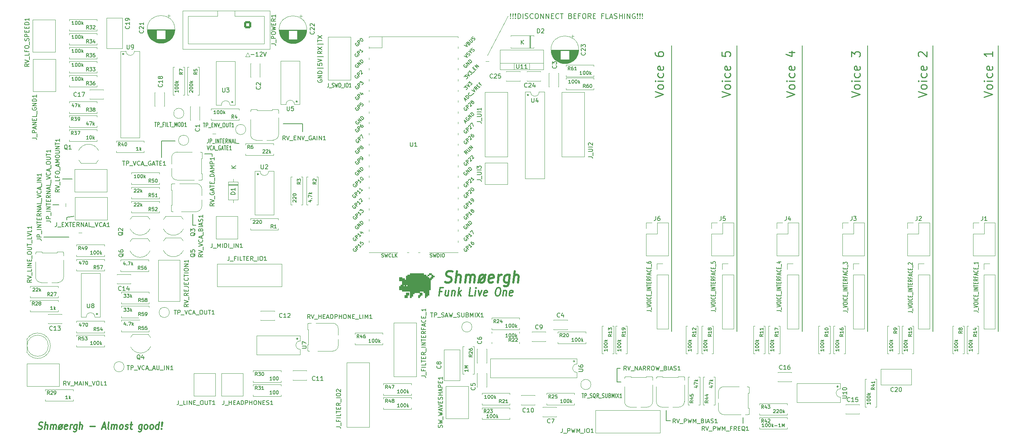
<source format=gto>
G04 #@! TF.GenerationSoftware,KiCad,Pcbnew,7.0.2-0*
G04 #@! TF.CreationDate,2023-06-25T21:33:59+02:00*
G04 #@! TF.ProjectId,shmoergh-funk-live-control,73686d6f-6572-4676-982d-66756e6b2d6c,rev?*
G04 #@! TF.SameCoordinates,Original*
G04 #@! TF.FileFunction,Legend,Top*
G04 #@! TF.FilePolarity,Positive*
%FSLAX46Y46*%
G04 Gerber Fmt 4.6, Leading zero omitted, Abs format (unit mm)*
G04 Created by KiCad (PCBNEW 7.0.2-0) date 2023-06-25 21:33:59*
%MOMM*%
%LPD*%
G01*
G04 APERTURE LIST*
G04 Aperture macros list*
%AMRoundRect*
0 Rectangle with rounded corners*
0 $1 Rounding radius*
0 $2 $3 $4 $5 $6 $7 $8 $9 X,Y pos of 4 corners*
0 Add a 4 corners polygon primitive as box body*
4,1,4,$2,$3,$4,$5,$6,$7,$8,$9,$2,$3,0*
0 Add four circle primitives for the rounded corners*
1,1,$1+$1,$2,$3*
1,1,$1+$1,$4,$5*
1,1,$1+$1,$6,$7*
1,1,$1+$1,$8,$9*
0 Add four rect primitives between the rounded corners*
20,1,$1+$1,$2,$3,$4,$5,0*
20,1,$1+$1,$4,$5,$6,$7,0*
20,1,$1+$1,$6,$7,$8,$9,0*
20,1,$1+$1,$8,$9,$2,$3,0*%
G04 Aperture macros list end*
%ADD10C,0.150000*%
%ADD11C,0.100000*%
%ADD12C,0.500000*%
%ADD13C,0.200000*%
%ADD14C,0.300000*%
%ADD15C,0.250000*%
%ADD16C,0.350000*%
%ADD17C,0.120000*%
%ADD18C,0.010000*%
%ADD19O,1.700000X1.700000*%
%ADD20R,3.500000X1.700000*%
%ADD21R,1.700000X1.700000*%
%ADD22R,1.700000X3.500000*%
%ADD23C,2.000000*%
%ADD24O,1.600000X1.600000*%
%ADD25C,1.600000*%
%ADD26R,1.600000X1.600000*%
%ADD27R,1.560000X1.560000*%
%ADD28C,1.560000*%
%ADD29R,1.500000X1.500000*%
%ADD30C,1.500000*%
%ADD31R,1.800000X1.800000*%
%ADD32C,1.800000*%
%ADD33R,2.400000X1.600000*%
%ADD34O,2.400000X1.600000*%
%ADD35C,1.400000*%
%ADD36O,1.400000X1.400000*%
%ADD37C,6.000000*%
%ADD38R,1.600000X2.400000*%
%ADD39O,1.600000X2.400000*%
%ADD40C,1.440000*%
%ADD41R,2.200000X2.200000*%
%ADD42O,2.200000X2.200000*%
%ADD43R,1.905000X2.000000*%
%ADD44O,1.905000X2.000000*%
%ADD45RoundRect,0.250000X-0.600000X0.600000X-0.600000X-0.600000X0.600000X-0.600000X0.600000X0.600000X0*%
%ADD46C,1.700000*%
G04 APERTURE END LIST*
D10*
X186055000Y-120523000D02*
X185293000Y-120523000D01*
X89789000Y-70485000D02*
X89789000Y-69850000D01*
X196850000Y-132842000D02*
X196850000Y-130429000D01*
X244385000Y-44323000D02*
X244385000Y-111823000D01*
X259797000Y-44323000D02*
X259797000Y-111823000D01*
X55499000Y-84836000D02*
X57150000Y-84582000D01*
X198149000Y-44323000D02*
X198149000Y-111823000D01*
X111125000Y-62738000D02*
X106553000Y-62738000D01*
X50038000Y-89535000D02*
X56007000Y-89535000D01*
X213561000Y-44323000D02*
X213561000Y-111823000D01*
X89789000Y-69850000D02*
X88011000Y-69850000D01*
X85979000Y-86741000D02*
X85217000Y-86741000D01*
X85217000Y-86741000D02*
X85217000Y-84074000D01*
X185293000Y-120523000D02*
X185293000Y-123698000D01*
X197866000Y-132842000D02*
X196850000Y-132842000D01*
X228973000Y-44323000D02*
X228973000Y-111823000D01*
X77851000Y-66802000D02*
X81026000Y-66802000D01*
X52197000Y-81915000D02*
X53594000Y-81915000D01*
X55499000Y-85471000D02*
X55499000Y-84836000D01*
D11*
X159512000Y-37338000D02*
X154686000Y-46609000D01*
D10*
X275209000Y-44323000D02*
X275209000Y-111823000D01*
X111125000Y-64643000D02*
X111125000Y-62738000D01*
X54483000Y-75819000D02*
X56769000Y-75819000D01*
X215011000Y-133477000D02*
X215011000Y-132080000D01*
X77851000Y-70739000D02*
X77851000Y-66802000D01*
X185293000Y-123698000D02*
X186182000Y-123698000D01*
X114749238Y-52451095D02*
X114701619Y-52546333D01*
X114701619Y-52546333D02*
X114701619Y-52689190D01*
X114701619Y-52689190D02*
X114749238Y-52832047D01*
X114749238Y-52832047D02*
X114844476Y-52927285D01*
X114844476Y-52927285D02*
X114939714Y-52974904D01*
X114939714Y-52974904D02*
X115130190Y-53022523D01*
X115130190Y-53022523D02*
X115273047Y-53022523D01*
X115273047Y-53022523D02*
X115463523Y-52974904D01*
X115463523Y-52974904D02*
X115558761Y-52927285D01*
X115558761Y-52927285D02*
X115654000Y-52832047D01*
X115654000Y-52832047D02*
X115701619Y-52689190D01*
X115701619Y-52689190D02*
X115701619Y-52593952D01*
X115701619Y-52593952D02*
X115654000Y-52451095D01*
X115654000Y-52451095D02*
X115606380Y-52403476D01*
X115606380Y-52403476D02*
X115273047Y-52403476D01*
X115273047Y-52403476D02*
X115273047Y-52593952D01*
X115701619Y-51974904D02*
X114701619Y-51974904D01*
X114701619Y-51974904D02*
X115701619Y-51403476D01*
X115701619Y-51403476D02*
X114701619Y-51403476D01*
X115701619Y-50927285D02*
X114701619Y-50927285D01*
X114701619Y-50927285D02*
X114701619Y-50689190D01*
X114701619Y-50689190D02*
X114749238Y-50546333D01*
X114749238Y-50546333D02*
X114844476Y-50451095D01*
X114844476Y-50451095D02*
X114939714Y-50403476D01*
X114939714Y-50403476D02*
X115130190Y-50355857D01*
X115130190Y-50355857D02*
X115273047Y-50355857D01*
X115273047Y-50355857D02*
X115463523Y-50403476D01*
X115463523Y-50403476D02*
X115558761Y-50451095D01*
X115558761Y-50451095D02*
X115654000Y-50546333D01*
X115654000Y-50546333D02*
X115701619Y-50689190D01*
X115701619Y-50689190D02*
X115701619Y-50927285D01*
X116034952Y-49689190D02*
X114606380Y-49689190D01*
X114701619Y-48498714D02*
X114701619Y-48974904D01*
X114701619Y-48974904D02*
X115177809Y-49022523D01*
X115177809Y-49022523D02*
X115130190Y-48974904D01*
X115130190Y-48974904D02*
X115082571Y-48879666D01*
X115082571Y-48879666D02*
X115082571Y-48641571D01*
X115082571Y-48641571D02*
X115130190Y-48546333D01*
X115130190Y-48546333D02*
X115177809Y-48498714D01*
X115177809Y-48498714D02*
X115273047Y-48451095D01*
X115273047Y-48451095D02*
X115511142Y-48451095D01*
X115511142Y-48451095D02*
X115606380Y-48498714D01*
X115606380Y-48498714D02*
X115654000Y-48546333D01*
X115654000Y-48546333D02*
X115701619Y-48641571D01*
X115701619Y-48641571D02*
X115701619Y-48879666D01*
X115701619Y-48879666D02*
X115654000Y-48974904D01*
X115654000Y-48974904D02*
X115606380Y-49022523D01*
X114701619Y-48165380D02*
X115701619Y-47832047D01*
X115701619Y-47832047D02*
X114701619Y-47498714D01*
X116034952Y-46927285D02*
X114606380Y-46927285D01*
X115701619Y-45641571D02*
X115225428Y-45974904D01*
X115701619Y-46212999D02*
X114701619Y-46212999D01*
X114701619Y-46212999D02*
X114701619Y-45832047D01*
X114701619Y-45832047D02*
X114749238Y-45736809D01*
X114749238Y-45736809D02*
X114796857Y-45689190D01*
X114796857Y-45689190D02*
X114892095Y-45641571D01*
X114892095Y-45641571D02*
X115034952Y-45641571D01*
X115034952Y-45641571D02*
X115130190Y-45689190D01*
X115130190Y-45689190D02*
X115177809Y-45736809D01*
X115177809Y-45736809D02*
X115225428Y-45832047D01*
X115225428Y-45832047D02*
X115225428Y-46212999D01*
X114701619Y-45308237D02*
X115701619Y-44641571D01*
X114701619Y-44641571D02*
X115701619Y-45308237D01*
X116034952Y-44022523D02*
X114606380Y-44022523D01*
X114701619Y-43451094D02*
X114701619Y-42879666D01*
X115701619Y-43165380D02*
X114701619Y-43165380D01*
X114701619Y-42641570D02*
X115701619Y-41974904D01*
X114701619Y-41974904D02*
X115701619Y-42641570D01*
D12*
X144748190Y-100125000D02*
X145089261Y-100253571D01*
X145089261Y-100253571D02*
X145684500Y-100253571D01*
X145684500Y-100253571D02*
X145938666Y-100125000D01*
X145938666Y-100125000D02*
X146073785Y-99996428D01*
X146073785Y-99996428D02*
X146224976Y-99739285D01*
X146224976Y-99739285D02*
X146257119Y-99482142D01*
X146257119Y-99482142D02*
X146170214Y-99225000D01*
X146170214Y-99225000D02*
X146067238Y-99096428D01*
X146067238Y-99096428D02*
X145845214Y-98967857D01*
X145845214Y-98967857D02*
X145385095Y-98839285D01*
X145385095Y-98839285D02*
X145163071Y-98710714D01*
X145163071Y-98710714D02*
X145060095Y-98582142D01*
X145060095Y-98582142D02*
X144973190Y-98325000D01*
X144973190Y-98325000D02*
X145005333Y-98067857D01*
X145005333Y-98067857D02*
X145156523Y-97810714D01*
X145156523Y-97810714D02*
X145291642Y-97682142D01*
X145291642Y-97682142D02*
X145545809Y-97553571D01*
X145545809Y-97553571D02*
X146141047Y-97553571D01*
X146141047Y-97553571D02*
X146482119Y-97682142D01*
X147216047Y-100253571D02*
X147553547Y-97553571D01*
X148287476Y-100253571D02*
X148464261Y-98839285D01*
X148464261Y-98839285D02*
X148377357Y-98582142D01*
X148377357Y-98582142D02*
X148155333Y-98453571D01*
X148155333Y-98453571D02*
X147798190Y-98453571D01*
X147798190Y-98453571D02*
X147544023Y-98582142D01*
X147544023Y-98582142D02*
X147408904Y-98710714D01*
X149461880Y-100253571D02*
X149686880Y-98453571D01*
X149654737Y-98710714D02*
X149789856Y-98582142D01*
X149789856Y-98582142D02*
X150044023Y-98453571D01*
X150044023Y-98453571D02*
X150401166Y-98453571D01*
X150401166Y-98453571D02*
X150623190Y-98582142D01*
X150623190Y-98582142D02*
X150710094Y-98839285D01*
X150710094Y-98839285D02*
X150533309Y-100253571D01*
X150710094Y-98839285D02*
X150861285Y-98582142D01*
X150861285Y-98582142D02*
X151115452Y-98453571D01*
X151115452Y-98453571D02*
X151472594Y-98453571D01*
X151472594Y-98453571D02*
X151694618Y-98582142D01*
X151694618Y-98582142D02*
X151781523Y-98839285D01*
X151781523Y-98839285D02*
X151604737Y-100253571D01*
X154313666Y-98453571D02*
X152541047Y-100253571D01*
X153136285Y-100253571D02*
X152914261Y-100125000D01*
X152914261Y-100125000D02*
X152811285Y-99996428D01*
X152811285Y-99996428D02*
X152724380Y-99739285D01*
X152724380Y-99739285D02*
X152820809Y-98967857D01*
X152820809Y-98967857D02*
X152971999Y-98710714D01*
X152971999Y-98710714D02*
X153107118Y-98582142D01*
X153107118Y-98582142D02*
X153361285Y-98453571D01*
X153361285Y-98453571D02*
X153718428Y-98453571D01*
X153718428Y-98453571D02*
X153940452Y-98582142D01*
X153940452Y-98582142D02*
X154043428Y-98710714D01*
X154043428Y-98710714D02*
X154130333Y-98967857D01*
X154130333Y-98967857D02*
X154033904Y-99739285D01*
X154033904Y-99739285D02*
X153882714Y-99996428D01*
X153882714Y-99996428D02*
X153747595Y-100125000D01*
X153747595Y-100125000D02*
X153493428Y-100253571D01*
X153493428Y-100253571D02*
X153136285Y-100253571D01*
X155993428Y-100125000D02*
X155739261Y-100253571D01*
X155739261Y-100253571D02*
X155263070Y-100253571D01*
X155263070Y-100253571D02*
X155041047Y-100125000D01*
X155041047Y-100125000D02*
X154954142Y-99867857D01*
X154954142Y-99867857D02*
X155082713Y-98839285D01*
X155082713Y-98839285D02*
X155233904Y-98582142D01*
X155233904Y-98582142D02*
X155488070Y-98453571D01*
X155488070Y-98453571D02*
X155964261Y-98453571D01*
X155964261Y-98453571D02*
X156186285Y-98582142D01*
X156186285Y-98582142D02*
X156273189Y-98839285D01*
X156273189Y-98839285D02*
X156241047Y-99096428D01*
X156241047Y-99096428D02*
X155018428Y-99353571D01*
X157151761Y-100253571D02*
X157376761Y-98453571D01*
X157312475Y-98967857D02*
X157463666Y-98710714D01*
X157463666Y-98710714D02*
X157598785Y-98582142D01*
X157598785Y-98582142D02*
X157852952Y-98453571D01*
X157852952Y-98453571D02*
X158091047Y-98453571D01*
X159979738Y-98453571D02*
X159706523Y-100639285D01*
X159706523Y-100639285D02*
X159555333Y-100896428D01*
X159555333Y-100896428D02*
X159420214Y-101025000D01*
X159420214Y-101025000D02*
X159166047Y-101153571D01*
X159166047Y-101153571D02*
X158808904Y-101153571D01*
X158808904Y-101153571D02*
X158586881Y-101025000D01*
X159770809Y-100125000D02*
X159516643Y-100253571D01*
X159516643Y-100253571D02*
X159040452Y-100253571D01*
X159040452Y-100253571D02*
X158818428Y-100125000D01*
X158818428Y-100125000D02*
X158715452Y-99996428D01*
X158715452Y-99996428D02*
X158628547Y-99739285D01*
X158628547Y-99739285D02*
X158724976Y-98967857D01*
X158724976Y-98967857D02*
X158876166Y-98710714D01*
X158876166Y-98710714D02*
X159011285Y-98582142D01*
X159011285Y-98582142D02*
X159265452Y-98453571D01*
X159265452Y-98453571D02*
X159741643Y-98453571D01*
X159741643Y-98453571D02*
X159963666Y-98582142D01*
X160816642Y-100253571D02*
X161154142Y-97553571D01*
X161888071Y-100253571D02*
X162064856Y-98839285D01*
X162064856Y-98839285D02*
X161977952Y-98582142D01*
X161977952Y-98582142D02*
X161755928Y-98453571D01*
X161755928Y-98453571D02*
X161398785Y-98453571D01*
X161398785Y-98453571D02*
X161144618Y-98582142D01*
X161144618Y-98582142D02*
X161009499Y-98710714D01*
D13*
X160178714Y-37838857D02*
X160235857Y-37896000D01*
X160235857Y-37896000D02*
X160178714Y-37953142D01*
X160178714Y-37953142D02*
X160121571Y-37896000D01*
X160121571Y-37896000D02*
X160178714Y-37838857D01*
X160178714Y-37838857D02*
X160178714Y-37953142D01*
X160178714Y-37496000D02*
X160121571Y-36810285D01*
X160121571Y-36810285D02*
X160178714Y-36753142D01*
X160178714Y-36753142D02*
X160235857Y-36810285D01*
X160235857Y-36810285D02*
X160178714Y-37496000D01*
X160178714Y-37496000D02*
X160178714Y-36753142D01*
X160750143Y-37838857D02*
X160807286Y-37896000D01*
X160807286Y-37896000D02*
X160750143Y-37953142D01*
X160750143Y-37953142D02*
X160693000Y-37896000D01*
X160693000Y-37896000D02*
X160750143Y-37838857D01*
X160750143Y-37838857D02*
X160750143Y-37953142D01*
X160750143Y-37496000D02*
X160693000Y-36810285D01*
X160693000Y-36810285D02*
X160750143Y-36753142D01*
X160750143Y-36753142D02*
X160807286Y-36810285D01*
X160807286Y-36810285D02*
X160750143Y-37496000D01*
X160750143Y-37496000D02*
X160750143Y-36753142D01*
X161321572Y-37838857D02*
X161378715Y-37896000D01*
X161378715Y-37896000D02*
X161321572Y-37953142D01*
X161321572Y-37953142D02*
X161264429Y-37896000D01*
X161264429Y-37896000D02*
X161321572Y-37838857D01*
X161321572Y-37838857D02*
X161321572Y-37953142D01*
X161321572Y-37496000D02*
X161264429Y-36810285D01*
X161264429Y-36810285D02*
X161321572Y-36753142D01*
X161321572Y-36753142D02*
X161378715Y-36810285D01*
X161378715Y-36810285D02*
X161321572Y-37496000D01*
X161321572Y-37496000D02*
X161321572Y-36753142D01*
X161893001Y-37953142D02*
X161893001Y-36753142D01*
X161893001Y-36753142D02*
X162178715Y-36753142D01*
X162178715Y-36753142D02*
X162350144Y-36810285D01*
X162350144Y-36810285D02*
X162464429Y-36924571D01*
X162464429Y-36924571D02*
X162521572Y-37038857D01*
X162521572Y-37038857D02*
X162578715Y-37267428D01*
X162578715Y-37267428D02*
X162578715Y-37438857D01*
X162578715Y-37438857D02*
X162521572Y-37667428D01*
X162521572Y-37667428D02*
X162464429Y-37781714D01*
X162464429Y-37781714D02*
X162350144Y-37896000D01*
X162350144Y-37896000D02*
X162178715Y-37953142D01*
X162178715Y-37953142D02*
X161893001Y-37953142D01*
X163093001Y-37953142D02*
X163093001Y-36753142D01*
X163607287Y-37896000D02*
X163778716Y-37953142D01*
X163778716Y-37953142D02*
X164064430Y-37953142D01*
X164064430Y-37953142D02*
X164178716Y-37896000D01*
X164178716Y-37896000D02*
X164235858Y-37838857D01*
X164235858Y-37838857D02*
X164293001Y-37724571D01*
X164293001Y-37724571D02*
X164293001Y-37610285D01*
X164293001Y-37610285D02*
X164235858Y-37496000D01*
X164235858Y-37496000D02*
X164178716Y-37438857D01*
X164178716Y-37438857D02*
X164064430Y-37381714D01*
X164064430Y-37381714D02*
X163835858Y-37324571D01*
X163835858Y-37324571D02*
X163721573Y-37267428D01*
X163721573Y-37267428D02*
X163664430Y-37210285D01*
X163664430Y-37210285D02*
X163607287Y-37096000D01*
X163607287Y-37096000D02*
X163607287Y-36981714D01*
X163607287Y-36981714D02*
X163664430Y-36867428D01*
X163664430Y-36867428D02*
X163721573Y-36810285D01*
X163721573Y-36810285D02*
X163835858Y-36753142D01*
X163835858Y-36753142D02*
X164121573Y-36753142D01*
X164121573Y-36753142D02*
X164293001Y-36810285D01*
X165493001Y-37838857D02*
X165435858Y-37896000D01*
X165435858Y-37896000D02*
X165264430Y-37953142D01*
X165264430Y-37953142D02*
X165150144Y-37953142D01*
X165150144Y-37953142D02*
X164978715Y-37896000D01*
X164978715Y-37896000D02*
X164864430Y-37781714D01*
X164864430Y-37781714D02*
X164807287Y-37667428D01*
X164807287Y-37667428D02*
X164750144Y-37438857D01*
X164750144Y-37438857D02*
X164750144Y-37267428D01*
X164750144Y-37267428D02*
X164807287Y-37038857D01*
X164807287Y-37038857D02*
X164864430Y-36924571D01*
X164864430Y-36924571D02*
X164978715Y-36810285D01*
X164978715Y-36810285D02*
X165150144Y-36753142D01*
X165150144Y-36753142D02*
X165264430Y-36753142D01*
X165264430Y-36753142D02*
X165435858Y-36810285D01*
X165435858Y-36810285D02*
X165493001Y-36867428D01*
X166235858Y-36753142D02*
X166464430Y-36753142D01*
X166464430Y-36753142D02*
X166578715Y-36810285D01*
X166578715Y-36810285D02*
X166693001Y-36924571D01*
X166693001Y-36924571D02*
X166750144Y-37153142D01*
X166750144Y-37153142D02*
X166750144Y-37553142D01*
X166750144Y-37553142D02*
X166693001Y-37781714D01*
X166693001Y-37781714D02*
X166578715Y-37896000D01*
X166578715Y-37896000D02*
X166464430Y-37953142D01*
X166464430Y-37953142D02*
X166235858Y-37953142D01*
X166235858Y-37953142D02*
X166121573Y-37896000D01*
X166121573Y-37896000D02*
X166007287Y-37781714D01*
X166007287Y-37781714D02*
X165950144Y-37553142D01*
X165950144Y-37553142D02*
X165950144Y-37153142D01*
X165950144Y-37153142D02*
X166007287Y-36924571D01*
X166007287Y-36924571D02*
X166121573Y-36810285D01*
X166121573Y-36810285D02*
X166235858Y-36753142D01*
X167264430Y-37953142D02*
X167264430Y-36753142D01*
X167264430Y-36753142D02*
X167950144Y-37953142D01*
X167950144Y-37953142D02*
X167950144Y-36753142D01*
X168521573Y-37953142D02*
X168521573Y-36753142D01*
X168521573Y-36753142D02*
X169207287Y-37953142D01*
X169207287Y-37953142D02*
X169207287Y-36753142D01*
X169778716Y-37324571D02*
X170178716Y-37324571D01*
X170350144Y-37953142D02*
X169778716Y-37953142D01*
X169778716Y-37953142D02*
X169778716Y-36753142D01*
X169778716Y-36753142D02*
X170350144Y-36753142D01*
X171550144Y-37838857D02*
X171493001Y-37896000D01*
X171493001Y-37896000D02*
X171321573Y-37953142D01*
X171321573Y-37953142D02*
X171207287Y-37953142D01*
X171207287Y-37953142D02*
X171035858Y-37896000D01*
X171035858Y-37896000D02*
X170921573Y-37781714D01*
X170921573Y-37781714D02*
X170864430Y-37667428D01*
X170864430Y-37667428D02*
X170807287Y-37438857D01*
X170807287Y-37438857D02*
X170807287Y-37267428D01*
X170807287Y-37267428D02*
X170864430Y-37038857D01*
X170864430Y-37038857D02*
X170921573Y-36924571D01*
X170921573Y-36924571D02*
X171035858Y-36810285D01*
X171035858Y-36810285D02*
X171207287Y-36753142D01*
X171207287Y-36753142D02*
X171321573Y-36753142D01*
X171321573Y-36753142D02*
X171493001Y-36810285D01*
X171493001Y-36810285D02*
X171550144Y-36867428D01*
X171893001Y-36753142D02*
X172578716Y-36753142D01*
X172235858Y-37953142D02*
X172235858Y-36753142D01*
X174293002Y-37324571D02*
X174464430Y-37381714D01*
X174464430Y-37381714D02*
X174521573Y-37438857D01*
X174521573Y-37438857D02*
X174578716Y-37553142D01*
X174578716Y-37553142D02*
X174578716Y-37724571D01*
X174578716Y-37724571D02*
X174521573Y-37838857D01*
X174521573Y-37838857D02*
X174464430Y-37896000D01*
X174464430Y-37896000D02*
X174350145Y-37953142D01*
X174350145Y-37953142D02*
X173893002Y-37953142D01*
X173893002Y-37953142D02*
X173893002Y-36753142D01*
X173893002Y-36753142D02*
X174293002Y-36753142D01*
X174293002Y-36753142D02*
X174407288Y-36810285D01*
X174407288Y-36810285D02*
X174464430Y-36867428D01*
X174464430Y-36867428D02*
X174521573Y-36981714D01*
X174521573Y-36981714D02*
X174521573Y-37096000D01*
X174521573Y-37096000D02*
X174464430Y-37210285D01*
X174464430Y-37210285D02*
X174407288Y-37267428D01*
X174407288Y-37267428D02*
X174293002Y-37324571D01*
X174293002Y-37324571D02*
X173893002Y-37324571D01*
X175093002Y-37324571D02*
X175493002Y-37324571D01*
X175664430Y-37953142D02*
X175093002Y-37953142D01*
X175093002Y-37953142D02*
X175093002Y-36753142D01*
X175093002Y-36753142D02*
X175664430Y-36753142D01*
X176578716Y-37324571D02*
X176178716Y-37324571D01*
X176178716Y-37953142D02*
X176178716Y-36753142D01*
X176178716Y-36753142D02*
X176750144Y-36753142D01*
X177435858Y-36753142D02*
X177664430Y-36753142D01*
X177664430Y-36753142D02*
X177778715Y-36810285D01*
X177778715Y-36810285D02*
X177893001Y-36924571D01*
X177893001Y-36924571D02*
X177950144Y-37153142D01*
X177950144Y-37153142D02*
X177950144Y-37553142D01*
X177950144Y-37553142D02*
X177893001Y-37781714D01*
X177893001Y-37781714D02*
X177778715Y-37896000D01*
X177778715Y-37896000D02*
X177664430Y-37953142D01*
X177664430Y-37953142D02*
X177435858Y-37953142D01*
X177435858Y-37953142D02*
X177321573Y-37896000D01*
X177321573Y-37896000D02*
X177207287Y-37781714D01*
X177207287Y-37781714D02*
X177150144Y-37553142D01*
X177150144Y-37553142D02*
X177150144Y-37153142D01*
X177150144Y-37153142D02*
X177207287Y-36924571D01*
X177207287Y-36924571D02*
X177321573Y-36810285D01*
X177321573Y-36810285D02*
X177435858Y-36753142D01*
X179150144Y-37953142D02*
X178750144Y-37381714D01*
X178464430Y-37953142D02*
X178464430Y-36753142D01*
X178464430Y-36753142D02*
X178921573Y-36753142D01*
X178921573Y-36753142D02*
X179035858Y-36810285D01*
X179035858Y-36810285D02*
X179093001Y-36867428D01*
X179093001Y-36867428D02*
X179150144Y-36981714D01*
X179150144Y-36981714D02*
X179150144Y-37153142D01*
X179150144Y-37153142D02*
X179093001Y-37267428D01*
X179093001Y-37267428D02*
X179035858Y-37324571D01*
X179035858Y-37324571D02*
X178921573Y-37381714D01*
X178921573Y-37381714D02*
X178464430Y-37381714D01*
X179664430Y-37324571D02*
X180064430Y-37324571D01*
X180235858Y-37953142D02*
X179664430Y-37953142D01*
X179664430Y-37953142D02*
X179664430Y-36753142D01*
X179664430Y-36753142D02*
X180235858Y-36753142D01*
X182064430Y-37324571D02*
X181664430Y-37324571D01*
X181664430Y-37953142D02*
X181664430Y-36753142D01*
X181664430Y-36753142D02*
X182235858Y-36753142D01*
X183264429Y-37953142D02*
X182693001Y-37953142D01*
X182693001Y-37953142D02*
X182693001Y-36753142D01*
X183607287Y-37610285D02*
X184178716Y-37610285D01*
X183493001Y-37953142D02*
X183893001Y-36753142D01*
X183893001Y-36753142D02*
X184293001Y-37953142D01*
X184635858Y-37896000D02*
X184807287Y-37953142D01*
X184807287Y-37953142D02*
X185093001Y-37953142D01*
X185093001Y-37953142D02*
X185207287Y-37896000D01*
X185207287Y-37896000D02*
X185264429Y-37838857D01*
X185264429Y-37838857D02*
X185321572Y-37724571D01*
X185321572Y-37724571D02*
X185321572Y-37610285D01*
X185321572Y-37610285D02*
X185264429Y-37496000D01*
X185264429Y-37496000D02*
X185207287Y-37438857D01*
X185207287Y-37438857D02*
X185093001Y-37381714D01*
X185093001Y-37381714D02*
X184864429Y-37324571D01*
X184864429Y-37324571D02*
X184750144Y-37267428D01*
X184750144Y-37267428D02*
X184693001Y-37210285D01*
X184693001Y-37210285D02*
X184635858Y-37096000D01*
X184635858Y-37096000D02*
X184635858Y-36981714D01*
X184635858Y-36981714D02*
X184693001Y-36867428D01*
X184693001Y-36867428D02*
X184750144Y-36810285D01*
X184750144Y-36810285D02*
X184864429Y-36753142D01*
X184864429Y-36753142D02*
X185150144Y-36753142D01*
X185150144Y-36753142D02*
X185321572Y-36810285D01*
X185835858Y-37953142D02*
X185835858Y-36753142D01*
X185835858Y-37324571D02*
X186521572Y-37324571D01*
X186521572Y-37953142D02*
X186521572Y-36753142D01*
X187093001Y-37953142D02*
X187093001Y-36753142D01*
X187664430Y-37953142D02*
X187664430Y-36753142D01*
X187664430Y-36753142D02*
X188350144Y-37953142D01*
X188350144Y-37953142D02*
X188350144Y-36753142D01*
X189550144Y-36810285D02*
X189435859Y-36753142D01*
X189435859Y-36753142D02*
X189264430Y-36753142D01*
X189264430Y-36753142D02*
X189093001Y-36810285D01*
X189093001Y-36810285D02*
X188978716Y-36924571D01*
X188978716Y-36924571D02*
X188921573Y-37038857D01*
X188921573Y-37038857D02*
X188864430Y-37267428D01*
X188864430Y-37267428D02*
X188864430Y-37438857D01*
X188864430Y-37438857D02*
X188921573Y-37667428D01*
X188921573Y-37667428D02*
X188978716Y-37781714D01*
X188978716Y-37781714D02*
X189093001Y-37896000D01*
X189093001Y-37896000D02*
X189264430Y-37953142D01*
X189264430Y-37953142D02*
X189378716Y-37953142D01*
X189378716Y-37953142D02*
X189550144Y-37896000D01*
X189550144Y-37896000D02*
X189607287Y-37838857D01*
X189607287Y-37838857D02*
X189607287Y-37438857D01*
X189607287Y-37438857D02*
X189378716Y-37438857D01*
X190121573Y-37838857D02*
X190178716Y-37896000D01*
X190178716Y-37896000D02*
X190121573Y-37953142D01*
X190121573Y-37953142D02*
X190064430Y-37896000D01*
X190064430Y-37896000D02*
X190121573Y-37838857D01*
X190121573Y-37838857D02*
X190121573Y-37953142D01*
X190121573Y-37496000D02*
X190064430Y-36810285D01*
X190064430Y-36810285D02*
X190121573Y-36753142D01*
X190121573Y-36753142D02*
X190178716Y-36810285D01*
X190178716Y-36810285D02*
X190121573Y-37496000D01*
X190121573Y-37496000D02*
X190121573Y-36753142D01*
X190693002Y-37838857D02*
X190750145Y-37896000D01*
X190750145Y-37896000D02*
X190693002Y-37953142D01*
X190693002Y-37953142D02*
X190635859Y-37896000D01*
X190635859Y-37896000D02*
X190693002Y-37838857D01*
X190693002Y-37838857D02*
X190693002Y-37953142D01*
X190693002Y-37496000D02*
X190635859Y-36810285D01*
X190635859Y-36810285D02*
X190693002Y-36753142D01*
X190693002Y-36753142D02*
X190750145Y-36810285D01*
X190750145Y-36810285D02*
X190693002Y-37496000D01*
X190693002Y-37496000D02*
X190693002Y-36753142D01*
X191264431Y-37838857D02*
X191321574Y-37896000D01*
X191321574Y-37896000D02*
X191264431Y-37953142D01*
X191264431Y-37953142D02*
X191207288Y-37896000D01*
X191207288Y-37896000D02*
X191264431Y-37838857D01*
X191264431Y-37838857D02*
X191264431Y-37953142D01*
X191264431Y-37496000D02*
X191207288Y-36810285D01*
X191207288Y-36810285D02*
X191264431Y-36753142D01*
X191264431Y-36753142D02*
X191321574Y-36810285D01*
X191321574Y-36810285D02*
X191264431Y-37496000D01*
X191264431Y-37496000D02*
X191264431Y-36753142D01*
D14*
X48799714Y-134839001D02*
X49003880Y-134919953D01*
X49003880Y-134919953D02*
X49361023Y-134919953D01*
X49361023Y-134919953D02*
X49514000Y-134839001D01*
X49514000Y-134839001D02*
X49595547Y-134758048D01*
X49595547Y-134758048D02*
X49687214Y-134596143D01*
X49687214Y-134596143D02*
X49707452Y-134434239D01*
X49707452Y-134434239D02*
X49656261Y-134272334D01*
X49656261Y-134272334D02*
X49594952Y-134191381D01*
X49594952Y-134191381D02*
X49462214Y-134110429D01*
X49462214Y-134110429D02*
X49186619Y-134029477D01*
X49186619Y-134029477D02*
X49053880Y-133948524D01*
X49053880Y-133948524D02*
X48992571Y-133867572D01*
X48992571Y-133867572D02*
X48941380Y-133705667D01*
X48941380Y-133705667D02*
X48961619Y-133543762D01*
X48961619Y-133543762D02*
X49053285Y-133381858D01*
X49053285Y-133381858D02*
X49134833Y-133300905D01*
X49134833Y-133300905D02*
X49287809Y-133219953D01*
X49287809Y-133219953D02*
X49644952Y-133219953D01*
X49644952Y-133219953D02*
X49849119Y-133300905D01*
X50279475Y-134919953D02*
X50491975Y-133219953D01*
X50922332Y-134919953D02*
X51033642Y-134029477D01*
X51033642Y-134029477D02*
X50982452Y-133867572D01*
X50982452Y-133867572D02*
X50849713Y-133786620D01*
X50849713Y-133786620D02*
X50635428Y-133786620D01*
X50635428Y-133786620D02*
X50482452Y-133867572D01*
X50482452Y-133867572D02*
X50400904Y-133948524D01*
X51626499Y-134919953D02*
X51768166Y-133786620D01*
X51747928Y-133948524D02*
X51829476Y-133867572D01*
X51829476Y-133867572D02*
X51982452Y-133786620D01*
X51982452Y-133786620D02*
X52196737Y-133786620D01*
X52196737Y-133786620D02*
X52329476Y-133867572D01*
X52329476Y-133867572D02*
X52380666Y-134029477D01*
X52380666Y-134029477D02*
X52269356Y-134919953D01*
X52380666Y-134029477D02*
X52472333Y-133867572D01*
X52472333Y-133867572D02*
X52625309Y-133786620D01*
X52625309Y-133786620D02*
X52839595Y-133786620D01*
X52839595Y-133786620D02*
X52972333Y-133867572D01*
X52972333Y-133867572D02*
X53023523Y-134029477D01*
X53023523Y-134029477D02*
X52912214Y-134919953D01*
X54543761Y-133786620D02*
X53473523Y-134919953D01*
X53830666Y-134919953D02*
X53697928Y-134839001D01*
X53697928Y-134839001D02*
X53636618Y-134758048D01*
X53636618Y-134758048D02*
X53585428Y-134596143D01*
X53585428Y-134596143D02*
X53646142Y-134110429D01*
X53646142Y-134110429D02*
X53737809Y-133948524D01*
X53737809Y-133948524D02*
X53819357Y-133867572D01*
X53819357Y-133867572D02*
X53972333Y-133786620D01*
X53972333Y-133786620D02*
X54186618Y-133786620D01*
X54186618Y-133786620D02*
X54319357Y-133867572D01*
X54319357Y-133867572D02*
X54380666Y-133948524D01*
X54380666Y-133948524D02*
X54431857Y-134110429D01*
X54431857Y-134110429D02*
X54371142Y-134596143D01*
X54371142Y-134596143D02*
X54279476Y-134758048D01*
X54279476Y-134758048D02*
X54197928Y-134839001D01*
X54197928Y-134839001D02*
X54044952Y-134919953D01*
X54044952Y-134919953D02*
X53830666Y-134919953D01*
X55544952Y-134839001D02*
X55391976Y-134919953D01*
X55391976Y-134919953D02*
X55106261Y-134919953D01*
X55106261Y-134919953D02*
X54973523Y-134839001D01*
X54973523Y-134839001D02*
X54922333Y-134677096D01*
X54922333Y-134677096D02*
X55003285Y-134029477D01*
X55003285Y-134029477D02*
X55094952Y-133867572D01*
X55094952Y-133867572D02*
X55247928Y-133786620D01*
X55247928Y-133786620D02*
X55533642Y-133786620D01*
X55533642Y-133786620D02*
X55666381Y-133867572D01*
X55666381Y-133867572D02*
X55717571Y-134029477D01*
X55717571Y-134029477D02*
X55697333Y-134191381D01*
X55697333Y-134191381D02*
X54962809Y-134353286D01*
X56238999Y-134919953D02*
X56380666Y-133786620D01*
X56340190Y-134110429D02*
X56431856Y-133948524D01*
X56431856Y-133948524D02*
X56513404Y-133867572D01*
X56513404Y-133867572D02*
X56666380Y-133786620D01*
X56666380Y-133786620D02*
X56809237Y-133786620D01*
X57941975Y-133786620D02*
X57769951Y-135162810D01*
X57769951Y-135162810D02*
X57678285Y-135324715D01*
X57678285Y-135324715D02*
X57596737Y-135405667D01*
X57596737Y-135405667D02*
X57443761Y-135486620D01*
X57443761Y-135486620D02*
X57229475Y-135486620D01*
X57229475Y-135486620D02*
X57096737Y-135405667D01*
X57810428Y-134839001D02*
X57657451Y-134919953D01*
X57657451Y-134919953D02*
X57371737Y-134919953D01*
X57371737Y-134919953D02*
X57238999Y-134839001D01*
X57238999Y-134839001D02*
X57177689Y-134758048D01*
X57177689Y-134758048D02*
X57126499Y-134596143D01*
X57126499Y-134596143D02*
X57187213Y-134110429D01*
X57187213Y-134110429D02*
X57278880Y-133948524D01*
X57278880Y-133948524D02*
X57360428Y-133867572D01*
X57360428Y-133867572D02*
X57513404Y-133786620D01*
X57513404Y-133786620D02*
X57799118Y-133786620D01*
X57799118Y-133786620D02*
X57931856Y-133867572D01*
X58433641Y-134919953D02*
X58646141Y-133219953D01*
X59076498Y-134919953D02*
X59187808Y-134029477D01*
X59187808Y-134029477D02*
X59136618Y-133867572D01*
X59136618Y-133867572D02*
X59003879Y-133786620D01*
X59003879Y-133786620D02*
X58789594Y-133786620D01*
X58789594Y-133786620D02*
X58636618Y-133867572D01*
X58636618Y-133867572D02*
X58555070Y-133948524D01*
X61004475Y-134272334D02*
X62147332Y-134272334D01*
X63912808Y-134434239D02*
X64627094Y-134434239D01*
X63709237Y-134919953D02*
X64421737Y-133219953D01*
X64421737Y-133219953D02*
X64709237Y-134919953D01*
X65413403Y-134919953D02*
X65280665Y-134839001D01*
X65280665Y-134839001D02*
X65229474Y-134677096D01*
X65229474Y-134677096D02*
X65411617Y-133219953D01*
X65974712Y-134919953D02*
X66116379Y-133786620D01*
X66096141Y-133948524D02*
X66177689Y-133867572D01*
X66177689Y-133867572D02*
X66330665Y-133786620D01*
X66330665Y-133786620D02*
X66544950Y-133786620D01*
X66544950Y-133786620D02*
X66677689Y-133867572D01*
X66677689Y-133867572D02*
X66728879Y-134029477D01*
X66728879Y-134029477D02*
X66617569Y-134919953D01*
X66728879Y-134029477D02*
X66820546Y-133867572D01*
X66820546Y-133867572D02*
X66973522Y-133786620D01*
X66973522Y-133786620D02*
X67187808Y-133786620D01*
X67187808Y-133786620D02*
X67320546Y-133867572D01*
X67320546Y-133867572D02*
X67371736Y-134029477D01*
X67371736Y-134029477D02*
X67260427Y-134919953D01*
X68178879Y-134919953D02*
X68046141Y-134839001D01*
X68046141Y-134839001D02*
X67984831Y-134758048D01*
X67984831Y-134758048D02*
X67933641Y-134596143D01*
X67933641Y-134596143D02*
X67994355Y-134110429D01*
X67994355Y-134110429D02*
X68086022Y-133948524D01*
X68086022Y-133948524D02*
X68167570Y-133867572D01*
X68167570Y-133867572D02*
X68320546Y-133786620D01*
X68320546Y-133786620D02*
X68534831Y-133786620D01*
X68534831Y-133786620D02*
X68667570Y-133867572D01*
X68667570Y-133867572D02*
X68728879Y-133948524D01*
X68728879Y-133948524D02*
X68780070Y-134110429D01*
X68780070Y-134110429D02*
X68719355Y-134596143D01*
X68719355Y-134596143D02*
X68627689Y-134758048D01*
X68627689Y-134758048D02*
X68546141Y-134839001D01*
X68546141Y-134839001D02*
X68393165Y-134919953D01*
X68393165Y-134919953D02*
X68178879Y-134919953D01*
X69250308Y-134839001D02*
X69383046Y-134919953D01*
X69383046Y-134919953D02*
X69668760Y-134919953D01*
X69668760Y-134919953D02*
X69821736Y-134839001D01*
X69821736Y-134839001D02*
X69913403Y-134677096D01*
X69913403Y-134677096D02*
X69923522Y-134596143D01*
X69923522Y-134596143D02*
X69872332Y-134434239D01*
X69872332Y-134434239D02*
X69739594Y-134353286D01*
X69739594Y-134353286D02*
X69525308Y-134353286D01*
X69525308Y-134353286D02*
X69392570Y-134272334D01*
X69392570Y-134272334D02*
X69341379Y-134110429D01*
X69341379Y-134110429D02*
X69351498Y-134029477D01*
X69351498Y-134029477D02*
X69443165Y-133867572D01*
X69443165Y-133867572D02*
X69596141Y-133786620D01*
X69596141Y-133786620D02*
X69810427Y-133786620D01*
X69810427Y-133786620D02*
X69943165Y-133867572D01*
X70443165Y-133786620D02*
X71014594Y-133786620D01*
X70728284Y-133219953D02*
X70546141Y-134677096D01*
X70546141Y-134677096D02*
X70597332Y-134839001D01*
X70597332Y-134839001D02*
X70730070Y-134919953D01*
X70730070Y-134919953D02*
X70872927Y-134919953D01*
X73290189Y-133786620D02*
X73118165Y-135162810D01*
X73118165Y-135162810D02*
X73026499Y-135324715D01*
X73026499Y-135324715D02*
X72944951Y-135405667D01*
X72944951Y-135405667D02*
X72791975Y-135486620D01*
X72791975Y-135486620D02*
X72577689Y-135486620D01*
X72577689Y-135486620D02*
X72444951Y-135405667D01*
X73158642Y-134839001D02*
X73005665Y-134919953D01*
X73005665Y-134919953D02*
X72719951Y-134919953D01*
X72719951Y-134919953D02*
X72587213Y-134839001D01*
X72587213Y-134839001D02*
X72525903Y-134758048D01*
X72525903Y-134758048D02*
X72474713Y-134596143D01*
X72474713Y-134596143D02*
X72535427Y-134110429D01*
X72535427Y-134110429D02*
X72627094Y-133948524D01*
X72627094Y-133948524D02*
X72708642Y-133867572D01*
X72708642Y-133867572D02*
X72861618Y-133786620D01*
X72861618Y-133786620D02*
X73147332Y-133786620D01*
X73147332Y-133786620D02*
X73280070Y-133867572D01*
X73996141Y-134919953D02*
X73863403Y-134839001D01*
X73863403Y-134839001D02*
X73802093Y-134758048D01*
X73802093Y-134758048D02*
X73750903Y-134596143D01*
X73750903Y-134596143D02*
X73811617Y-134110429D01*
X73811617Y-134110429D02*
X73903284Y-133948524D01*
X73903284Y-133948524D02*
X73984832Y-133867572D01*
X73984832Y-133867572D02*
X74137808Y-133786620D01*
X74137808Y-133786620D02*
X74352093Y-133786620D01*
X74352093Y-133786620D02*
X74484832Y-133867572D01*
X74484832Y-133867572D02*
X74546141Y-133948524D01*
X74546141Y-133948524D02*
X74597332Y-134110429D01*
X74597332Y-134110429D02*
X74536617Y-134596143D01*
X74536617Y-134596143D02*
X74444951Y-134758048D01*
X74444951Y-134758048D02*
X74363403Y-134839001D01*
X74363403Y-134839001D02*
X74210427Y-134919953D01*
X74210427Y-134919953D02*
X73996141Y-134919953D01*
X75343165Y-134919953D02*
X75210427Y-134839001D01*
X75210427Y-134839001D02*
X75149117Y-134758048D01*
X75149117Y-134758048D02*
X75097927Y-134596143D01*
X75097927Y-134596143D02*
X75158641Y-134110429D01*
X75158641Y-134110429D02*
X75250308Y-133948524D01*
X75250308Y-133948524D02*
X75331856Y-133867572D01*
X75331856Y-133867572D02*
X75484832Y-133786620D01*
X75484832Y-133786620D02*
X75699117Y-133786620D01*
X75699117Y-133786620D02*
X75831856Y-133867572D01*
X75831856Y-133867572D02*
X75893165Y-133948524D01*
X75893165Y-133948524D02*
X75944356Y-134110429D01*
X75944356Y-134110429D02*
X75883641Y-134596143D01*
X75883641Y-134596143D02*
X75791975Y-134758048D01*
X75791975Y-134758048D02*
X75710427Y-134839001D01*
X75710427Y-134839001D02*
X75557451Y-134919953D01*
X75557451Y-134919953D02*
X75343165Y-134919953D01*
X77118760Y-134919953D02*
X77331260Y-133219953D01*
X77128880Y-134839001D02*
X76975903Y-134919953D01*
X76975903Y-134919953D02*
X76690189Y-134919953D01*
X76690189Y-134919953D02*
X76557451Y-134839001D01*
X76557451Y-134839001D02*
X76496141Y-134758048D01*
X76496141Y-134758048D02*
X76444951Y-134596143D01*
X76444951Y-134596143D02*
X76505665Y-134110429D01*
X76505665Y-134110429D02*
X76597332Y-133948524D01*
X76597332Y-133948524D02*
X76678880Y-133867572D01*
X76678880Y-133867572D02*
X76831856Y-133786620D01*
X76831856Y-133786620D02*
X77117570Y-133786620D01*
X77117570Y-133786620D02*
X77250308Y-133867572D01*
X77843165Y-134758048D02*
X77904475Y-134839001D01*
X77904475Y-134839001D02*
X77822927Y-134919953D01*
X77822927Y-134919953D02*
X77761618Y-134839001D01*
X77761618Y-134839001D02*
X77843165Y-134758048D01*
X77843165Y-134758048D02*
X77822927Y-134919953D01*
X77903880Y-134272334D02*
X77953880Y-133300905D01*
X77953880Y-133300905D02*
X78035427Y-133219953D01*
X78035427Y-133219953D02*
X78096737Y-133300905D01*
X78096737Y-133300905D02*
X77903880Y-134272334D01*
X77903880Y-134272334D02*
X78035427Y-133219953D01*
D15*
X225212238Y-56481858D02*
X227212238Y-55815192D01*
X227212238Y-55815192D02*
X225212238Y-55148525D01*
X227212238Y-54196144D02*
X227117000Y-54386620D01*
X227117000Y-54386620D02*
X227021761Y-54481858D01*
X227021761Y-54481858D02*
X226831285Y-54577096D01*
X226831285Y-54577096D02*
X226259857Y-54577096D01*
X226259857Y-54577096D02*
X226069380Y-54481858D01*
X226069380Y-54481858D02*
X225974142Y-54386620D01*
X225974142Y-54386620D02*
X225878904Y-54196144D01*
X225878904Y-54196144D02*
X225878904Y-53910429D01*
X225878904Y-53910429D02*
X225974142Y-53719953D01*
X225974142Y-53719953D02*
X226069380Y-53624715D01*
X226069380Y-53624715D02*
X226259857Y-53529477D01*
X226259857Y-53529477D02*
X226831285Y-53529477D01*
X226831285Y-53529477D02*
X227021761Y-53624715D01*
X227021761Y-53624715D02*
X227117000Y-53719953D01*
X227117000Y-53719953D02*
X227212238Y-53910429D01*
X227212238Y-53910429D02*
X227212238Y-54196144D01*
X227212238Y-52672334D02*
X225878904Y-52672334D01*
X225212238Y-52672334D02*
X225307476Y-52767572D01*
X225307476Y-52767572D02*
X225402714Y-52672334D01*
X225402714Y-52672334D02*
X225307476Y-52577096D01*
X225307476Y-52577096D02*
X225212238Y-52672334D01*
X225212238Y-52672334D02*
X225402714Y-52672334D01*
X227117000Y-50862810D02*
X227212238Y-51053286D01*
X227212238Y-51053286D02*
X227212238Y-51434239D01*
X227212238Y-51434239D02*
X227117000Y-51624715D01*
X227117000Y-51624715D02*
X227021761Y-51719953D01*
X227021761Y-51719953D02*
X226831285Y-51815191D01*
X226831285Y-51815191D02*
X226259857Y-51815191D01*
X226259857Y-51815191D02*
X226069380Y-51719953D01*
X226069380Y-51719953D02*
X225974142Y-51624715D01*
X225974142Y-51624715D02*
X225878904Y-51434239D01*
X225878904Y-51434239D02*
X225878904Y-51053286D01*
X225878904Y-51053286D02*
X225974142Y-50862810D01*
X227117000Y-49243762D02*
X227212238Y-49434238D01*
X227212238Y-49434238D02*
X227212238Y-49815191D01*
X227212238Y-49815191D02*
X227117000Y-50005667D01*
X227117000Y-50005667D02*
X226926523Y-50100905D01*
X226926523Y-50100905D02*
X226164619Y-50100905D01*
X226164619Y-50100905D02*
X225974142Y-50005667D01*
X225974142Y-50005667D02*
X225878904Y-49815191D01*
X225878904Y-49815191D02*
X225878904Y-49434238D01*
X225878904Y-49434238D02*
X225974142Y-49243762D01*
X225974142Y-49243762D02*
X226164619Y-49148524D01*
X226164619Y-49148524D02*
X226355095Y-49148524D01*
X226355095Y-49148524D02*
X226545571Y-50100905D01*
X225878904Y-45910428D02*
X227212238Y-45910428D01*
X225117000Y-46386619D02*
X226545571Y-46862809D01*
X226545571Y-46862809D02*
X226545571Y-45624714D01*
X256327238Y-56481858D02*
X258327238Y-55815192D01*
X258327238Y-55815192D02*
X256327238Y-55148525D01*
X258327238Y-54196144D02*
X258232000Y-54386620D01*
X258232000Y-54386620D02*
X258136761Y-54481858D01*
X258136761Y-54481858D02*
X257946285Y-54577096D01*
X257946285Y-54577096D02*
X257374857Y-54577096D01*
X257374857Y-54577096D02*
X257184380Y-54481858D01*
X257184380Y-54481858D02*
X257089142Y-54386620D01*
X257089142Y-54386620D02*
X256993904Y-54196144D01*
X256993904Y-54196144D02*
X256993904Y-53910429D01*
X256993904Y-53910429D02*
X257089142Y-53719953D01*
X257089142Y-53719953D02*
X257184380Y-53624715D01*
X257184380Y-53624715D02*
X257374857Y-53529477D01*
X257374857Y-53529477D02*
X257946285Y-53529477D01*
X257946285Y-53529477D02*
X258136761Y-53624715D01*
X258136761Y-53624715D02*
X258232000Y-53719953D01*
X258232000Y-53719953D02*
X258327238Y-53910429D01*
X258327238Y-53910429D02*
X258327238Y-54196144D01*
X258327238Y-52672334D02*
X256993904Y-52672334D01*
X256327238Y-52672334D02*
X256422476Y-52767572D01*
X256422476Y-52767572D02*
X256517714Y-52672334D01*
X256517714Y-52672334D02*
X256422476Y-52577096D01*
X256422476Y-52577096D02*
X256327238Y-52672334D01*
X256327238Y-52672334D02*
X256517714Y-52672334D01*
X258232000Y-50862810D02*
X258327238Y-51053286D01*
X258327238Y-51053286D02*
X258327238Y-51434239D01*
X258327238Y-51434239D02*
X258232000Y-51624715D01*
X258232000Y-51624715D02*
X258136761Y-51719953D01*
X258136761Y-51719953D02*
X257946285Y-51815191D01*
X257946285Y-51815191D02*
X257374857Y-51815191D01*
X257374857Y-51815191D02*
X257184380Y-51719953D01*
X257184380Y-51719953D02*
X257089142Y-51624715D01*
X257089142Y-51624715D02*
X256993904Y-51434239D01*
X256993904Y-51434239D02*
X256993904Y-51053286D01*
X256993904Y-51053286D02*
X257089142Y-50862810D01*
X258232000Y-49243762D02*
X258327238Y-49434238D01*
X258327238Y-49434238D02*
X258327238Y-49815191D01*
X258327238Y-49815191D02*
X258232000Y-50005667D01*
X258232000Y-50005667D02*
X258041523Y-50100905D01*
X258041523Y-50100905D02*
X257279619Y-50100905D01*
X257279619Y-50100905D02*
X257089142Y-50005667D01*
X257089142Y-50005667D02*
X256993904Y-49815191D01*
X256993904Y-49815191D02*
X256993904Y-49434238D01*
X256993904Y-49434238D02*
X257089142Y-49243762D01*
X257089142Y-49243762D02*
X257279619Y-49148524D01*
X257279619Y-49148524D02*
X257470095Y-49148524D01*
X257470095Y-49148524D02*
X257660571Y-50100905D01*
X256517714Y-46862809D02*
X256422476Y-46767571D01*
X256422476Y-46767571D02*
X256327238Y-46577095D01*
X256327238Y-46577095D02*
X256327238Y-46100904D01*
X256327238Y-46100904D02*
X256422476Y-45910428D01*
X256422476Y-45910428D02*
X256517714Y-45815190D01*
X256517714Y-45815190D02*
X256708190Y-45719952D01*
X256708190Y-45719952D02*
X256898666Y-45719952D01*
X256898666Y-45719952D02*
X257184380Y-45815190D01*
X257184380Y-45815190D02*
X258327238Y-46958047D01*
X258327238Y-46958047D02*
X258327238Y-45719952D01*
D10*
X98909095Y-46470666D02*
X99671000Y-46470666D01*
X100670999Y-46851619D02*
X100099571Y-46851619D01*
X100385285Y-46851619D02*
X100385285Y-45851619D01*
X100385285Y-45851619D02*
X100290047Y-45994476D01*
X100290047Y-45994476D02*
X100194809Y-46089714D01*
X100194809Y-46089714D02*
X100099571Y-46137333D01*
X101051952Y-45946857D02*
X101099571Y-45899238D01*
X101099571Y-45899238D02*
X101194809Y-45851619D01*
X101194809Y-45851619D02*
X101432904Y-45851619D01*
X101432904Y-45851619D02*
X101528142Y-45899238D01*
X101528142Y-45899238D02*
X101575761Y-45946857D01*
X101575761Y-45946857D02*
X101623380Y-46042095D01*
X101623380Y-46042095D02*
X101623380Y-46137333D01*
X101623380Y-46137333D02*
X101575761Y-46280190D01*
X101575761Y-46280190D02*
X101004333Y-46851619D01*
X101004333Y-46851619D02*
X101623380Y-46851619D01*
X101909095Y-45851619D02*
X102242428Y-46851619D01*
X102242428Y-46851619D02*
X102575761Y-45851619D01*
D15*
X194224238Y-56481858D02*
X196224238Y-55815192D01*
X196224238Y-55815192D02*
X194224238Y-55148525D01*
X196224238Y-54196144D02*
X196129000Y-54386620D01*
X196129000Y-54386620D02*
X196033761Y-54481858D01*
X196033761Y-54481858D02*
X195843285Y-54577096D01*
X195843285Y-54577096D02*
X195271857Y-54577096D01*
X195271857Y-54577096D02*
X195081380Y-54481858D01*
X195081380Y-54481858D02*
X194986142Y-54386620D01*
X194986142Y-54386620D02*
X194890904Y-54196144D01*
X194890904Y-54196144D02*
X194890904Y-53910429D01*
X194890904Y-53910429D02*
X194986142Y-53719953D01*
X194986142Y-53719953D02*
X195081380Y-53624715D01*
X195081380Y-53624715D02*
X195271857Y-53529477D01*
X195271857Y-53529477D02*
X195843285Y-53529477D01*
X195843285Y-53529477D02*
X196033761Y-53624715D01*
X196033761Y-53624715D02*
X196129000Y-53719953D01*
X196129000Y-53719953D02*
X196224238Y-53910429D01*
X196224238Y-53910429D02*
X196224238Y-54196144D01*
X196224238Y-52672334D02*
X194890904Y-52672334D01*
X194224238Y-52672334D02*
X194319476Y-52767572D01*
X194319476Y-52767572D02*
X194414714Y-52672334D01*
X194414714Y-52672334D02*
X194319476Y-52577096D01*
X194319476Y-52577096D02*
X194224238Y-52672334D01*
X194224238Y-52672334D02*
X194414714Y-52672334D01*
X196129000Y-50862810D02*
X196224238Y-51053286D01*
X196224238Y-51053286D02*
X196224238Y-51434239D01*
X196224238Y-51434239D02*
X196129000Y-51624715D01*
X196129000Y-51624715D02*
X196033761Y-51719953D01*
X196033761Y-51719953D02*
X195843285Y-51815191D01*
X195843285Y-51815191D02*
X195271857Y-51815191D01*
X195271857Y-51815191D02*
X195081380Y-51719953D01*
X195081380Y-51719953D02*
X194986142Y-51624715D01*
X194986142Y-51624715D02*
X194890904Y-51434239D01*
X194890904Y-51434239D02*
X194890904Y-51053286D01*
X194890904Y-51053286D02*
X194986142Y-50862810D01*
X196129000Y-49243762D02*
X196224238Y-49434238D01*
X196224238Y-49434238D02*
X196224238Y-49815191D01*
X196224238Y-49815191D02*
X196129000Y-50005667D01*
X196129000Y-50005667D02*
X195938523Y-50100905D01*
X195938523Y-50100905D02*
X195176619Y-50100905D01*
X195176619Y-50100905D02*
X194986142Y-50005667D01*
X194986142Y-50005667D02*
X194890904Y-49815191D01*
X194890904Y-49815191D02*
X194890904Y-49434238D01*
X194890904Y-49434238D02*
X194986142Y-49243762D01*
X194986142Y-49243762D02*
X195176619Y-49148524D01*
X195176619Y-49148524D02*
X195367095Y-49148524D01*
X195367095Y-49148524D02*
X195557571Y-50100905D01*
X194224238Y-45910428D02*
X194224238Y-46291381D01*
X194224238Y-46291381D02*
X194319476Y-46481857D01*
X194319476Y-46481857D02*
X194414714Y-46577095D01*
X194414714Y-46577095D02*
X194700428Y-46767571D01*
X194700428Y-46767571D02*
X195081380Y-46862809D01*
X195081380Y-46862809D02*
X195843285Y-46862809D01*
X195843285Y-46862809D02*
X196033761Y-46767571D01*
X196033761Y-46767571D02*
X196129000Y-46672333D01*
X196129000Y-46672333D02*
X196224238Y-46481857D01*
X196224238Y-46481857D02*
X196224238Y-46100904D01*
X196224238Y-46100904D02*
X196129000Y-45910428D01*
X196129000Y-45910428D02*
X196033761Y-45815190D01*
X196033761Y-45815190D02*
X195843285Y-45719952D01*
X195843285Y-45719952D02*
X195367095Y-45719952D01*
X195367095Y-45719952D02*
X195176619Y-45815190D01*
X195176619Y-45815190D02*
X195081380Y-45910428D01*
X195081380Y-45910428D02*
X194986142Y-46100904D01*
X194986142Y-46100904D02*
X194986142Y-46481857D01*
X194986142Y-46481857D02*
X195081380Y-46672333D01*
X195081380Y-46672333D02*
X195176619Y-46767571D01*
X195176619Y-46767571D02*
X195367095Y-46862809D01*
X210004416Y-56481858D02*
X212004416Y-55815192D01*
X212004416Y-55815192D02*
X210004416Y-55148525D01*
X212004416Y-54196144D02*
X211909178Y-54386620D01*
X211909178Y-54386620D02*
X211813939Y-54481858D01*
X211813939Y-54481858D02*
X211623463Y-54577096D01*
X211623463Y-54577096D02*
X211052035Y-54577096D01*
X211052035Y-54577096D02*
X210861558Y-54481858D01*
X210861558Y-54481858D02*
X210766320Y-54386620D01*
X210766320Y-54386620D02*
X210671082Y-54196144D01*
X210671082Y-54196144D02*
X210671082Y-53910429D01*
X210671082Y-53910429D02*
X210766320Y-53719953D01*
X210766320Y-53719953D02*
X210861558Y-53624715D01*
X210861558Y-53624715D02*
X211052035Y-53529477D01*
X211052035Y-53529477D02*
X211623463Y-53529477D01*
X211623463Y-53529477D02*
X211813939Y-53624715D01*
X211813939Y-53624715D02*
X211909178Y-53719953D01*
X211909178Y-53719953D02*
X212004416Y-53910429D01*
X212004416Y-53910429D02*
X212004416Y-54196144D01*
X212004416Y-52672334D02*
X210671082Y-52672334D01*
X210004416Y-52672334D02*
X210099654Y-52767572D01*
X210099654Y-52767572D02*
X210194892Y-52672334D01*
X210194892Y-52672334D02*
X210099654Y-52577096D01*
X210099654Y-52577096D02*
X210004416Y-52672334D01*
X210004416Y-52672334D02*
X210194892Y-52672334D01*
X211909178Y-50862810D02*
X212004416Y-51053286D01*
X212004416Y-51053286D02*
X212004416Y-51434239D01*
X212004416Y-51434239D02*
X211909178Y-51624715D01*
X211909178Y-51624715D02*
X211813939Y-51719953D01*
X211813939Y-51719953D02*
X211623463Y-51815191D01*
X211623463Y-51815191D02*
X211052035Y-51815191D01*
X211052035Y-51815191D02*
X210861558Y-51719953D01*
X210861558Y-51719953D02*
X210766320Y-51624715D01*
X210766320Y-51624715D02*
X210671082Y-51434239D01*
X210671082Y-51434239D02*
X210671082Y-51053286D01*
X210671082Y-51053286D02*
X210766320Y-50862810D01*
X211909178Y-49243762D02*
X212004416Y-49434238D01*
X212004416Y-49434238D02*
X212004416Y-49815191D01*
X212004416Y-49815191D02*
X211909178Y-50005667D01*
X211909178Y-50005667D02*
X211718701Y-50100905D01*
X211718701Y-50100905D02*
X210956797Y-50100905D01*
X210956797Y-50100905D02*
X210766320Y-50005667D01*
X210766320Y-50005667D02*
X210671082Y-49815191D01*
X210671082Y-49815191D02*
X210671082Y-49434238D01*
X210671082Y-49434238D02*
X210766320Y-49243762D01*
X210766320Y-49243762D02*
X210956797Y-49148524D01*
X210956797Y-49148524D02*
X211147273Y-49148524D01*
X211147273Y-49148524D02*
X211337749Y-50100905D01*
X210004416Y-45815190D02*
X210004416Y-46767571D01*
X210004416Y-46767571D02*
X210956797Y-46862809D01*
X210956797Y-46862809D02*
X210861558Y-46767571D01*
X210861558Y-46767571D02*
X210766320Y-46577095D01*
X210766320Y-46577095D02*
X210766320Y-46100904D01*
X210766320Y-46100904D02*
X210861558Y-45910428D01*
X210861558Y-45910428D02*
X210956797Y-45815190D01*
X210956797Y-45815190D02*
X211147273Y-45719952D01*
X211147273Y-45719952D02*
X211623463Y-45719952D01*
X211623463Y-45719952D02*
X211813939Y-45815190D01*
X211813939Y-45815190D02*
X211909178Y-45910428D01*
X211909178Y-45910428D02*
X212004416Y-46100904D01*
X212004416Y-46100904D02*
X212004416Y-46577095D01*
X212004416Y-46577095D02*
X211909178Y-46767571D01*
X211909178Y-46767571D02*
X211813939Y-46862809D01*
X240579238Y-56481858D02*
X242579238Y-55815192D01*
X242579238Y-55815192D02*
X240579238Y-55148525D01*
X242579238Y-54196144D02*
X242484000Y-54386620D01*
X242484000Y-54386620D02*
X242388761Y-54481858D01*
X242388761Y-54481858D02*
X242198285Y-54577096D01*
X242198285Y-54577096D02*
X241626857Y-54577096D01*
X241626857Y-54577096D02*
X241436380Y-54481858D01*
X241436380Y-54481858D02*
X241341142Y-54386620D01*
X241341142Y-54386620D02*
X241245904Y-54196144D01*
X241245904Y-54196144D02*
X241245904Y-53910429D01*
X241245904Y-53910429D02*
X241341142Y-53719953D01*
X241341142Y-53719953D02*
X241436380Y-53624715D01*
X241436380Y-53624715D02*
X241626857Y-53529477D01*
X241626857Y-53529477D02*
X242198285Y-53529477D01*
X242198285Y-53529477D02*
X242388761Y-53624715D01*
X242388761Y-53624715D02*
X242484000Y-53719953D01*
X242484000Y-53719953D02*
X242579238Y-53910429D01*
X242579238Y-53910429D02*
X242579238Y-54196144D01*
X242579238Y-52672334D02*
X241245904Y-52672334D01*
X240579238Y-52672334D02*
X240674476Y-52767572D01*
X240674476Y-52767572D02*
X240769714Y-52672334D01*
X240769714Y-52672334D02*
X240674476Y-52577096D01*
X240674476Y-52577096D02*
X240579238Y-52672334D01*
X240579238Y-52672334D02*
X240769714Y-52672334D01*
X242484000Y-50862810D02*
X242579238Y-51053286D01*
X242579238Y-51053286D02*
X242579238Y-51434239D01*
X242579238Y-51434239D02*
X242484000Y-51624715D01*
X242484000Y-51624715D02*
X242388761Y-51719953D01*
X242388761Y-51719953D02*
X242198285Y-51815191D01*
X242198285Y-51815191D02*
X241626857Y-51815191D01*
X241626857Y-51815191D02*
X241436380Y-51719953D01*
X241436380Y-51719953D02*
X241341142Y-51624715D01*
X241341142Y-51624715D02*
X241245904Y-51434239D01*
X241245904Y-51434239D02*
X241245904Y-51053286D01*
X241245904Y-51053286D02*
X241341142Y-50862810D01*
X242484000Y-49243762D02*
X242579238Y-49434238D01*
X242579238Y-49434238D02*
X242579238Y-49815191D01*
X242579238Y-49815191D02*
X242484000Y-50005667D01*
X242484000Y-50005667D02*
X242293523Y-50100905D01*
X242293523Y-50100905D02*
X241531619Y-50100905D01*
X241531619Y-50100905D02*
X241341142Y-50005667D01*
X241341142Y-50005667D02*
X241245904Y-49815191D01*
X241245904Y-49815191D02*
X241245904Y-49434238D01*
X241245904Y-49434238D02*
X241341142Y-49243762D01*
X241341142Y-49243762D02*
X241531619Y-49148524D01*
X241531619Y-49148524D02*
X241722095Y-49148524D01*
X241722095Y-49148524D02*
X241912571Y-50100905D01*
X240579238Y-46958047D02*
X240579238Y-45719952D01*
X240579238Y-45719952D02*
X241341142Y-46386619D01*
X241341142Y-46386619D02*
X241341142Y-46100904D01*
X241341142Y-46100904D02*
X241436380Y-45910428D01*
X241436380Y-45910428D02*
X241531619Y-45815190D01*
X241531619Y-45815190D02*
X241722095Y-45719952D01*
X241722095Y-45719952D02*
X242198285Y-45719952D01*
X242198285Y-45719952D02*
X242388761Y-45815190D01*
X242388761Y-45815190D02*
X242484000Y-45910428D01*
X242484000Y-45910428D02*
X242579238Y-46100904D01*
X242579238Y-46100904D02*
X242579238Y-46672333D01*
X242579238Y-46672333D02*
X242484000Y-46862809D01*
X242484000Y-46862809D02*
X242388761Y-46958047D01*
D10*
X88911857Y-66345619D02*
X88911857Y-67059904D01*
X88911857Y-67059904D02*
X88876142Y-67202761D01*
X88876142Y-67202761D02*
X88804714Y-67298000D01*
X88804714Y-67298000D02*
X88697571Y-67345619D01*
X88697571Y-67345619D02*
X88626142Y-67345619D01*
X89269000Y-67345619D02*
X89269000Y-66345619D01*
X89269000Y-66345619D02*
X89554714Y-66345619D01*
X89554714Y-66345619D02*
X89626143Y-66393238D01*
X89626143Y-66393238D02*
X89661857Y-66440857D01*
X89661857Y-66440857D02*
X89697571Y-66536095D01*
X89697571Y-66536095D02*
X89697571Y-66678952D01*
X89697571Y-66678952D02*
X89661857Y-66774190D01*
X89661857Y-66774190D02*
X89626143Y-66821809D01*
X89626143Y-66821809D02*
X89554714Y-66869428D01*
X89554714Y-66869428D02*
X89269000Y-66869428D01*
X89840429Y-67440857D02*
X90411857Y-67440857D01*
X90590429Y-67345619D02*
X90590429Y-66345619D01*
X90947572Y-67345619D02*
X90947572Y-66345619D01*
X90947572Y-66345619D02*
X91376143Y-67345619D01*
X91376143Y-67345619D02*
X91376143Y-66345619D01*
X91626143Y-66345619D02*
X92054715Y-66345619D01*
X91840429Y-67345619D02*
X91840429Y-66345619D01*
X92304715Y-66821809D02*
X92554715Y-66821809D01*
X92661858Y-67345619D02*
X92304715Y-67345619D01*
X92304715Y-67345619D02*
X92304715Y-66345619D01*
X92304715Y-66345619D02*
X92661858Y-66345619D01*
X93411857Y-67345619D02*
X93161857Y-66869428D01*
X92983286Y-67345619D02*
X92983286Y-66345619D01*
X92983286Y-66345619D02*
X93269000Y-66345619D01*
X93269000Y-66345619D02*
X93340429Y-66393238D01*
X93340429Y-66393238D02*
X93376143Y-66440857D01*
X93376143Y-66440857D02*
X93411857Y-66536095D01*
X93411857Y-66536095D02*
X93411857Y-66678952D01*
X93411857Y-66678952D02*
X93376143Y-66774190D01*
X93376143Y-66774190D02*
X93340429Y-66821809D01*
X93340429Y-66821809D02*
X93269000Y-66869428D01*
X93269000Y-66869428D02*
X92983286Y-66869428D01*
X93733286Y-67345619D02*
X93733286Y-66345619D01*
X93733286Y-66345619D02*
X94161857Y-67345619D01*
X94161857Y-67345619D02*
X94161857Y-66345619D01*
X94483286Y-67059904D02*
X94840429Y-67059904D01*
X94411857Y-67345619D02*
X94661857Y-66345619D01*
X94661857Y-66345619D02*
X94911857Y-67345619D01*
X95519000Y-67345619D02*
X95161857Y-67345619D01*
X95161857Y-67345619D02*
X95161857Y-66345619D01*
X95590429Y-67440857D02*
X96161857Y-67440857D01*
X88590428Y-67965619D02*
X88840428Y-68965619D01*
X88840428Y-68965619D02*
X89090428Y-67965619D01*
X89768999Y-68870380D02*
X89733285Y-68918000D01*
X89733285Y-68918000D02*
X89626142Y-68965619D01*
X89626142Y-68965619D02*
X89554714Y-68965619D01*
X89554714Y-68965619D02*
X89447571Y-68918000D01*
X89447571Y-68918000D02*
X89376142Y-68822761D01*
X89376142Y-68822761D02*
X89340428Y-68727523D01*
X89340428Y-68727523D02*
X89304714Y-68537047D01*
X89304714Y-68537047D02*
X89304714Y-68394190D01*
X89304714Y-68394190D02*
X89340428Y-68203714D01*
X89340428Y-68203714D02*
X89376142Y-68108476D01*
X89376142Y-68108476D02*
X89447571Y-68013238D01*
X89447571Y-68013238D02*
X89554714Y-67965619D01*
X89554714Y-67965619D02*
X89626142Y-67965619D01*
X89626142Y-67965619D02*
X89733285Y-68013238D01*
X89733285Y-68013238D02*
X89768999Y-68060857D01*
X90054714Y-68679904D02*
X90411857Y-68679904D01*
X89983285Y-68965619D02*
X90233285Y-67965619D01*
X90233285Y-67965619D02*
X90483285Y-68965619D01*
X90554714Y-69060857D02*
X91126142Y-69060857D01*
X91697571Y-68013238D02*
X91626143Y-67965619D01*
X91626143Y-67965619D02*
X91519000Y-67965619D01*
X91519000Y-67965619D02*
X91411857Y-68013238D01*
X91411857Y-68013238D02*
X91340428Y-68108476D01*
X91340428Y-68108476D02*
X91304714Y-68203714D01*
X91304714Y-68203714D02*
X91269000Y-68394190D01*
X91269000Y-68394190D02*
X91269000Y-68537047D01*
X91269000Y-68537047D02*
X91304714Y-68727523D01*
X91304714Y-68727523D02*
X91340428Y-68822761D01*
X91340428Y-68822761D02*
X91411857Y-68918000D01*
X91411857Y-68918000D02*
X91519000Y-68965619D01*
X91519000Y-68965619D02*
X91590428Y-68965619D01*
X91590428Y-68965619D02*
X91697571Y-68918000D01*
X91697571Y-68918000D02*
X91733285Y-68870380D01*
X91733285Y-68870380D02*
X91733285Y-68537047D01*
X91733285Y-68537047D02*
X91590428Y-68537047D01*
X92019000Y-68679904D02*
X92376143Y-68679904D01*
X91947571Y-68965619D02*
X92197571Y-67965619D01*
X92197571Y-67965619D02*
X92447571Y-68965619D01*
X92590428Y-67965619D02*
X93019000Y-67965619D01*
X92804714Y-68965619D02*
X92804714Y-67965619D01*
X93269000Y-68441809D02*
X93519000Y-68441809D01*
X93626143Y-68965619D02*
X93269000Y-68965619D01*
X93269000Y-68965619D02*
X93269000Y-67965619D01*
X93269000Y-67965619D02*
X93626143Y-67965619D01*
X94340428Y-68965619D02*
X93911857Y-68965619D01*
X94126142Y-68965619D02*
X94126142Y-67965619D01*
X94126142Y-67965619D02*
X94054714Y-68108476D01*
X94054714Y-68108476D02*
X93983285Y-68203714D01*
X93983285Y-68203714D02*
X93911857Y-68251333D01*
D16*
X143959523Y-102404238D02*
X143392857Y-102404238D01*
X143268452Y-103399476D02*
X143505952Y-101499476D01*
X143505952Y-101499476D02*
X144315476Y-101499476D01*
X145601190Y-102132809D02*
X145442856Y-103399476D01*
X144872618Y-102132809D02*
X144748213Y-103128047D01*
X144748213Y-103128047D02*
X144806547Y-103309000D01*
X144806547Y-103309000D02*
X144957142Y-103399476D01*
X144957142Y-103399476D02*
X145199999Y-103399476D01*
X145199999Y-103399476D02*
X145373213Y-103309000D01*
X145373213Y-103309000D02*
X145465475Y-103218523D01*
X146399404Y-102132809D02*
X146241071Y-103399476D01*
X146376785Y-102313761D02*
X146469047Y-102223285D01*
X146469047Y-102223285D02*
X146642261Y-102132809D01*
X146642261Y-102132809D02*
X146885119Y-102132809D01*
X146885119Y-102132809D02*
X147035714Y-102223285D01*
X147035714Y-102223285D02*
X147094047Y-102404238D01*
X147094047Y-102404238D02*
X146969642Y-103399476D01*
X147767857Y-103399476D02*
X148005357Y-101499476D01*
X148020238Y-102675666D02*
X148415476Y-103399476D01*
X148573809Y-102132809D02*
X147835714Y-102856619D01*
X151237500Y-103399476D02*
X150427976Y-103399476D01*
X150427976Y-103399476D02*
X150665476Y-101499476D01*
X151792857Y-103399476D02*
X151951190Y-102132809D01*
X152030357Y-101499476D02*
X151938095Y-101589952D01*
X151938095Y-101589952D02*
X152007738Y-101680428D01*
X152007738Y-101680428D02*
X152100000Y-101589952D01*
X152100000Y-101589952D02*
X152030357Y-101499476D01*
X152030357Y-101499476D02*
X152007738Y-101680428D01*
X152587499Y-102132809D02*
X152833928Y-103399476D01*
X152833928Y-103399476D02*
X153397023Y-102132809D01*
X154533928Y-103309000D02*
X154360714Y-103399476D01*
X154360714Y-103399476D02*
X154036905Y-103399476D01*
X154036905Y-103399476D02*
X153886309Y-103309000D01*
X153886309Y-103309000D02*
X153827976Y-103128047D01*
X153827976Y-103128047D02*
X153918452Y-102404238D01*
X153918452Y-102404238D02*
X154022024Y-102223285D01*
X154022024Y-102223285D02*
X154195238Y-102132809D01*
X154195238Y-102132809D02*
X154519048Y-102132809D01*
X154519048Y-102132809D02*
X154669643Y-102223285D01*
X154669643Y-102223285D02*
X154727976Y-102404238D01*
X154727976Y-102404238D02*
X154705357Y-102585190D01*
X154705357Y-102585190D02*
X153873214Y-102766142D01*
X157177380Y-101499476D02*
X157501190Y-101499476D01*
X157501190Y-101499476D02*
X157651785Y-101589952D01*
X157651785Y-101589952D02*
X157791071Y-101770904D01*
X157791071Y-101770904D02*
X157826785Y-102132809D01*
X157826785Y-102132809D02*
X157747619Y-102766142D01*
X157747619Y-102766142D02*
X157621428Y-103128047D01*
X157621428Y-103128047D02*
X157436904Y-103309000D01*
X157436904Y-103309000D02*
X157263690Y-103399476D01*
X157263690Y-103399476D02*
X156939880Y-103399476D01*
X156939880Y-103399476D02*
X156789285Y-103309000D01*
X156789285Y-103309000D02*
X156649999Y-103128047D01*
X156649999Y-103128047D02*
X156614285Y-102766142D01*
X156614285Y-102766142D02*
X156693452Y-102132809D01*
X156693452Y-102132809D02*
X156819642Y-101770904D01*
X156819642Y-101770904D02*
X157004166Y-101589952D01*
X157004166Y-101589952D02*
X157177380Y-101499476D01*
X158544047Y-102132809D02*
X158385714Y-103399476D01*
X158521428Y-102313761D02*
X158613690Y-102223285D01*
X158613690Y-102223285D02*
X158786904Y-102132809D01*
X158786904Y-102132809D02*
X159029762Y-102132809D01*
X159029762Y-102132809D02*
X159180357Y-102223285D01*
X159180357Y-102223285D02*
X159238690Y-102404238D01*
X159238690Y-102404238D02*
X159114285Y-103399476D01*
X160571428Y-103309000D02*
X160398214Y-103399476D01*
X160398214Y-103399476D02*
X160074405Y-103399476D01*
X160074405Y-103399476D02*
X159923809Y-103309000D01*
X159923809Y-103309000D02*
X159865476Y-103128047D01*
X159865476Y-103128047D02*
X159955952Y-102404238D01*
X159955952Y-102404238D02*
X160059524Y-102223285D01*
X160059524Y-102223285D02*
X160232738Y-102132809D01*
X160232738Y-102132809D02*
X160556548Y-102132809D01*
X160556548Y-102132809D02*
X160707143Y-102223285D01*
X160707143Y-102223285D02*
X160765476Y-102404238D01*
X160765476Y-102404238D02*
X160742857Y-102585190D01*
X160742857Y-102585190D02*
X159910714Y-102766142D01*
D15*
X271821238Y-56481858D02*
X273821238Y-55815192D01*
X273821238Y-55815192D02*
X271821238Y-55148525D01*
X273821238Y-54196144D02*
X273726000Y-54386620D01*
X273726000Y-54386620D02*
X273630761Y-54481858D01*
X273630761Y-54481858D02*
X273440285Y-54577096D01*
X273440285Y-54577096D02*
X272868857Y-54577096D01*
X272868857Y-54577096D02*
X272678380Y-54481858D01*
X272678380Y-54481858D02*
X272583142Y-54386620D01*
X272583142Y-54386620D02*
X272487904Y-54196144D01*
X272487904Y-54196144D02*
X272487904Y-53910429D01*
X272487904Y-53910429D02*
X272583142Y-53719953D01*
X272583142Y-53719953D02*
X272678380Y-53624715D01*
X272678380Y-53624715D02*
X272868857Y-53529477D01*
X272868857Y-53529477D02*
X273440285Y-53529477D01*
X273440285Y-53529477D02*
X273630761Y-53624715D01*
X273630761Y-53624715D02*
X273726000Y-53719953D01*
X273726000Y-53719953D02*
X273821238Y-53910429D01*
X273821238Y-53910429D02*
X273821238Y-54196144D01*
X273821238Y-52672334D02*
X272487904Y-52672334D01*
X271821238Y-52672334D02*
X271916476Y-52767572D01*
X271916476Y-52767572D02*
X272011714Y-52672334D01*
X272011714Y-52672334D02*
X271916476Y-52577096D01*
X271916476Y-52577096D02*
X271821238Y-52672334D01*
X271821238Y-52672334D02*
X272011714Y-52672334D01*
X273726000Y-50862810D02*
X273821238Y-51053286D01*
X273821238Y-51053286D02*
X273821238Y-51434239D01*
X273821238Y-51434239D02*
X273726000Y-51624715D01*
X273726000Y-51624715D02*
X273630761Y-51719953D01*
X273630761Y-51719953D02*
X273440285Y-51815191D01*
X273440285Y-51815191D02*
X272868857Y-51815191D01*
X272868857Y-51815191D02*
X272678380Y-51719953D01*
X272678380Y-51719953D02*
X272583142Y-51624715D01*
X272583142Y-51624715D02*
X272487904Y-51434239D01*
X272487904Y-51434239D02*
X272487904Y-51053286D01*
X272487904Y-51053286D02*
X272583142Y-50862810D01*
X273726000Y-49243762D02*
X273821238Y-49434238D01*
X273821238Y-49434238D02*
X273821238Y-49815191D01*
X273821238Y-49815191D02*
X273726000Y-50005667D01*
X273726000Y-50005667D02*
X273535523Y-50100905D01*
X273535523Y-50100905D02*
X272773619Y-50100905D01*
X272773619Y-50100905D02*
X272583142Y-50005667D01*
X272583142Y-50005667D02*
X272487904Y-49815191D01*
X272487904Y-49815191D02*
X272487904Y-49434238D01*
X272487904Y-49434238D02*
X272583142Y-49243762D01*
X272583142Y-49243762D02*
X272773619Y-49148524D01*
X272773619Y-49148524D02*
X272964095Y-49148524D01*
X272964095Y-49148524D02*
X273154571Y-50100905D01*
X273821238Y-45719952D02*
X273821238Y-46862809D01*
X273821238Y-46291381D02*
X271821238Y-46291381D01*
X271821238Y-46291381D02*
X272106952Y-46481857D01*
X272106952Y-46481857D02*
X272297428Y-46672333D01*
X272297428Y-46672333D02*
X272392666Y-46862809D01*
D10*
X136525095Y-67153619D02*
X136525095Y-67963142D01*
X136525095Y-67963142D02*
X136572714Y-68058380D01*
X136572714Y-68058380D02*
X136620333Y-68106000D01*
X136620333Y-68106000D02*
X136715571Y-68153619D01*
X136715571Y-68153619D02*
X136906047Y-68153619D01*
X136906047Y-68153619D02*
X137001285Y-68106000D01*
X137001285Y-68106000D02*
X137048904Y-68058380D01*
X137048904Y-68058380D02*
X137096523Y-67963142D01*
X137096523Y-67963142D02*
X137096523Y-67153619D01*
X138096523Y-68153619D02*
X137525095Y-68153619D01*
X137810809Y-68153619D02*
X137810809Y-67153619D01*
X137810809Y-67153619D02*
X137715571Y-67296476D01*
X137715571Y-67296476D02*
X137620333Y-67391714D01*
X137620333Y-67391714D02*
X137525095Y-67439333D01*
X123778950Y-48794946D02*
X123698138Y-48821884D01*
X123698138Y-48821884D02*
X123617326Y-48902696D01*
X123617326Y-48902696D02*
X123563451Y-49010446D01*
X123563451Y-49010446D02*
X123563451Y-49118195D01*
X123563451Y-49118195D02*
X123590389Y-49199007D01*
X123590389Y-49199007D02*
X123671201Y-49333694D01*
X123671201Y-49333694D02*
X123752013Y-49414507D01*
X123752013Y-49414507D02*
X123886700Y-49495319D01*
X123886700Y-49495319D02*
X123967512Y-49522256D01*
X123967512Y-49522256D02*
X124075262Y-49522256D01*
X124075262Y-49522256D02*
X124183011Y-49468381D01*
X124183011Y-49468381D02*
X124236886Y-49414507D01*
X124236886Y-49414507D02*
X124290761Y-49306757D01*
X124290761Y-49306757D02*
X124290761Y-49252882D01*
X124290761Y-49252882D02*
X124102199Y-49064320D01*
X124102199Y-49064320D02*
X123994450Y-49172070D01*
X124587072Y-49064320D02*
X124021387Y-48498635D01*
X124021387Y-48498635D02*
X124910321Y-48741072D01*
X124910321Y-48741072D02*
X124344636Y-48175386D01*
X125179695Y-48471698D02*
X124614010Y-47906012D01*
X124614010Y-47906012D02*
X124748697Y-47771325D01*
X124748697Y-47771325D02*
X124856446Y-47717450D01*
X124856446Y-47717450D02*
X124964196Y-47717450D01*
X124964196Y-47717450D02*
X125045008Y-47744388D01*
X125045008Y-47744388D02*
X125179695Y-47825200D01*
X125179695Y-47825200D02*
X125260507Y-47906012D01*
X125260507Y-47906012D02*
X125341319Y-48040699D01*
X125341319Y-48040699D02*
X125368257Y-48121511D01*
X125368257Y-48121511D02*
X125368257Y-48229261D01*
X125368257Y-48229261D02*
X125314382Y-48337011D01*
X125314382Y-48337011D02*
X125179695Y-48471698D01*
X149182638Y-54187383D02*
X149532825Y-53837197D01*
X149532825Y-53837197D02*
X149559762Y-54241258D01*
X149559762Y-54241258D02*
X149640574Y-54160446D01*
X149640574Y-54160446D02*
X149721386Y-54133509D01*
X149721386Y-54133509D02*
X149775261Y-54133509D01*
X149775261Y-54133509D02*
X149856073Y-54160446D01*
X149856073Y-54160446D02*
X149990760Y-54295133D01*
X149990760Y-54295133D02*
X150017698Y-54375945D01*
X150017698Y-54375945D02*
X150017698Y-54429820D01*
X150017698Y-54429820D02*
X149990760Y-54510632D01*
X149990760Y-54510632D02*
X149829136Y-54672257D01*
X149829136Y-54672257D02*
X149748324Y-54699194D01*
X149748324Y-54699194D02*
X149694449Y-54699194D01*
X149694449Y-53675573D02*
X150448696Y-54052696D01*
X150448696Y-54052696D02*
X150071573Y-53298449D01*
X150206260Y-53163762D02*
X150556446Y-52813576D01*
X150556446Y-52813576D02*
X150583383Y-53217637D01*
X150583383Y-53217637D02*
X150664195Y-53136825D01*
X150664195Y-53136825D02*
X150745008Y-53109887D01*
X150745008Y-53109887D02*
X150798882Y-53109887D01*
X150798882Y-53109887D02*
X150879695Y-53136825D01*
X150879695Y-53136825D02*
X151014382Y-53271512D01*
X151014382Y-53271512D02*
X151041319Y-53352324D01*
X151041319Y-53352324D02*
X151041319Y-53406199D01*
X151041319Y-53406199D02*
X151014382Y-53487011D01*
X151014382Y-53487011D02*
X150852757Y-53648635D01*
X150852757Y-53648635D02*
X150771945Y-53675573D01*
X150771945Y-53675573D02*
X150718070Y-53675573D01*
X149214923Y-51655099D02*
X149565109Y-51304913D01*
X149565109Y-51304913D02*
X149592046Y-51708974D01*
X149592046Y-51708974D02*
X149672859Y-51628162D01*
X149672859Y-51628162D02*
X149753671Y-51601224D01*
X149753671Y-51601224D02*
X149807546Y-51601224D01*
X149807546Y-51601224D02*
X149888358Y-51628162D01*
X149888358Y-51628162D02*
X150023045Y-51762849D01*
X150023045Y-51762849D02*
X150049982Y-51843661D01*
X150049982Y-51843661D02*
X150049982Y-51897536D01*
X150049982Y-51897536D02*
X150023045Y-51978348D01*
X150023045Y-51978348D02*
X149861420Y-52139972D01*
X149861420Y-52139972D02*
X149780608Y-52166910D01*
X149780608Y-52166910D02*
X149726733Y-52166910D01*
X149726733Y-51143288D02*
X150480981Y-51520412D01*
X150480981Y-51520412D02*
X150103857Y-50766165D01*
X150238544Y-50631478D02*
X150588730Y-50281292D01*
X150588730Y-50281292D02*
X150615668Y-50685353D01*
X150615668Y-50685353D02*
X150696480Y-50604541D01*
X150696480Y-50604541D02*
X150777292Y-50577603D01*
X150777292Y-50577603D02*
X150831167Y-50577603D01*
X150831167Y-50577603D02*
X150911979Y-50604541D01*
X150911979Y-50604541D02*
X151046666Y-50739228D01*
X151046666Y-50739228D02*
X151073603Y-50820040D01*
X151073603Y-50820040D02*
X151073603Y-50873915D01*
X151073603Y-50873915D02*
X151046666Y-50954727D01*
X151046666Y-50954727D02*
X150885042Y-51116351D01*
X150885042Y-51116351D02*
X150804229Y-51143289D01*
X150804229Y-51143289D02*
X150750355Y-51143289D01*
X151316040Y-50793102D02*
X151747039Y-50362104D01*
X151531539Y-49877230D02*
X151720101Y-49688669D01*
X152097225Y-49904168D02*
X151827851Y-50173542D01*
X151827851Y-50173542D02*
X151262165Y-49607856D01*
X151262165Y-49607856D02*
X151531539Y-49338482D01*
X152339662Y-49661731D02*
X151773976Y-49096045D01*
X151773976Y-49096045D02*
X152662911Y-49338482D01*
X152662911Y-49338482D02*
X152097225Y-48772797D01*
X149390513Y-71897384D02*
X149309701Y-71924321D01*
X149309701Y-71924321D02*
X149228889Y-72005133D01*
X149228889Y-72005133D02*
X149175014Y-72112883D01*
X149175014Y-72112883D02*
X149175014Y-72220632D01*
X149175014Y-72220632D02*
X149201951Y-72301445D01*
X149201951Y-72301445D02*
X149282764Y-72436132D01*
X149282764Y-72436132D02*
X149363576Y-72516944D01*
X149363576Y-72516944D02*
X149498263Y-72597756D01*
X149498263Y-72597756D02*
X149579075Y-72624693D01*
X149579075Y-72624693D02*
X149686825Y-72624693D01*
X149686825Y-72624693D02*
X149794574Y-72570819D01*
X149794574Y-72570819D02*
X149848449Y-72516944D01*
X149848449Y-72516944D02*
X149902324Y-72409194D01*
X149902324Y-72409194D02*
X149902324Y-72355319D01*
X149902324Y-72355319D02*
X149713762Y-72166758D01*
X149713762Y-72166758D02*
X149606012Y-72274507D01*
X150198635Y-72166758D02*
X149632950Y-71601072D01*
X149632950Y-71601072D02*
X149848449Y-71385573D01*
X149848449Y-71385573D02*
X149929261Y-71358636D01*
X149929261Y-71358636D02*
X149983136Y-71358636D01*
X149983136Y-71358636D02*
X150063948Y-71385573D01*
X150063948Y-71385573D02*
X150144760Y-71466385D01*
X150144760Y-71466385D02*
X150171698Y-71547197D01*
X150171698Y-71547197D02*
X150171698Y-71601072D01*
X150171698Y-71601072D02*
X150144760Y-71681884D01*
X150144760Y-71681884D02*
X149929261Y-71897384D01*
X150225573Y-71116199D02*
X150225573Y-71062324D01*
X150225573Y-71062324D02*
X150252510Y-70981512D01*
X150252510Y-70981512D02*
X150387197Y-70846825D01*
X150387197Y-70846825D02*
X150468009Y-70819887D01*
X150468009Y-70819887D02*
X150521884Y-70819887D01*
X150521884Y-70819887D02*
X150602696Y-70846825D01*
X150602696Y-70846825D02*
X150656571Y-70900700D01*
X150656571Y-70900700D02*
X150710446Y-71008449D01*
X150710446Y-71008449D02*
X150710446Y-71654947D01*
X150710446Y-71654947D02*
X151060632Y-71304761D01*
X150764321Y-70577451D02*
X150764321Y-70523576D01*
X150764321Y-70523576D02*
X150791258Y-70442764D01*
X150791258Y-70442764D02*
X150925945Y-70308077D01*
X150925945Y-70308077D02*
X151006757Y-70281139D01*
X151006757Y-70281139D02*
X151060632Y-70281139D01*
X151060632Y-70281139D02*
X151141444Y-70308077D01*
X151141444Y-70308077D02*
X151195319Y-70361951D01*
X151195319Y-70361951D02*
X151249194Y-70469701D01*
X151249194Y-70469701D02*
X151249194Y-71116199D01*
X151249194Y-71116199D02*
X151599380Y-70766013D01*
X123282513Y-76977384D02*
X123201701Y-77004321D01*
X123201701Y-77004321D02*
X123120889Y-77085133D01*
X123120889Y-77085133D02*
X123067014Y-77192883D01*
X123067014Y-77192883D02*
X123067014Y-77300632D01*
X123067014Y-77300632D02*
X123093951Y-77381445D01*
X123093951Y-77381445D02*
X123174764Y-77516132D01*
X123174764Y-77516132D02*
X123255576Y-77596944D01*
X123255576Y-77596944D02*
X123390263Y-77677756D01*
X123390263Y-77677756D02*
X123471075Y-77704693D01*
X123471075Y-77704693D02*
X123578825Y-77704693D01*
X123578825Y-77704693D02*
X123686574Y-77650819D01*
X123686574Y-77650819D02*
X123740449Y-77596944D01*
X123740449Y-77596944D02*
X123794324Y-77489194D01*
X123794324Y-77489194D02*
X123794324Y-77435319D01*
X123794324Y-77435319D02*
X123605762Y-77246758D01*
X123605762Y-77246758D02*
X123498012Y-77354507D01*
X124090635Y-77246758D02*
X123524950Y-76681072D01*
X123524950Y-76681072D02*
X123740449Y-76465573D01*
X123740449Y-76465573D02*
X123821261Y-76438636D01*
X123821261Y-76438636D02*
X123875136Y-76438636D01*
X123875136Y-76438636D02*
X123955948Y-76465573D01*
X123955948Y-76465573D02*
X124036760Y-76546385D01*
X124036760Y-76546385D02*
X124063698Y-76627197D01*
X124063698Y-76627197D02*
X124063698Y-76681072D01*
X124063698Y-76681072D02*
X124036760Y-76761884D01*
X124036760Y-76761884D02*
X123821261Y-76977384D01*
X124952632Y-76384761D02*
X124629383Y-76708010D01*
X124791008Y-76546385D02*
X124225322Y-75980700D01*
X124225322Y-75980700D02*
X124252260Y-76115387D01*
X124252260Y-76115387D02*
X124252260Y-76223136D01*
X124252260Y-76223136D02*
X124225322Y-76303948D01*
X124737133Y-75468889D02*
X124791008Y-75415014D01*
X124791008Y-75415014D02*
X124871820Y-75388077D01*
X124871820Y-75388077D02*
X124925695Y-75388077D01*
X124925695Y-75388077D02*
X125006507Y-75415014D01*
X125006507Y-75415014D02*
X125141194Y-75495826D01*
X125141194Y-75495826D02*
X125275881Y-75630513D01*
X125275881Y-75630513D02*
X125356693Y-75765200D01*
X125356693Y-75765200D02*
X125383631Y-75846013D01*
X125383631Y-75846013D02*
X125383631Y-75899887D01*
X125383631Y-75899887D02*
X125356693Y-75980700D01*
X125356693Y-75980700D02*
X125302818Y-76034574D01*
X125302818Y-76034574D02*
X125222006Y-76061512D01*
X125222006Y-76061512D02*
X125168131Y-76061512D01*
X125168131Y-76061512D02*
X125087319Y-76034574D01*
X125087319Y-76034574D02*
X124952632Y-75953762D01*
X124952632Y-75953762D02*
X124817945Y-75819075D01*
X124817945Y-75819075D02*
X124737133Y-75684388D01*
X124737133Y-75684388D02*
X124710196Y-75603576D01*
X124710196Y-75603576D02*
X124710196Y-75549701D01*
X124710196Y-75549701D02*
X124737133Y-75468889D01*
X123705888Y-46218009D02*
X123625075Y-46244946D01*
X123625075Y-46244946D02*
X123544263Y-46325759D01*
X123544263Y-46325759D02*
X123490388Y-46433508D01*
X123490388Y-46433508D02*
X123490388Y-46541258D01*
X123490388Y-46541258D02*
X123517326Y-46622070D01*
X123517326Y-46622070D02*
X123598138Y-46756757D01*
X123598138Y-46756757D02*
X123678950Y-46837569D01*
X123678950Y-46837569D02*
X123813637Y-46918382D01*
X123813637Y-46918382D02*
X123894449Y-46945319D01*
X123894449Y-46945319D02*
X124002199Y-46945319D01*
X124002199Y-46945319D02*
X124109949Y-46891444D01*
X124109949Y-46891444D02*
X124163823Y-46837569D01*
X124163823Y-46837569D02*
X124217698Y-46729820D01*
X124217698Y-46729820D02*
X124217698Y-46675945D01*
X124217698Y-46675945D02*
X124029136Y-46487383D01*
X124029136Y-46487383D02*
X123921387Y-46595133D01*
X124514010Y-46487383D02*
X123948324Y-45921698D01*
X123948324Y-45921698D02*
X124163823Y-45706198D01*
X124163823Y-45706198D02*
X124244636Y-45679261D01*
X124244636Y-45679261D02*
X124298510Y-45679261D01*
X124298510Y-45679261D02*
X124379323Y-45706198D01*
X124379323Y-45706198D02*
X124460135Y-45787011D01*
X124460135Y-45787011D02*
X124487072Y-45867823D01*
X124487072Y-45867823D02*
X124487072Y-45921698D01*
X124487072Y-45921698D02*
X124460135Y-46002510D01*
X124460135Y-46002510D02*
X124244636Y-46218009D01*
X125376006Y-45625386D02*
X125052758Y-45948635D01*
X125214382Y-45787011D02*
X124648697Y-45221325D01*
X124648697Y-45221325D02*
X124675634Y-45356012D01*
X124675634Y-45356012D02*
X124675634Y-45463762D01*
X124675634Y-45463762D02*
X124648697Y-45544574D01*
X123778950Y-74194946D02*
X123698138Y-74221884D01*
X123698138Y-74221884D02*
X123617326Y-74302696D01*
X123617326Y-74302696D02*
X123563451Y-74410446D01*
X123563451Y-74410446D02*
X123563451Y-74518195D01*
X123563451Y-74518195D02*
X123590389Y-74599007D01*
X123590389Y-74599007D02*
X123671201Y-74733694D01*
X123671201Y-74733694D02*
X123752013Y-74814507D01*
X123752013Y-74814507D02*
X123886700Y-74895319D01*
X123886700Y-74895319D02*
X123967512Y-74922256D01*
X123967512Y-74922256D02*
X124075262Y-74922256D01*
X124075262Y-74922256D02*
X124183011Y-74868381D01*
X124183011Y-74868381D02*
X124236886Y-74814507D01*
X124236886Y-74814507D02*
X124290761Y-74706757D01*
X124290761Y-74706757D02*
X124290761Y-74652882D01*
X124290761Y-74652882D02*
X124102199Y-74464320D01*
X124102199Y-74464320D02*
X123994450Y-74572070D01*
X124587072Y-74464320D02*
X124021387Y-73898635D01*
X124021387Y-73898635D02*
X124910321Y-74141072D01*
X124910321Y-74141072D02*
X124344636Y-73575386D01*
X125179695Y-73871698D02*
X124614010Y-73306012D01*
X124614010Y-73306012D02*
X124748697Y-73171325D01*
X124748697Y-73171325D02*
X124856446Y-73117450D01*
X124856446Y-73117450D02*
X124964196Y-73117450D01*
X124964196Y-73117450D02*
X125045008Y-73144388D01*
X125045008Y-73144388D02*
X125179695Y-73225200D01*
X125179695Y-73225200D02*
X125260507Y-73306012D01*
X125260507Y-73306012D02*
X125341319Y-73440699D01*
X125341319Y-73440699D02*
X125368257Y-73521511D01*
X125368257Y-73521511D02*
X125368257Y-73629261D01*
X125368257Y-73629261D02*
X125314382Y-73737011D01*
X125314382Y-73737011D02*
X125179695Y-73871698D01*
X123805888Y-71628009D02*
X123725075Y-71654946D01*
X123725075Y-71654946D02*
X123644263Y-71735759D01*
X123644263Y-71735759D02*
X123590388Y-71843508D01*
X123590388Y-71843508D02*
X123590388Y-71951258D01*
X123590388Y-71951258D02*
X123617326Y-72032070D01*
X123617326Y-72032070D02*
X123698138Y-72166757D01*
X123698138Y-72166757D02*
X123778950Y-72247569D01*
X123778950Y-72247569D02*
X123913637Y-72328382D01*
X123913637Y-72328382D02*
X123994449Y-72355319D01*
X123994449Y-72355319D02*
X124102199Y-72355319D01*
X124102199Y-72355319D02*
X124209949Y-72301444D01*
X124209949Y-72301444D02*
X124263823Y-72247569D01*
X124263823Y-72247569D02*
X124317698Y-72139820D01*
X124317698Y-72139820D02*
X124317698Y-72085945D01*
X124317698Y-72085945D02*
X124129136Y-71897383D01*
X124129136Y-71897383D02*
X124021387Y-72005133D01*
X124614010Y-71897383D02*
X124048324Y-71331698D01*
X124048324Y-71331698D02*
X124263823Y-71116198D01*
X124263823Y-71116198D02*
X124344636Y-71089261D01*
X124344636Y-71089261D02*
X124398510Y-71089261D01*
X124398510Y-71089261D02*
X124479323Y-71116198D01*
X124479323Y-71116198D02*
X124560135Y-71197011D01*
X124560135Y-71197011D02*
X124587072Y-71277823D01*
X124587072Y-71277823D02*
X124587072Y-71331698D01*
X124587072Y-71331698D02*
X124560135Y-71412510D01*
X124560135Y-71412510D02*
X124344636Y-71628009D01*
X125206632Y-71304760D02*
X125314382Y-71197011D01*
X125314382Y-71197011D02*
X125341319Y-71116198D01*
X125341319Y-71116198D02*
X125341319Y-71062324D01*
X125341319Y-71062324D02*
X125314382Y-70927637D01*
X125314382Y-70927637D02*
X125233570Y-70792950D01*
X125233570Y-70792950D02*
X125018071Y-70577450D01*
X125018071Y-70577450D02*
X124937258Y-70550513D01*
X124937258Y-70550513D02*
X124883384Y-70550513D01*
X124883384Y-70550513D02*
X124802571Y-70577450D01*
X124802571Y-70577450D02*
X124694822Y-70685200D01*
X124694822Y-70685200D02*
X124667884Y-70766012D01*
X124667884Y-70766012D02*
X124667884Y-70819887D01*
X124667884Y-70819887D02*
X124694822Y-70900699D01*
X124694822Y-70900699D02*
X124829509Y-71035386D01*
X124829509Y-71035386D02*
X124910321Y-71062324D01*
X124910321Y-71062324D02*
X124964196Y-71062324D01*
X124964196Y-71062324D02*
X125045008Y-71035386D01*
X125045008Y-71035386D02*
X125152758Y-70927637D01*
X125152758Y-70927637D02*
X125179695Y-70846824D01*
X125179695Y-70846824D02*
X125179695Y-70792950D01*
X125179695Y-70792950D02*
X125152758Y-70712137D01*
X149390513Y-58943384D02*
X149309701Y-58970321D01*
X149309701Y-58970321D02*
X149228889Y-59051133D01*
X149228889Y-59051133D02*
X149175014Y-59158883D01*
X149175014Y-59158883D02*
X149175014Y-59266632D01*
X149175014Y-59266632D02*
X149201951Y-59347445D01*
X149201951Y-59347445D02*
X149282764Y-59482132D01*
X149282764Y-59482132D02*
X149363576Y-59562944D01*
X149363576Y-59562944D02*
X149498263Y-59643756D01*
X149498263Y-59643756D02*
X149579075Y-59670693D01*
X149579075Y-59670693D02*
X149686825Y-59670693D01*
X149686825Y-59670693D02*
X149794574Y-59616819D01*
X149794574Y-59616819D02*
X149848449Y-59562944D01*
X149848449Y-59562944D02*
X149902324Y-59455194D01*
X149902324Y-59455194D02*
X149902324Y-59401319D01*
X149902324Y-59401319D02*
X149713762Y-59212758D01*
X149713762Y-59212758D02*
X149606012Y-59320507D01*
X150198635Y-59212758D02*
X149632950Y-58647072D01*
X149632950Y-58647072D02*
X149848449Y-58431573D01*
X149848449Y-58431573D02*
X149929261Y-58404636D01*
X149929261Y-58404636D02*
X149983136Y-58404636D01*
X149983136Y-58404636D02*
X150063948Y-58431573D01*
X150063948Y-58431573D02*
X150144760Y-58512385D01*
X150144760Y-58512385D02*
X150171698Y-58593197D01*
X150171698Y-58593197D02*
X150171698Y-58647072D01*
X150171698Y-58647072D02*
X150144760Y-58727884D01*
X150144760Y-58727884D02*
X149929261Y-58943384D01*
X150225573Y-58162199D02*
X150225573Y-58108324D01*
X150225573Y-58108324D02*
X150252510Y-58027512D01*
X150252510Y-58027512D02*
X150387197Y-57892825D01*
X150387197Y-57892825D02*
X150468009Y-57865887D01*
X150468009Y-57865887D02*
X150521884Y-57865887D01*
X150521884Y-57865887D02*
X150602696Y-57892825D01*
X150602696Y-57892825D02*
X150656571Y-57946700D01*
X150656571Y-57946700D02*
X150710446Y-58054449D01*
X150710446Y-58054449D02*
X150710446Y-58700947D01*
X150710446Y-58700947D02*
X151060632Y-58350761D01*
X151060632Y-57704263D02*
X150979820Y-57731200D01*
X150979820Y-57731200D02*
X150925945Y-57731200D01*
X150925945Y-57731200D02*
X150845133Y-57704263D01*
X150845133Y-57704263D02*
X150818196Y-57677326D01*
X150818196Y-57677326D02*
X150791258Y-57596513D01*
X150791258Y-57596513D02*
X150791258Y-57542638D01*
X150791258Y-57542638D02*
X150818196Y-57461826D01*
X150818196Y-57461826D02*
X150925945Y-57354077D01*
X150925945Y-57354077D02*
X151006757Y-57327139D01*
X151006757Y-57327139D02*
X151060632Y-57327139D01*
X151060632Y-57327139D02*
X151141444Y-57354077D01*
X151141444Y-57354077D02*
X151168382Y-57381014D01*
X151168382Y-57381014D02*
X151195319Y-57461826D01*
X151195319Y-57461826D02*
X151195319Y-57515701D01*
X151195319Y-57515701D02*
X151168382Y-57596513D01*
X151168382Y-57596513D02*
X151060632Y-57704263D01*
X151060632Y-57704263D02*
X151033695Y-57785075D01*
X151033695Y-57785075D02*
X151033695Y-57838950D01*
X151033695Y-57838950D02*
X151060632Y-57919762D01*
X151060632Y-57919762D02*
X151168382Y-58027512D01*
X151168382Y-58027512D02*
X151249194Y-58054449D01*
X151249194Y-58054449D02*
X151303069Y-58054449D01*
X151303069Y-58054449D02*
X151383881Y-58027512D01*
X151383881Y-58027512D02*
X151491631Y-57919762D01*
X151491631Y-57919762D02*
X151518568Y-57838950D01*
X151518568Y-57838950D02*
X151518568Y-57785075D01*
X151518568Y-57785075D02*
X151491631Y-57704263D01*
X151491631Y-57704263D02*
X151383881Y-57596513D01*
X151383881Y-57596513D02*
X151303069Y-57569576D01*
X151303069Y-57569576D02*
X151249194Y-57569576D01*
X151249194Y-57569576D02*
X151168382Y-57596513D01*
X149444389Y-62437755D02*
X149713763Y-62168381D01*
X149552138Y-62653254D02*
X149175015Y-61899007D01*
X149175015Y-61899007D02*
X149929262Y-62276131D01*
X149875387Y-61252510D02*
X149794575Y-61279447D01*
X149794575Y-61279447D02*
X149713762Y-61360259D01*
X149713762Y-61360259D02*
X149659888Y-61468009D01*
X149659888Y-61468009D02*
X149659888Y-61575759D01*
X149659888Y-61575759D02*
X149686825Y-61656571D01*
X149686825Y-61656571D02*
X149767637Y-61791258D01*
X149767637Y-61791258D02*
X149848449Y-61872070D01*
X149848449Y-61872070D02*
X149983136Y-61952882D01*
X149983136Y-61952882D02*
X150063949Y-61979820D01*
X150063949Y-61979820D02*
X150171698Y-61979820D01*
X150171698Y-61979820D02*
X150279448Y-61925945D01*
X150279448Y-61925945D02*
X150333323Y-61872070D01*
X150333323Y-61872070D02*
X150387197Y-61764320D01*
X150387197Y-61764320D02*
X150387197Y-61710446D01*
X150387197Y-61710446D02*
X150198636Y-61521884D01*
X150198636Y-61521884D02*
X150090886Y-61629633D01*
X150683509Y-61521884D02*
X150117823Y-60956198D01*
X150117823Y-60956198D02*
X151006758Y-61198635D01*
X151006758Y-61198635D02*
X150441072Y-60632950D01*
X151276132Y-60929261D02*
X150710446Y-60363576D01*
X150710446Y-60363576D02*
X150845133Y-60228889D01*
X150845133Y-60228889D02*
X150952883Y-60175014D01*
X150952883Y-60175014D02*
X151060632Y-60175014D01*
X151060632Y-60175014D02*
X151141445Y-60201951D01*
X151141445Y-60201951D02*
X151276132Y-60282764D01*
X151276132Y-60282764D02*
X151356944Y-60363576D01*
X151356944Y-60363576D02*
X151437756Y-60498263D01*
X151437756Y-60498263D02*
X151464693Y-60579075D01*
X151464693Y-60579075D02*
X151464693Y-60686825D01*
X151464693Y-60686825D02*
X151410819Y-60794574D01*
X151410819Y-60794574D02*
X151276132Y-60929261D01*
X123805888Y-69088009D02*
X123725075Y-69114946D01*
X123725075Y-69114946D02*
X123644263Y-69195759D01*
X123644263Y-69195759D02*
X123590388Y-69303508D01*
X123590388Y-69303508D02*
X123590388Y-69411258D01*
X123590388Y-69411258D02*
X123617326Y-69492070D01*
X123617326Y-69492070D02*
X123698138Y-69626757D01*
X123698138Y-69626757D02*
X123778950Y-69707569D01*
X123778950Y-69707569D02*
X123913637Y-69788382D01*
X123913637Y-69788382D02*
X123994449Y-69815319D01*
X123994449Y-69815319D02*
X124102199Y-69815319D01*
X124102199Y-69815319D02*
X124209949Y-69761444D01*
X124209949Y-69761444D02*
X124263823Y-69707569D01*
X124263823Y-69707569D02*
X124317698Y-69599820D01*
X124317698Y-69599820D02*
X124317698Y-69545945D01*
X124317698Y-69545945D02*
X124129136Y-69357383D01*
X124129136Y-69357383D02*
X124021387Y-69465133D01*
X124614010Y-69357383D02*
X124048324Y-68791698D01*
X124048324Y-68791698D02*
X124263823Y-68576198D01*
X124263823Y-68576198D02*
X124344636Y-68549261D01*
X124344636Y-68549261D02*
X124398510Y-68549261D01*
X124398510Y-68549261D02*
X124479323Y-68576198D01*
X124479323Y-68576198D02*
X124560135Y-68657011D01*
X124560135Y-68657011D02*
X124587072Y-68737823D01*
X124587072Y-68737823D02*
X124587072Y-68791698D01*
X124587072Y-68791698D02*
X124560135Y-68872510D01*
X124560135Y-68872510D02*
X124344636Y-69088009D01*
X124937258Y-68387637D02*
X124856446Y-68414574D01*
X124856446Y-68414574D02*
X124802571Y-68414574D01*
X124802571Y-68414574D02*
X124721759Y-68387637D01*
X124721759Y-68387637D02*
X124694822Y-68360699D01*
X124694822Y-68360699D02*
X124667884Y-68279887D01*
X124667884Y-68279887D02*
X124667884Y-68226012D01*
X124667884Y-68226012D02*
X124694822Y-68145200D01*
X124694822Y-68145200D02*
X124802571Y-68037450D01*
X124802571Y-68037450D02*
X124883384Y-68010513D01*
X124883384Y-68010513D02*
X124937258Y-68010513D01*
X124937258Y-68010513D02*
X125018071Y-68037450D01*
X125018071Y-68037450D02*
X125045008Y-68064388D01*
X125045008Y-68064388D02*
X125071945Y-68145200D01*
X125071945Y-68145200D02*
X125071945Y-68199075D01*
X125071945Y-68199075D02*
X125045008Y-68279887D01*
X125045008Y-68279887D02*
X124937258Y-68387637D01*
X124937258Y-68387637D02*
X124910321Y-68468449D01*
X124910321Y-68468449D02*
X124910321Y-68522324D01*
X124910321Y-68522324D02*
X124937258Y-68603136D01*
X124937258Y-68603136D02*
X125045008Y-68710885D01*
X125045008Y-68710885D02*
X125125820Y-68737823D01*
X125125820Y-68737823D02*
X125179695Y-68737823D01*
X125179695Y-68737823D02*
X125260507Y-68710885D01*
X125260507Y-68710885D02*
X125368257Y-68603136D01*
X125368257Y-68603136D02*
X125395194Y-68522324D01*
X125395194Y-68522324D02*
X125395194Y-68468449D01*
X125395194Y-68468449D02*
X125368257Y-68387637D01*
X125368257Y-68387637D02*
X125260507Y-68279887D01*
X125260507Y-68279887D02*
X125179695Y-68252950D01*
X125179695Y-68252950D02*
X125125820Y-68252950D01*
X125125820Y-68252950D02*
X125045008Y-68279887D01*
X149390513Y-64287384D02*
X149309701Y-64314321D01*
X149309701Y-64314321D02*
X149228889Y-64395133D01*
X149228889Y-64395133D02*
X149175014Y-64502883D01*
X149175014Y-64502883D02*
X149175014Y-64610632D01*
X149175014Y-64610632D02*
X149201951Y-64691445D01*
X149201951Y-64691445D02*
X149282764Y-64826132D01*
X149282764Y-64826132D02*
X149363576Y-64906944D01*
X149363576Y-64906944D02*
X149498263Y-64987756D01*
X149498263Y-64987756D02*
X149579075Y-65014693D01*
X149579075Y-65014693D02*
X149686825Y-65014693D01*
X149686825Y-65014693D02*
X149794574Y-64960819D01*
X149794574Y-64960819D02*
X149848449Y-64906944D01*
X149848449Y-64906944D02*
X149902324Y-64799194D01*
X149902324Y-64799194D02*
X149902324Y-64745319D01*
X149902324Y-64745319D02*
X149713762Y-64556758D01*
X149713762Y-64556758D02*
X149606012Y-64664507D01*
X150198635Y-64556758D02*
X149632950Y-63991072D01*
X149632950Y-63991072D02*
X149848449Y-63775573D01*
X149848449Y-63775573D02*
X149929261Y-63748636D01*
X149929261Y-63748636D02*
X149983136Y-63748636D01*
X149983136Y-63748636D02*
X150063948Y-63775573D01*
X150063948Y-63775573D02*
X150144760Y-63856385D01*
X150144760Y-63856385D02*
X150171698Y-63937197D01*
X150171698Y-63937197D02*
X150171698Y-63991072D01*
X150171698Y-63991072D02*
X150144760Y-64071884D01*
X150144760Y-64071884D02*
X149929261Y-64287384D01*
X150225573Y-63506199D02*
X150225573Y-63452324D01*
X150225573Y-63452324D02*
X150252510Y-63371512D01*
X150252510Y-63371512D02*
X150387197Y-63236825D01*
X150387197Y-63236825D02*
X150468009Y-63209887D01*
X150468009Y-63209887D02*
X150521884Y-63209887D01*
X150521884Y-63209887D02*
X150602696Y-63236825D01*
X150602696Y-63236825D02*
X150656571Y-63290700D01*
X150656571Y-63290700D02*
X150710446Y-63398449D01*
X150710446Y-63398449D02*
X150710446Y-64044947D01*
X150710446Y-64044947D02*
X151060632Y-63694761D01*
X150683509Y-62940513D02*
X151060632Y-62563390D01*
X151060632Y-62563390D02*
X151383881Y-63371512D01*
X149390513Y-89677384D02*
X149309701Y-89704321D01*
X149309701Y-89704321D02*
X149228889Y-89785133D01*
X149228889Y-89785133D02*
X149175014Y-89892883D01*
X149175014Y-89892883D02*
X149175014Y-90000632D01*
X149175014Y-90000632D02*
X149201951Y-90081445D01*
X149201951Y-90081445D02*
X149282764Y-90216132D01*
X149282764Y-90216132D02*
X149363576Y-90296944D01*
X149363576Y-90296944D02*
X149498263Y-90377756D01*
X149498263Y-90377756D02*
X149579075Y-90404693D01*
X149579075Y-90404693D02*
X149686825Y-90404693D01*
X149686825Y-90404693D02*
X149794574Y-90350819D01*
X149794574Y-90350819D02*
X149848449Y-90296944D01*
X149848449Y-90296944D02*
X149902324Y-90189194D01*
X149902324Y-90189194D02*
X149902324Y-90135319D01*
X149902324Y-90135319D02*
X149713762Y-89946758D01*
X149713762Y-89946758D02*
X149606012Y-90054507D01*
X150198635Y-89946758D02*
X149632950Y-89381072D01*
X149632950Y-89381072D02*
X149848449Y-89165573D01*
X149848449Y-89165573D02*
X149929261Y-89138636D01*
X149929261Y-89138636D02*
X149983136Y-89138636D01*
X149983136Y-89138636D02*
X150063948Y-89165573D01*
X150063948Y-89165573D02*
X150144760Y-89246385D01*
X150144760Y-89246385D02*
X150171698Y-89327197D01*
X150171698Y-89327197D02*
X150171698Y-89381072D01*
X150171698Y-89381072D02*
X150144760Y-89461884D01*
X150144760Y-89461884D02*
X149929261Y-89677384D01*
X151060632Y-89084761D02*
X150737383Y-89408010D01*
X150899008Y-89246385D02*
X150333322Y-88680700D01*
X150333322Y-88680700D02*
X150360260Y-88815387D01*
X150360260Y-88815387D02*
X150360260Y-88923136D01*
X150360260Y-88923136D02*
X150333322Y-89003948D01*
X150683509Y-88330513D02*
X151060632Y-87953390D01*
X151060632Y-87953390D02*
X151383881Y-88761512D01*
X123805888Y-56388009D02*
X123725075Y-56414946D01*
X123725075Y-56414946D02*
X123644263Y-56495759D01*
X123644263Y-56495759D02*
X123590388Y-56603508D01*
X123590388Y-56603508D02*
X123590388Y-56711258D01*
X123590388Y-56711258D02*
X123617326Y-56792070D01*
X123617326Y-56792070D02*
X123698138Y-56926757D01*
X123698138Y-56926757D02*
X123778950Y-57007569D01*
X123778950Y-57007569D02*
X123913637Y-57088382D01*
X123913637Y-57088382D02*
X123994449Y-57115319D01*
X123994449Y-57115319D02*
X124102199Y-57115319D01*
X124102199Y-57115319D02*
X124209949Y-57061444D01*
X124209949Y-57061444D02*
X124263823Y-57007569D01*
X124263823Y-57007569D02*
X124317698Y-56899820D01*
X124317698Y-56899820D02*
X124317698Y-56845945D01*
X124317698Y-56845945D02*
X124129136Y-56657383D01*
X124129136Y-56657383D02*
X124021387Y-56765133D01*
X124614010Y-56657383D02*
X124048324Y-56091698D01*
X124048324Y-56091698D02*
X124263823Y-55876198D01*
X124263823Y-55876198D02*
X124344636Y-55849261D01*
X124344636Y-55849261D02*
X124398510Y-55849261D01*
X124398510Y-55849261D02*
X124479323Y-55876198D01*
X124479323Y-55876198D02*
X124560135Y-55957011D01*
X124560135Y-55957011D02*
X124587072Y-56037823D01*
X124587072Y-56037823D02*
X124587072Y-56091698D01*
X124587072Y-56091698D02*
X124560135Y-56172510D01*
X124560135Y-56172510D02*
X124344636Y-56388009D01*
X125045008Y-55472137D02*
X125422132Y-55849261D01*
X124694822Y-55391325D02*
X124964196Y-55930073D01*
X124964196Y-55930073D02*
X125314382Y-55579887D01*
X123136513Y-79517384D02*
X123055701Y-79544321D01*
X123055701Y-79544321D02*
X122974889Y-79625133D01*
X122974889Y-79625133D02*
X122921014Y-79732883D01*
X122921014Y-79732883D02*
X122921014Y-79840632D01*
X122921014Y-79840632D02*
X122947951Y-79921445D01*
X122947951Y-79921445D02*
X123028764Y-80056132D01*
X123028764Y-80056132D02*
X123109576Y-80136944D01*
X123109576Y-80136944D02*
X123244263Y-80217756D01*
X123244263Y-80217756D02*
X123325075Y-80244693D01*
X123325075Y-80244693D02*
X123432825Y-80244693D01*
X123432825Y-80244693D02*
X123540574Y-80190819D01*
X123540574Y-80190819D02*
X123594449Y-80136944D01*
X123594449Y-80136944D02*
X123648324Y-80029194D01*
X123648324Y-80029194D02*
X123648324Y-79975319D01*
X123648324Y-79975319D02*
X123459762Y-79786758D01*
X123459762Y-79786758D02*
X123352012Y-79894507D01*
X123944635Y-79786758D02*
X123378950Y-79221072D01*
X123378950Y-79221072D02*
X123594449Y-79005573D01*
X123594449Y-79005573D02*
X123675261Y-78978636D01*
X123675261Y-78978636D02*
X123729136Y-78978636D01*
X123729136Y-78978636D02*
X123809948Y-79005573D01*
X123809948Y-79005573D02*
X123890760Y-79086385D01*
X123890760Y-79086385D02*
X123917698Y-79167197D01*
X123917698Y-79167197D02*
X123917698Y-79221072D01*
X123917698Y-79221072D02*
X123890760Y-79301884D01*
X123890760Y-79301884D02*
X123675261Y-79517384D01*
X124806632Y-78924761D02*
X124483383Y-79248010D01*
X124645008Y-79086385D02*
X124079322Y-78520700D01*
X124079322Y-78520700D02*
X124106260Y-78655387D01*
X124106260Y-78655387D02*
X124106260Y-78763136D01*
X124106260Y-78763136D02*
X124079322Y-78843948D01*
X125345380Y-78386013D02*
X125022131Y-78709261D01*
X125183756Y-78547637D02*
X124618070Y-77981951D01*
X124618070Y-77981951D02*
X124645008Y-78116638D01*
X124645008Y-78116638D02*
X124645008Y-78224388D01*
X124645008Y-78224388D02*
X124618070Y-78305200D01*
X123805888Y-58928009D02*
X123725075Y-58954946D01*
X123725075Y-58954946D02*
X123644263Y-59035759D01*
X123644263Y-59035759D02*
X123590388Y-59143508D01*
X123590388Y-59143508D02*
X123590388Y-59251258D01*
X123590388Y-59251258D02*
X123617326Y-59332070D01*
X123617326Y-59332070D02*
X123698138Y-59466757D01*
X123698138Y-59466757D02*
X123778950Y-59547569D01*
X123778950Y-59547569D02*
X123913637Y-59628382D01*
X123913637Y-59628382D02*
X123994449Y-59655319D01*
X123994449Y-59655319D02*
X124102199Y-59655319D01*
X124102199Y-59655319D02*
X124209949Y-59601444D01*
X124209949Y-59601444D02*
X124263823Y-59547569D01*
X124263823Y-59547569D02*
X124317698Y-59439820D01*
X124317698Y-59439820D02*
X124317698Y-59385945D01*
X124317698Y-59385945D02*
X124129136Y-59197383D01*
X124129136Y-59197383D02*
X124021387Y-59305133D01*
X124614010Y-59197383D02*
X124048324Y-58631698D01*
X124048324Y-58631698D02*
X124263823Y-58416198D01*
X124263823Y-58416198D02*
X124344636Y-58389261D01*
X124344636Y-58389261D02*
X124398510Y-58389261D01*
X124398510Y-58389261D02*
X124479323Y-58416198D01*
X124479323Y-58416198D02*
X124560135Y-58497011D01*
X124560135Y-58497011D02*
X124587072Y-58577823D01*
X124587072Y-58577823D02*
X124587072Y-58631698D01*
X124587072Y-58631698D02*
X124560135Y-58712510D01*
X124560135Y-58712510D02*
X124344636Y-58928009D01*
X124883384Y-57796638D02*
X124614010Y-58066012D01*
X124614010Y-58066012D02*
X124856446Y-58362324D01*
X124856446Y-58362324D02*
X124856446Y-58308449D01*
X124856446Y-58308449D02*
X124883384Y-58227637D01*
X124883384Y-58227637D02*
X125018071Y-58092950D01*
X125018071Y-58092950D02*
X125098883Y-58066012D01*
X125098883Y-58066012D02*
X125152758Y-58066012D01*
X125152758Y-58066012D02*
X125233570Y-58092950D01*
X125233570Y-58092950D02*
X125368257Y-58227637D01*
X125368257Y-58227637D02*
X125395194Y-58308449D01*
X125395194Y-58308449D02*
X125395194Y-58362324D01*
X125395194Y-58362324D02*
X125368257Y-58443136D01*
X125368257Y-58443136D02*
X125233570Y-58577823D01*
X125233570Y-58577823D02*
X125152758Y-58604760D01*
X125152758Y-58604760D02*
X125098883Y-58604760D01*
X149378950Y-74194946D02*
X149298138Y-74221884D01*
X149298138Y-74221884D02*
X149217326Y-74302696D01*
X149217326Y-74302696D02*
X149163451Y-74410446D01*
X149163451Y-74410446D02*
X149163451Y-74518195D01*
X149163451Y-74518195D02*
X149190389Y-74599007D01*
X149190389Y-74599007D02*
X149271201Y-74733694D01*
X149271201Y-74733694D02*
X149352013Y-74814507D01*
X149352013Y-74814507D02*
X149486700Y-74895319D01*
X149486700Y-74895319D02*
X149567512Y-74922256D01*
X149567512Y-74922256D02*
X149675262Y-74922256D01*
X149675262Y-74922256D02*
X149783011Y-74868381D01*
X149783011Y-74868381D02*
X149836886Y-74814507D01*
X149836886Y-74814507D02*
X149890761Y-74706757D01*
X149890761Y-74706757D02*
X149890761Y-74652882D01*
X149890761Y-74652882D02*
X149702199Y-74464320D01*
X149702199Y-74464320D02*
X149594450Y-74572070D01*
X150187072Y-74464320D02*
X149621387Y-73898635D01*
X149621387Y-73898635D02*
X150510321Y-74141072D01*
X150510321Y-74141072D02*
X149944636Y-73575386D01*
X150779695Y-73871698D02*
X150214010Y-73306012D01*
X150214010Y-73306012D02*
X150348697Y-73171325D01*
X150348697Y-73171325D02*
X150456446Y-73117450D01*
X150456446Y-73117450D02*
X150564196Y-73117450D01*
X150564196Y-73117450D02*
X150645008Y-73144388D01*
X150645008Y-73144388D02*
X150779695Y-73225200D01*
X150779695Y-73225200D02*
X150860507Y-73306012D01*
X150860507Y-73306012D02*
X150941319Y-73440699D01*
X150941319Y-73440699D02*
X150968257Y-73521511D01*
X150968257Y-73521511D02*
X150968257Y-73629261D01*
X150968257Y-73629261D02*
X150914382Y-73737011D01*
X150914382Y-73737011D02*
X150779695Y-73871698D01*
X141191761Y-94223000D02*
X141306047Y-94261095D01*
X141306047Y-94261095D02*
X141496523Y-94261095D01*
X141496523Y-94261095D02*
X141572714Y-94223000D01*
X141572714Y-94223000D02*
X141610809Y-94184904D01*
X141610809Y-94184904D02*
X141648904Y-94108714D01*
X141648904Y-94108714D02*
X141648904Y-94032523D01*
X141648904Y-94032523D02*
X141610809Y-93956333D01*
X141610809Y-93956333D02*
X141572714Y-93918238D01*
X141572714Y-93918238D02*
X141496523Y-93880142D01*
X141496523Y-93880142D02*
X141344142Y-93842047D01*
X141344142Y-93842047D02*
X141267952Y-93803952D01*
X141267952Y-93803952D02*
X141229857Y-93765857D01*
X141229857Y-93765857D02*
X141191761Y-93689666D01*
X141191761Y-93689666D02*
X141191761Y-93613476D01*
X141191761Y-93613476D02*
X141229857Y-93537285D01*
X141229857Y-93537285D02*
X141267952Y-93499190D01*
X141267952Y-93499190D02*
X141344142Y-93461095D01*
X141344142Y-93461095D02*
X141534619Y-93461095D01*
X141534619Y-93461095D02*
X141648904Y-93499190D01*
X141915571Y-93461095D02*
X142106047Y-94261095D01*
X142106047Y-94261095D02*
X142258428Y-93689666D01*
X142258428Y-93689666D02*
X142410809Y-94261095D01*
X142410809Y-94261095D02*
X142601286Y-93461095D01*
X142906048Y-94261095D02*
X142906048Y-93461095D01*
X142906048Y-93461095D02*
X143096524Y-93461095D01*
X143096524Y-93461095D02*
X143210810Y-93499190D01*
X143210810Y-93499190D02*
X143287000Y-93575380D01*
X143287000Y-93575380D02*
X143325095Y-93651571D01*
X143325095Y-93651571D02*
X143363191Y-93803952D01*
X143363191Y-93803952D02*
X143363191Y-93918238D01*
X143363191Y-93918238D02*
X143325095Y-94070619D01*
X143325095Y-94070619D02*
X143287000Y-94146809D01*
X143287000Y-94146809D02*
X143210810Y-94223000D01*
X143210810Y-94223000D02*
X143096524Y-94261095D01*
X143096524Y-94261095D02*
X142906048Y-94261095D01*
X143706048Y-94261095D02*
X143706048Y-93461095D01*
X144239381Y-93461095D02*
X144391762Y-93461095D01*
X144391762Y-93461095D02*
X144467952Y-93499190D01*
X144467952Y-93499190D02*
X144544143Y-93575380D01*
X144544143Y-93575380D02*
X144582238Y-93727761D01*
X144582238Y-93727761D02*
X144582238Y-93994428D01*
X144582238Y-93994428D02*
X144544143Y-94146809D01*
X144544143Y-94146809D02*
X144467952Y-94223000D01*
X144467952Y-94223000D02*
X144391762Y-94261095D01*
X144391762Y-94261095D02*
X144239381Y-94261095D01*
X144239381Y-94261095D02*
X144163190Y-94223000D01*
X144163190Y-94223000D02*
X144087000Y-94146809D01*
X144087000Y-94146809D02*
X144048904Y-93994428D01*
X144048904Y-93994428D02*
X144048904Y-93727761D01*
X144048904Y-93727761D02*
X144087000Y-93575380D01*
X144087000Y-93575380D02*
X144163190Y-93499190D01*
X144163190Y-93499190D02*
X144239381Y-93461095D01*
X123778950Y-86894946D02*
X123698138Y-86921884D01*
X123698138Y-86921884D02*
X123617326Y-87002696D01*
X123617326Y-87002696D02*
X123563451Y-87110446D01*
X123563451Y-87110446D02*
X123563451Y-87218195D01*
X123563451Y-87218195D02*
X123590389Y-87299007D01*
X123590389Y-87299007D02*
X123671201Y-87433694D01*
X123671201Y-87433694D02*
X123752013Y-87514507D01*
X123752013Y-87514507D02*
X123886700Y-87595319D01*
X123886700Y-87595319D02*
X123967512Y-87622256D01*
X123967512Y-87622256D02*
X124075262Y-87622256D01*
X124075262Y-87622256D02*
X124183011Y-87568381D01*
X124183011Y-87568381D02*
X124236886Y-87514507D01*
X124236886Y-87514507D02*
X124290761Y-87406757D01*
X124290761Y-87406757D02*
X124290761Y-87352882D01*
X124290761Y-87352882D02*
X124102199Y-87164320D01*
X124102199Y-87164320D02*
X123994450Y-87272070D01*
X124587072Y-87164320D02*
X124021387Y-86598635D01*
X124021387Y-86598635D02*
X124910321Y-86841072D01*
X124910321Y-86841072D02*
X124344636Y-86275386D01*
X125179695Y-86571698D02*
X124614010Y-86006012D01*
X124614010Y-86006012D02*
X124748697Y-85871325D01*
X124748697Y-85871325D02*
X124856446Y-85817450D01*
X124856446Y-85817450D02*
X124964196Y-85817450D01*
X124964196Y-85817450D02*
X125045008Y-85844388D01*
X125045008Y-85844388D02*
X125179695Y-85925200D01*
X125179695Y-85925200D02*
X125260507Y-86006012D01*
X125260507Y-86006012D02*
X125341319Y-86140699D01*
X125341319Y-86140699D02*
X125368257Y-86221511D01*
X125368257Y-86221511D02*
X125368257Y-86329261D01*
X125368257Y-86329261D02*
X125314382Y-86437011D01*
X125314382Y-86437011D02*
X125179695Y-86571698D01*
X149390513Y-76987384D02*
X149309701Y-77014321D01*
X149309701Y-77014321D02*
X149228889Y-77095133D01*
X149228889Y-77095133D02*
X149175014Y-77202883D01*
X149175014Y-77202883D02*
X149175014Y-77310632D01*
X149175014Y-77310632D02*
X149201951Y-77391445D01*
X149201951Y-77391445D02*
X149282764Y-77526132D01*
X149282764Y-77526132D02*
X149363576Y-77606944D01*
X149363576Y-77606944D02*
X149498263Y-77687756D01*
X149498263Y-77687756D02*
X149579075Y-77714693D01*
X149579075Y-77714693D02*
X149686825Y-77714693D01*
X149686825Y-77714693D02*
X149794574Y-77660819D01*
X149794574Y-77660819D02*
X149848449Y-77606944D01*
X149848449Y-77606944D02*
X149902324Y-77499194D01*
X149902324Y-77499194D02*
X149902324Y-77445319D01*
X149902324Y-77445319D02*
X149713762Y-77256758D01*
X149713762Y-77256758D02*
X149606012Y-77364507D01*
X150198635Y-77256758D02*
X149632950Y-76691072D01*
X149632950Y-76691072D02*
X149848449Y-76475573D01*
X149848449Y-76475573D02*
X149929261Y-76448636D01*
X149929261Y-76448636D02*
X149983136Y-76448636D01*
X149983136Y-76448636D02*
X150063948Y-76475573D01*
X150063948Y-76475573D02*
X150144760Y-76556385D01*
X150144760Y-76556385D02*
X150171698Y-76637197D01*
X150171698Y-76637197D02*
X150171698Y-76691072D01*
X150171698Y-76691072D02*
X150144760Y-76771884D01*
X150144760Y-76771884D02*
X149929261Y-76987384D01*
X150225573Y-76206199D02*
X150225573Y-76152324D01*
X150225573Y-76152324D02*
X150252510Y-76071512D01*
X150252510Y-76071512D02*
X150387197Y-75936825D01*
X150387197Y-75936825D02*
X150468009Y-75909887D01*
X150468009Y-75909887D02*
X150521884Y-75909887D01*
X150521884Y-75909887D02*
X150602696Y-75936825D01*
X150602696Y-75936825D02*
X150656571Y-75990700D01*
X150656571Y-75990700D02*
X150710446Y-76098449D01*
X150710446Y-76098449D02*
X150710446Y-76744947D01*
X150710446Y-76744947D02*
X151060632Y-76394761D01*
X151599380Y-75856013D02*
X151276131Y-76179261D01*
X151437756Y-76017637D02*
X150872070Y-75451951D01*
X150872070Y-75451951D02*
X150899008Y-75586638D01*
X150899008Y-75586638D02*
X150899008Y-75694388D01*
X150899008Y-75694388D02*
X150872070Y-75775200D01*
X129777475Y-94223000D02*
X129891761Y-94261095D01*
X129891761Y-94261095D02*
X130082237Y-94261095D01*
X130082237Y-94261095D02*
X130158428Y-94223000D01*
X130158428Y-94223000D02*
X130196523Y-94184904D01*
X130196523Y-94184904D02*
X130234618Y-94108714D01*
X130234618Y-94108714D02*
X130234618Y-94032523D01*
X130234618Y-94032523D02*
X130196523Y-93956333D01*
X130196523Y-93956333D02*
X130158428Y-93918238D01*
X130158428Y-93918238D02*
X130082237Y-93880142D01*
X130082237Y-93880142D02*
X129929856Y-93842047D01*
X129929856Y-93842047D02*
X129853666Y-93803952D01*
X129853666Y-93803952D02*
X129815571Y-93765857D01*
X129815571Y-93765857D02*
X129777475Y-93689666D01*
X129777475Y-93689666D02*
X129777475Y-93613476D01*
X129777475Y-93613476D02*
X129815571Y-93537285D01*
X129815571Y-93537285D02*
X129853666Y-93499190D01*
X129853666Y-93499190D02*
X129929856Y-93461095D01*
X129929856Y-93461095D02*
X130120333Y-93461095D01*
X130120333Y-93461095D02*
X130234618Y-93499190D01*
X130501285Y-93461095D02*
X130691761Y-94261095D01*
X130691761Y-94261095D02*
X130844142Y-93689666D01*
X130844142Y-93689666D02*
X130996523Y-94261095D01*
X130996523Y-94261095D02*
X131187000Y-93461095D01*
X131948905Y-94184904D02*
X131910809Y-94223000D01*
X131910809Y-94223000D02*
X131796524Y-94261095D01*
X131796524Y-94261095D02*
X131720333Y-94261095D01*
X131720333Y-94261095D02*
X131606047Y-94223000D01*
X131606047Y-94223000D02*
X131529857Y-94146809D01*
X131529857Y-94146809D02*
X131491762Y-94070619D01*
X131491762Y-94070619D02*
X131453666Y-93918238D01*
X131453666Y-93918238D02*
X131453666Y-93803952D01*
X131453666Y-93803952D02*
X131491762Y-93651571D01*
X131491762Y-93651571D02*
X131529857Y-93575380D01*
X131529857Y-93575380D02*
X131606047Y-93499190D01*
X131606047Y-93499190D02*
X131720333Y-93461095D01*
X131720333Y-93461095D02*
X131796524Y-93461095D01*
X131796524Y-93461095D02*
X131910809Y-93499190D01*
X131910809Y-93499190D02*
X131948905Y-93537285D01*
X132672714Y-94261095D02*
X132291762Y-94261095D01*
X132291762Y-94261095D02*
X132291762Y-93461095D01*
X132939381Y-94261095D02*
X132939381Y-93461095D01*
X133396524Y-94261095D02*
X133053666Y-93803952D01*
X133396524Y-93461095D02*
X132939381Y-93918238D01*
X123705888Y-51308009D02*
X123625075Y-51334946D01*
X123625075Y-51334946D02*
X123544263Y-51415759D01*
X123544263Y-51415759D02*
X123490388Y-51523508D01*
X123490388Y-51523508D02*
X123490388Y-51631258D01*
X123490388Y-51631258D02*
X123517326Y-51712070D01*
X123517326Y-51712070D02*
X123598138Y-51846757D01*
X123598138Y-51846757D02*
X123678950Y-51927569D01*
X123678950Y-51927569D02*
X123813637Y-52008382D01*
X123813637Y-52008382D02*
X123894449Y-52035319D01*
X123894449Y-52035319D02*
X124002199Y-52035319D01*
X124002199Y-52035319D02*
X124109949Y-51981444D01*
X124109949Y-51981444D02*
X124163823Y-51927569D01*
X124163823Y-51927569D02*
X124217698Y-51819820D01*
X124217698Y-51819820D02*
X124217698Y-51765945D01*
X124217698Y-51765945D02*
X124029136Y-51577383D01*
X124029136Y-51577383D02*
X123921387Y-51685133D01*
X124514010Y-51577383D02*
X123948324Y-51011698D01*
X123948324Y-51011698D02*
X124163823Y-50796198D01*
X124163823Y-50796198D02*
X124244636Y-50769261D01*
X124244636Y-50769261D02*
X124298510Y-50769261D01*
X124298510Y-50769261D02*
X124379323Y-50796198D01*
X124379323Y-50796198D02*
X124460135Y-50877011D01*
X124460135Y-50877011D02*
X124487072Y-50957823D01*
X124487072Y-50957823D02*
X124487072Y-51011698D01*
X124487072Y-51011698D02*
X124460135Y-51092510D01*
X124460135Y-51092510D02*
X124244636Y-51308009D01*
X124540947Y-50526824D02*
X124540947Y-50472950D01*
X124540947Y-50472950D02*
X124567884Y-50392137D01*
X124567884Y-50392137D02*
X124702571Y-50257450D01*
X124702571Y-50257450D02*
X124783384Y-50230513D01*
X124783384Y-50230513D02*
X124837258Y-50230513D01*
X124837258Y-50230513D02*
X124918071Y-50257450D01*
X124918071Y-50257450D02*
X124971945Y-50311325D01*
X124971945Y-50311325D02*
X125025820Y-50419075D01*
X125025820Y-50419075D02*
X125025820Y-51065572D01*
X125025820Y-51065572D02*
X125376006Y-50715386D01*
X149390513Y-92217384D02*
X149309701Y-92244321D01*
X149309701Y-92244321D02*
X149228889Y-92325133D01*
X149228889Y-92325133D02*
X149175014Y-92432883D01*
X149175014Y-92432883D02*
X149175014Y-92540632D01*
X149175014Y-92540632D02*
X149201951Y-92621445D01*
X149201951Y-92621445D02*
X149282764Y-92756132D01*
X149282764Y-92756132D02*
X149363576Y-92836944D01*
X149363576Y-92836944D02*
X149498263Y-92917756D01*
X149498263Y-92917756D02*
X149579075Y-92944693D01*
X149579075Y-92944693D02*
X149686825Y-92944693D01*
X149686825Y-92944693D02*
X149794574Y-92890819D01*
X149794574Y-92890819D02*
X149848449Y-92836944D01*
X149848449Y-92836944D02*
X149902324Y-92729194D01*
X149902324Y-92729194D02*
X149902324Y-92675319D01*
X149902324Y-92675319D02*
X149713762Y-92486758D01*
X149713762Y-92486758D02*
X149606012Y-92594507D01*
X150198635Y-92486758D02*
X149632950Y-91921072D01*
X149632950Y-91921072D02*
X149848449Y-91705573D01*
X149848449Y-91705573D02*
X149929261Y-91678636D01*
X149929261Y-91678636D02*
X149983136Y-91678636D01*
X149983136Y-91678636D02*
X150063948Y-91705573D01*
X150063948Y-91705573D02*
X150144760Y-91786385D01*
X150144760Y-91786385D02*
X150171698Y-91867197D01*
X150171698Y-91867197D02*
X150171698Y-91921072D01*
X150171698Y-91921072D02*
X150144760Y-92001884D01*
X150144760Y-92001884D02*
X149929261Y-92217384D01*
X151060632Y-91624761D02*
X150737383Y-91948010D01*
X150899008Y-91786385D02*
X150333322Y-91220700D01*
X150333322Y-91220700D02*
X150360260Y-91355387D01*
X150360260Y-91355387D02*
X150360260Y-91463136D01*
X150360260Y-91463136D02*
X150333322Y-91543948D01*
X150979820Y-90574202D02*
X150872070Y-90681951D01*
X150872070Y-90681951D02*
X150845133Y-90762764D01*
X150845133Y-90762764D02*
X150845133Y-90816638D01*
X150845133Y-90816638D02*
X150872070Y-90951326D01*
X150872070Y-90951326D02*
X150952883Y-91086013D01*
X150952883Y-91086013D02*
X151168382Y-91301512D01*
X151168382Y-91301512D02*
X151249194Y-91328449D01*
X151249194Y-91328449D02*
X151303069Y-91328449D01*
X151303069Y-91328449D02*
X151383881Y-91301512D01*
X151383881Y-91301512D02*
X151491631Y-91193762D01*
X151491631Y-91193762D02*
X151518568Y-91112950D01*
X151518568Y-91112950D02*
X151518568Y-91059075D01*
X151518568Y-91059075D02*
X151491631Y-90978263D01*
X151491631Y-90978263D02*
X151356944Y-90843576D01*
X151356944Y-90843576D02*
X151276131Y-90816638D01*
X151276131Y-90816638D02*
X151222257Y-90816638D01*
X151222257Y-90816638D02*
X151141444Y-90843576D01*
X151141444Y-90843576D02*
X151033695Y-90951326D01*
X151033695Y-90951326D02*
X151006757Y-91032138D01*
X151006757Y-91032138D02*
X151006757Y-91086013D01*
X151006757Y-91086013D02*
X151033695Y-91166825D01*
X149245921Y-44224101D02*
X150000168Y-44601224D01*
X150000168Y-44601224D02*
X149623045Y-43846977D01*
X150269542Y-43739228D02*
X150377292Y-43685353D01*
X150377292Y-43685353D02*
X150431167Y-43685353D01*
X150431167Y-43685353D02*
X150511979Y-43712290D01*
X150511979Y-43712290D02*
X150592791Y-43793103D01*
X150592791Y-43793103D02*
X150619728Y-43873915D01*
X150619728Y-43873915D02*
X150619728Y-43927790D01*
X150619728Y-43927790D02*
X150592791Y-44008602D01*
X150592791Y-44008602D02*
X150377292Y-44224101D01*
X150377292Y-44224101D02*
X149811606Y-43658416D01*
X149811606Y-43658416D02*
X150000168Y-43469854D01*
X150000168Y-43469854D02*
X150080980Y-43442916D01*
X150080980Y-43442916D02*
X150134855Y-43442916D01*
X150134855Y-43442916D02*
X150215667Y-43469854D01*
X150215667Y-43469854D02*
X150269542Y-43523729D01*
X150269542Y-43523729D02*
X150296480Y-43604541D01*
X150296480Y-43604541D02*
X150296480Y-43658416D01*
X150296480Y-43658416D02*
X150269542Y-43739228D01*
X150269542Y-43739228D02*
X150080980Y-43927790D01*
X150377292Y-43092730D02*
X150835228Y-43550666D01*
X150835228Y-43550666D02*
X150916040Y-43577603D01*
X150916040Y-43577603D02*
X150969915Y-43577603D01*
X150969915Y-43577603D02*
X151050727Y-43550666D01*
X151050727Y-43550666D02*
X151158476Y-43442916D01*
X151158476Y-43442916D02*
X151185414Y-43362104D01*
X151185414Y-43362104D02*
X151185414Y-43308229D01*
X151185414Y-43308229D02*
X151158476Y-43227417D01*
X151158476Y-43227417D02*
X150700541Y-42769481D01*
X151481725Y-43065793D02*
X151589475Y-43011918D01*
X151589475Y-43011918D02*
X151724162Y-42877231D01*
X151724162Y-42877231D02*
X151751099Y-42796419D01*
X151751099Y-42796419D02*
X151751099Y-42742544D01*
X151751099Y-42742544D02*
X151724162Y-42661732D01*
X151724162Y-42661732D02*
X151670287Y-42607857D01*
X151670287Y-42607857D02*
X151589475Y-42580920D01*
X151589475Y-42580920D02*
X151535600Y-42580920D01*
X151535600Y-42580920D02*
X151454788Y-42607857D01*
X151454788Y-42607857D02*
X151320101Y-42688669D01*
X151320101Y-42688669D02*
X151239288Y-42715607D01*
X151239288Y-42715607D02*
X151185414Y-42715607D01*
X151185414Y-42715607D02*
X151104601Y-42688669D01*
X151104601Y-42688669D02*
X151050727Y-42634794D01*
X151050727Y-42634794D02*
X151023789Y-42553982D01*
X151023789Y-42553982D02*
X151023789Y-42500107D01*
X151023789Y-42500107D02*
X151050727Y-42419295D01*
X151050727Y-42419295D02*
X151185414Y-42284608D01*
X151185414Y-42284608D02*
X151293163Y-42230733D01*
X149390513Y-66817384D02*
X149309701Y-66844321D01*
X149309701Y-66844321D02*
X149228889Y-66925133D01*
X149228889Y-66925133D02*
X149175014Y-67032883D01*
X149175014Y-67032883D02*
X149175014Y-67140632D01*
X149175014Y-67140632D02*
X149201951Y-67221445D01*
X149201951Y-67221445D02*
X149282764Y-67356132D01*
X149282764Y-67356132D02*
X149363576Y-67436944D01*
X149363576Y-67436944D02*
X149498263Y-67517756D01*
X149498263Y-67517756D02*
X149579075Y-67544693D01*
X149579075Y-67544693D02*
X149686825Y-67544693D01*
X149686825Y-67544693D02*
X149794574Y-67490819D01*
X149794574Y-67490819D02*
X149848449Y-67436944D01*
X149848449Y-67436944D02*
X149902324Y-67329194D01*
X149902324Y-67329194D02*
X149902324Y-67275319D01*
X149902324Y-67275319D02*
X149713762Y-67086758D01*
X149713762Y-67086758D02*
X149606012Y-67194507D01*
X150198635Y-67086758D02*
X149632950Y-66521072D01*
X149632950Y-66521072D02*
X149848449Y-66305573D01*
X149848449Y-66305573D02*
X149929261Y-66278636D01*
X149929261Y-66278636D02*
X149983136Y-66278636D01*
X149983136Y-66278636D02*
X150063948Y-66305573D01*
X150063948Y-66305573D02*
X150144760Y-66386385D01*
X150144760Y-66386385D02*
X150171698Y-66467197D01*
X150171698Y-66467197D02*
X150171698Y-66521072D01*
X150171698Y-66521072D02*
X150144760Y-66601884D01*
X150144760Y-66601884D02*
X149929261Y-66817384D01*
X150225573Y-66036199D02*
X150225573Y-65982324D01*
X150225573Y-65982324D02*
X150252510Y-65901512D01*
X150252510Y-65901512D02*
X150387197Y-65766825D01*
X150387197Y-65766825D02*
X150468009Y-65739887D01*
X150468009Y-65739887D02*
X150521884Y-65739887D01*
X150521884Y-65739887D02*
X150602696Y-65766825D01*
X150602696Y-65766825D02*
X150656571Y-65820700D01*
X150656571Y-65820700D02*
X150710446Y-65928449D01*
X150710446Y-65928449D02*
X150710446Y-66574947D01*
X150710446Y-66574947D02*
X151060632Y-66224761D01*
X150979820Y-65174202D02*
X150872070Y-65281951D01*
X150872070Y-65281951D02*
X150845133Y-65362764D01*
X150845133Y-65362764D02*
X150845133Y-65416638D01*
X150845133Y-65416638D02*
X150872070Y-65551326D01*
X150872070Y-65551326D02*
X150952883Y-65686013D01*
X150952883Y-65686013D02*
X151168382Y-65901512D01*
X151168382Y-65901512D02*
X151249194Y-65928449D01*
X151249194Y-65928449D02*
X151303069Y-65928449D01*
X151303069Y-65928449D02*
X151383881Y-65901512D01*
X151383881Y-65901512D02*
X151491631Y-65793762D01*
X151491631Y-65793762D02*
X151518568Y-65712950D01*
X151518568Y-65712950D02*
X151518568Y-65659075D01*
X151518568Y-65659075D02*
X151491631Y-65578263D01*
X151491631Y-65578263D02*
X151356944Y-65443576D01*
X151356944Y-65443576D02*
X151276131Y-65416638D01*
X151276131Y-65416638D02*
X151222257Y-65416638D01*
X151222257Y-65416638D02*
X151141444Y-65443576D01*
X151141444Y-65443576D02*
X151033695Y-65551326D01*
X151033695Y-65551326D02*
X151006757Y-65632138D01*
X151006757Y-65632138D02*
X151006757Y-65686013D01*
X151006757Y-65686013D02*
X151033695Y-65766825D01*
X123805888Y-43688009D02*
X123725075Y-43714946D01*
X123725075Y-43714946D02*
X123644263Y-43795759D01*
X123644263Y-43795759D02*
X123590388Y-43903508D01*
X123590388Y-43903508D02*
X123590388Y-44011258D01*
X123590388Y-44011258D02*
X123617326Y-44092070D01*
X123617326Y-44092070D02*
X123698138Y-44226757D01*
X123698138Y-44226757D02*
X123778950Y-44307569D01*
X123778950Y-44307569D02*
X123913637Y-44388382D01*
X123913637Y-44388382D02*
X123994449Y-44415319D01*
X123994449Y-44415319D02*
X124102199Y-44415319D01*
X124102199Y-44415319D02*
X124209949Y-44361444D01*
X124209949Y-44361444D02*
X124263823Y-44307569D01*
X124263823Y-44307569D02*
X124317698Y-44199820D01*
X124317698Y-44199820D02*
X124317698Y-44145945D01*
X124317698Y-44145945D02*
X124129136Y-43957383D01*
X124129136Y-43957383D02*
X124021387Y-44065133D01*
X124614010Y-43957383D02*
X124048324Y-43391698D01*
X124048324Y-43391698D02*
X124263823Y-43176198D01*
X124263823Y-43176198D02*
X124344636Y-43149261D01*
X124344636Y-43149261D02*
X124398510Y-43149261D01*
X124398510Y-43149261D02*
X124479323Y-43176198D01*
X124479323Y-43176198D02*
X124560135Y-43257011D01*
X124560135Y-43257011D02*
X124587072Y-43337823D01*
X124587072Y-43337823D02*
X124587072Y-43391698D01*
X124587072Y-43391698D02*
X124560135Y-43472510D01*
X124560135Y-43472510D02*
X124344636Y-43688009D01*
X124721759Y-42718263D02*
X124775634Y-42664388D01*
X124775634Y-42664388D02*
X124856446Y-42637450D01*
X124856446Y-42637450D02*
X124910321Y-42637450D01*
X124910321Y-42637450D02*
X124991133Y-42664388D01*
X124991133Y-42664388D02*
X125125820Y-42745200D01*
X125125820Y-42745200D02*
X125260507Y-42879887D01*
X125260507Y-42879887D02*
X125341319Y-43014574D01*
X125341319Y-43014574D02*
X125368257Y-43095386D01*
X125368257Y-43095386D02*
X125368257Y-43149261D01*
X125368257Y-43149261D02*
X125341319Y-43230073D01*
X125341319Y-43230073D02*
X125287445Y-43283948D01*
X125287445Y-43283948D02*
X125206632Y-43310885D01*
X125206632Y-43310885D02*
X125152758Y-43310885D01*
X125152758Y-43310885D02*
X125071945Y-43283948D01*
X125071945Y-43283948D02*
X124937258Y-43203136D01*
X124937258Y-43203136D02*
X124802571Y-43068449D01*
X124802571Y-43068449D02*
X124721759Y-42933762D01*
X124721759Y-42933762D02*
X124694822Y-42852950D01*
X124694822Y-42852950D02*
X124694822Y-42799075D01*
X124694822Y-42799075D02*
X124721759Y-42718263D01*
X123282513Y-84597384D02*
X123201701Y-84624321D01*
X123201701Y-84624321D02*
X123120889Y-84705133D01*
X123120889Y-84705133D02*
X123067014Y-84812883D01*
X123067014Y-84812883D02*
X123067014Y-84920632D01*
X123067014Y-84920632D02*
X123093951Y-85001445D01*
X123093951Y-85001445D02*
X123174764Y-85136132D01*
X123174764Y-85136132D02*
X123255576Y-85216944D01*
X123255576Y-85216944D02*
X123390263Y-85297756D01*
X123390263Y-85297756D02*
X123471075Y-85324693D01*
X123471075Y-85324693D02*
X123578825Y-85324693D01*
X123578825Y-85324693D02*
X123686574Y-85270819D01*
X123686574Y-85270819D02*
X123740449Y-85216944D01*
X123740449Y-85216944D02*
X123794324Y-85109194D01*
X123794324Y-85109194D02*
X123794324Y-85055319D01*
X123794324Y-85055319D02*
X123605762Y-84866758D01*
X123605762Y-84866758D02*
X123498012Y-84974507D01*
X124090635Y-84866758D02*
X123524950Y-84301072D01*
X123524950Y-84301072D02*
X123740449Y-84085573D01*
X123740449Y-84085573D02*
X123821261Y-84058636D01*
X123821261Y-84058636D02*
X123875136Y-84058636D01*
X123875136Y-84058636D02*
X123955948Y-84085573D01*
X123955948Y-84085573D02*
X124036760Y-84166385D01*
X124036760Y-84166385D02*
X124063698Y-84247197D01*
X124063698Y-84247197D02*
X124063698Y-84301072D01*
X124063698Y-84301072D02*
X124036760Y-84381884D01*
X124036760Y-84381884D02*
X123821261Y-84597384D01*
X124952632Y-84004761D02*
X124629383Y-84328010D01*
X124791008Y-84166385D02*
X124225322Y-83600700D01*
X124225322Y-83600700D02*
X124252260Y-83735387D01*
X124252260Y-83735387D02*
X124252260Y-83843136D01*
X124252260Y-83843136D02*
X124225322Y-83923948D01*
X124575509Y-83250513D02*
X124925695Y-82900327D01*
X124925695Y-82900327D02*
X124952632Y-83304388D01*
X124952632Y-83304388D02*
X125033444Y-83223576D01*
X125033444Y-83223576D02*
X125114257Y-83196638D01*
X125114257Y-83196638D02*
X125168131Y-83196638D01*
X125168131Y-83196638D02*
X125248944Y-83223576D01*
X125248944Y-83223576D02*
X125383631Y-83358263D01*
X125383631Y-83358263D02*
X125410568Y-83439075D01*
X125410568Y-83439075D02*
X125410568Y-83492950D01*
X125410568Y-83492950D02*
X125383631Y-83573762D01*
X125383631Y-83573762D02*
X125222006Y-83735387D01*
X125222006Y-83735387D02*
X125141194Y-83762324D01*
X125141194Y-83762324D02*
X125087319Y-83762324D01*
X149378950Y-86894946D02*
X149298138Y-86921884D01*
X149298138Y-86921884D02*
X149217326Y-87002696D01*
X149217326Y-87002696D02*
X149163451Y-87110446D01*
X149163451Y-87110446D02*
X149163451Y-87218195D01*
X149163451Y-87218195D02*
X149190389Y-87299007D01*
X149190389Y-87299007D02*
X149271201Y-87433694D01*
X149271201Y-87433694D02*
X149352013Y-87514507D01*
X149352013Y-87514507D02*
X149486700Y-87595319D01*
X149486700Y-87595319D02*
X149567512Y-87622256D01*
X149567512Y-87622256D02*
X149675262Y-87622256D01*
X149675262Y-87622256D02*
X149783011Y-87568381D01*
X149783011Y-87568381D02*
X149836886Y-87514507D01*
X149836886Y-87514507D02*
X149890761Y-87406757D01*
X149890761Y-87406757D02*
X149890761Y-87352882D01*
X149890761Y-87352882D02*
X149702199Y-87164320D01*
X149702199Y-87164320D02*
X149594450Y-87272070D01*
X150187072Y-87164320D02*
X149621387Y-86598635D01*
X149621387Y-86598635D02*
X150510321Y-86841072D01*
X150510321Y-86841072D02*
X149944636Y-86275386D01*
X150779695Y-86571698D02*
X150214010Y-86006012D01*
X150214010Y-86006012D02*
X150348697Y-85871325D01*
X150348697Y-85871325D02*
X150456446Y-85817450D01*
X150456446Y-85817450D02*
X150564196Y-85817450D01*
X150564196Y-85817450D02*
X150645008Y-85844388D01*
X150645008Y-85844388D02*
X150779695Y-85925200D01*
X150779695Y-85925200D02*
X150860507Y-86006012D01*
X150860507Y-86006012D02*
X150941319Y-86140699D01*
X150941319Y-86140699D02*
X150968257Y-86221511D01*
X150968257Y-86221511D02*
X150968257Y-86329261D01*
X150968257Y-86329261D02*
X150914382Y-86437011D01*
X150914382Y-86437011D02*
X150779695Y-86571698D01*
X149378950Y-48794946D02*
X149298138Y-48821884D01*
X149298138Y-48821884D02*
X149217326Y-48902696D01*
X149217326Y-48902696D02*
X149163451Y-49010446D01*
X149163451Y-49010446D02*
X149163451Y-49118195D01*
X149163451Y-49118195D02*
X149190389Y-49199007D01*
X149190389Y-49199007D02*
X149271201Y-49333694D01*
X149271201Y-49333694D02*
X149352013Y-49414507D01*
X149352013Y-49414507D02*
X149486700Y-49495319D01*
X149486700Y-49495319D02*
X149567512Y-49522256D01*
X149567512Y-49522256D02*
X149675262Y-49522256D01*
X149675262Y-49522256D02*
X149783011Y-49468381D01*
X149783011Y-49468381D02*
X149836886Y-49414507D01*
X149836886Y-49414507D02*
X149890761Y-49306757D01*
X149890761Y-49306757D02*
X149890761Y-49252882D01*
X149890761Y-49252882D02*
X149702199Y-49064320D01*
X149702199Y-49064320D02*
X149594450Y-49172070D01*
X150187072Y-49064320D02*
X149621387Y-48498635D01*
X149621387Y-48498635D02*
X150510321Y-48741072D01*
X150510321Y-48741072D02*
X149944636Y-48175386D01*
X150779695Y-48471698D02*
X150214010Y-47906012D01*
X150214010Y-47906012D02*
X150348697Y-47771325D01*
X150348697Y-47771325D02*
X150456446Y-47717450D01*
X150456446Y-47717450D02*
X150564196Y-47717450D01*
X150564196Y-47717450D02*
X150645008Y-47744388D01*
X150645008Y-47744388D02*
X150779695Y-47825200D01*
X150779695Y-47825200D02*
X150860507Y-47906012D01*
X150860507Y-47906012D02*
X150941319Y-48040699D01*
X150941319Y-48040699D02*
X150968257Y-48121511D01*
X150968257Y-48121511D02*
X150968257Y-48229261D01*
X150968257Y-48229261D02*
X150914382Y-48337011D01*
X150914382Y-48337011D02*
X150779695Y-48471698D01*
X123136513Y-82057384D02*
X123055701Y-82084321D01*
X123055701Y-82084321D02*
X122974889Y-82165133D01*
X122974889Y-82165133D02*
X122921014Y-82272883D01*
X122921014Y-82272883D02*
X122921014Y-82380632D01*
X122921014Y-82380632D02*
X122947951Y-82461445D01*
X122947951Y-82461445D02*
X123028764Y-82596132D01*
X123028764Y-82596132D02*
X123109576Y-82676944D01*
X123109576Y-82676944D02*
X123244263Y-82757756D01*
X123244263Y-82757756D02*
X123325075Y-82784693D01*
X123325075Y-82784693D02*
X123432825Y-82784693D01*
X123432825Y-82784693D02*
X123540574Y-82730819D01*
X123540574Y-82730819D02*
X123594449Y-82676944D01*
X123594449Y-82676944D02*
X123648324Y-82569194D01*
X123648324Y-82569194D02*
X123648324Y-82515319D01*
X123648324Y-82515319D02*
X123459762Y-82326758D01*
X123459762Y-82326758D02*
X123352012Y-82434507D01*
X123944635Y-82326758D02*
X123378950Y-81761072D01*
X123378950Y-81761072D02*
X123594449Y-81545573D01*
X123594449Y-81545573D02*
X123675261Y-81518636D01*
X123675261Y-81518636D02*
X123729136Y-81518636D01*
X123729136Y-81518636D02*
X123809948Y-81545573D01*
X123809948Y-81545573D02*
X123890760Y-81626385D01*
X123890760Y-81626385D02*
X123917698Y-81707197D01*
X123917698Y-81707197D02*
X123917698Y-81761072D01*
X123917698Y-81761072D02*
X123890760Y-81841884D01*
X123890760Y-81841884D02*
X123675261Y-82057384D01*
X124806632Y-81464761D02*
X124483383Y-81788010D01*
X124645008Y-81626385D02*
X124079322Y-81060700D01*
X124079322Y-81060700D02*
X124106260Y-81195387D01*
X124106260Y-81195387D02*
X124106260Y-81303136D01*
X124106260Y-81303136D02*
X124079322Y-81383948D01*
X124510321Y-80737451D02*
X124510321Y-80683576D01*
X124510321Y-80683576D02*
X124537258Y-80602764D01*
X124537258Y-80602764D02*
X124671945Y-80468077D01*
X124671945Y-80468077D02*
X124752757Y-80441139D01*
X124752757Y-80441139D02*
X124806632Y-80441139D01*
X124806632Y-80441139D02*
X124887444Y-80468077D01*
X124887444Y-80468077D02*
X124941319Y-80521951D01*
X124941319Y-80521951D02*
X124995194Y-80629701D01*
X124995194Y-80629701D02*
X124995194Y-81276199D01*
X124995194Y-81276199D02*
X125345380Y-80926013D01*
X123236513Y-89677384D02*
X123155701Y-89704321D01*
X123155701Y-89704321D02*
X123074889Y-89785133D01*
X123074889Y-89785133D02*
X123021014Y-89892883D01*
X123021014Y-89892883D02*
X123021014Y-90000632D01*
X123021014Y-90000632D02*
X123047951Y-90081445D01*
X123047951Y-90081445D02*
X123128764Y-90216132D01*
X123128764Y-90216132D02*
X123209576Y-90296944D01*
X123209576Y-90296944D02*
X123344263Y-90377756D01*
X123344263Y-90377756D02*
X123425075Y-90404693D01*
X123425075Y-90404693D02*
X123532825Y-90404693D01*
X123532825Y-90404693D02*
X123640574Y-90350819D01*
X123640574Y-90350819D02*
X123694449Y-90296944D01*
X123694449Y-90296944D02*
X123748324Y-90189194D01*
X123748324Y-90189194D02*
X123748324Y-90135319D01*
X123748324Y-90135319D02*
X123559762Y-89946758D01*
X123559762Y-89946758D02*
X123452012Y-90054507D01*
X124044635Y-89946758D02*
X123478950Y-89381072D01*
X123478950Y-89381072D02*
X123694449Y-89165573D01*
X123694449Y-89165573D02*
X123775261Y-89138636D01*
X123775261Y-89138636D02*
X123829136Y-89138636D01*
X123829136Y-89138636D02*
X123909948Y-89165573D01*
X123909948Y-89165573D02*
X123990760Y-89246385D01*
X123990760Y-89246385D02*
X124017698Y-89327197D01*
X124017698Y-89327197D02*
X124017698Y-89381072D01*
X124017698Y-89381072D02*
X123990760Y-89461884D01*
X123990760Y-89461884D02*
X123775261Y-89677384D01*
X124906632Y-89084761D02*
X124583383Y-89408010D01*
X124745008Y-89246385D02*
X124179322Y-88680700D01*
X124179322Y-88680700D02*
X124206260Y-88815387D01*
X124206260Y-88815387D02*
X124206260Y-88923136D01*
X124206260Y-88923136D02*
X124179322Y-89003948D01*
X125014382Y-88222764D02*
X125391505Y-88599887D01*
X124664196Y-88141951D02*
X124933570Y-88680700D01*
X124933570Y-88680700D02*
X125283756Y-88330513D01*
X123905888Y-66518009D02*
X123825075Y-66544946D01*
X123825075Y-66544946D02*
X123744263Y-66625759D01*
X123744263Y-66625759D02*
X123690388Y-66733508D01*
X123690388Y-66733508D02*
X123690388Y-66841258D01*
X123690388Y-66841258D02*
X123717326Y-66922070D01*
X123717326Y-66922070D02*
X123798138Y-67056757D01*
X123798138Y-67056757D02*
X123878950Y-67137569D01*
X123878950Y-67137569D02*
X124013637Y-67218382D01*
X124013637Y-67218382D02*
X124094449Y-67245319D01*
X124094449Y-67245319D02*
X124202199Y-67245319D01*
X124202199Y-67245319D02*
X124309949Y-67191444D01*
X124309949Y-67191444D02*
X124363823Y-67137569D01*
X124363823Y-67137569D02*
X124417698Y-67029820D01*
X124417698Y-67029820D02*
X124417698Y-66975945D01*
X124417698Y-66975945D02*
X124229136Y-66787383D01*
X124229136Y-66787383D02*
X124121387Y-66895133D01*
X124714010Y-66787383D02*
X124148324Y-66221698D01*
X124148324Y-66221698D02*
X124363823Y-66006198D01*
X124363823Y-66006198D02*
X124444636Y-65979261D01*
X124444636Y-65979261D02*
X124498510Y-65979261D01*
X124498510Y-65979261D02*
X124579323Y-66006198D01*
X124579323Y-66006198D02*
X124660135Y-66087011D01*
X124660135Y-66087011D02*
X124687072Y-66167823D01*
X124687072Y-66167823D02*
X124687072Y-66221698D01*
X124687072Y-66221698D02*
X124660135Y-66302510D01*
X124660135Y-66302510D02*
X124444636Y-66518009D01*
X124660135Y-65709887D02*
X125037258Y-65332763D01*
X125037258Y-65332763D02*
X125360507Y-66140885D01*
X149390513Y-79517384D02*
X149309701Y-79544321D01*
X149309701Y-79544321D02*
X149228889Y-79625133D01*
X149228889Y-79625133D02*
X149175014Y-79732883D01*
X149175014Y-79732883D02*
X149175014Y-79840632D01*
X149175014Y-79840632D02*
X149201951Y-79921445D01*
X149201951Y-79921445D02*
X149282764Y-80056132D01*
X149282764Y-80056132D02*
X149363576Y-80136944D01*
X149363576Y-80136944D02*
X149498263Y-80217756D01*
X149498263Y-80217756D02*
X149579075Y-80244693D01*
X149579075Y-80244693D02*
X149686825Y-80244693D01*
X149686825Y-80244693D02*
X149794574Y-80190819D01*
X149794574Y-80190819D02*
X149848449Y-80136944D01*
X149848449Y-80136944D02*
X149902324Y-80029194D01*
X149902324Y-80029194D02*
X149902324Y-79975319D01*
X149902324Y-79975319D02*
X149713762Y-79786758D01*
X149713762Y-79786758D02*
X149606012Y-79894507D01*
X150198635Y-79786758D02*
X149632950Y-79221072D01*
X149632950Y-79221072D02*
X149848449Y-79005573D01*
X149848449Y-79005573D02*
X149929261Y-78978636D01*
X149929261Y-78978636D02*
X149983136Y-78978636D01*
X149983136Y-78978636D02*
X150063948Y-79005573D01*
X150063948Y-79005573D02*
X150144760Y-79086385D01*
X150144760Y-79086385D02*
X150171698Y-79167197D01*
X150171698Y-79167197D02*
X150171698Y-79221072D01*
X150171698Y-79221072D02*
X150144760Y-79301884D01*
X150144760Y-79301884D02*
X149929261Y-79517384D01*
X150225573Y-78736199D02*
X150225573Y-78682324D01*
X150225573Y-78682324D02*
X150252510Y-78601512D01*
X150252510Y-78601512D02*
X150387197Y-78466825D01*
X150387197Y-78466825D02*
X150468009Y-78439887D01*
X150468009Y-78439887D02*
X150521884Y-78439887D01*
X150521884Y-78439887D02*
X150602696Y-78466825D01*
X150602696Y-78466825D02*
X150656571Y-78520700D01*
X150656571Y-78520700D02*
X150710446Y-78628449D01*
X150710446Y-78628449D02*
X150710446Y-79274947D01*
X150710446Y-79274947D02*
X151060632Y-78924761D01*
X150845133Y-78008889D02*
X150899008Y-77955014D01*
X150899008Y-77955014D02*
X150979820Y-77928077D01*
X150979820Y-77928077D02*
X151033695Y-77928077D01*
X151033695Y-77928077D02*
X151114507Y-77955014D01*
X151114507Y-77955014D02*
X151249194Y-78035826D01*
X151249194Y-78035826D02*
X151383881Y-78170513D01*
X151383881Y-78170513D02*
X151464693Y-78305200D01*
X151464693Y-78305200D02*
X151491631Y-78386013D01*
X151491631Y-78386013D02*
X151491631Y-78439887D01*
X151491631Y-78439887D02*
X151464693Y-78520700D01*
X151464693Y-78520700D02*
X151410818Y-78574574D01*
X151410818Y-78574574D02*
X151330006Y-78601512D01*
X151330006Y-78601512D02*
X151276131Y-78601512D01*
X151276131Y-78601512D02*
X151195319Y-78574574D01*
X151195319Y-78574574D02*
X151060632Y-78493762D01*
X151060632Y-78493762D02*
X150925945Y-78359075D01*
X150925945Y-78359075D02*
X150845133Y-78224388D01*
X150845133Y-78224388D02*
X150818196Y-78143576D01*
X150818196Y-78143576D02*
X150818196Y-78089701D01*
X150818196Y-78089701D02*
X150845133Y-78008889D01*
X149390513Y-84597384D02*
X149309701Y-84624321D01*
X149309701Y-84624321D02*
X149228889Y-84705133D01*
X149228889Y-84705133D02*
X149175014Y-84812883D01*
X149175014Y-84812883D02*
X149175014Y-84920632D01*
X149175014Y-84920632D02*
X149201951Y-85001445D01*
X149201951Y-85001445D02*
X149282764Y-85136132D01*
X149282764Y-85136132D02*
X149363576Y-85216944D01*
X149363576Y-85216944D02*
X149498263Y-85297756D01*
X149498263Y-85297756D02*
X149579075Y-85324693D01*
X149579075Y-85324693D02*
X149686825Y-85324693D01*
X149686825Y-85324693D02*
X149794574Y-85270819D01*
X149794574Y-85270819D02*
X149848449Y-85216944D01*
X149848449Y-85216944D02*
X149902324Y-85109194D01*
X149902324Y-85109194D02*
X149902324Y-85055319D01*
X149902324Y-85055319D02*
X149713762Y-84866758D01*
X149713762Y-84866758D02*
X149606012Y-84974507D01*
X150198635Y-84866758D02*
X149632950Y-84301072D01*
X149632950Y-84301072D02*
X149848449Y-84085573D01*
X149848449Y-84085573D02*
X149929261Y-84058636D01*
X149929261Y-84058636D02*
X149983136Y-84058636D01*
X149983136Y-84058636D02*
X150063948Y-84085573D01*
X150063948Y-84085573D02*
X150144760Y-84166385D01*
X150144760Y-84166385D02*
X150171698Y-84247197D01*
X150171698Y-84247197D02*
X150171698Y-84301072D01*
X150171698Y-84301072D02*
X150144760Y-84381884D01*
X150144760Y-84381884D02*
X149929261Y-84597384D01*
X151060632Y-84004761D02*
X150737383Y-84328010D01*
X150899008Y-84166385D02*
X150333322Y-83600700D01*
X150333322Y-83600700D02*
X150360260Y-83735387D01*
X150360260Y-83735387D02*
X150360260Y-83843136D01*
X150360260Y-83843136D02*
X150333322Y-83923948D01*
X151060632Y-83358263D02*
X150979820Y-83385200D01*
X150979820Y-83385200D02*
X150925945Y-83385200D01*
X150925945Y-83385200D02*
X150845133Y-83358263D01*
X150845133Y-83358263D02*
X150818196Y-83331326D01*
X150818196Y-83331326D02*
X150791258Y-83250513D01*
X150791258Y-83250513D02*
X150791258Y-83196638D01*
X150791258Y-83196638D02*
X150818196Y-83115826D01*
X150818196Y-83115826D02*
X150925945Y-83008077D01*
X150925945Y-83008077D02*
X151006757Y-82981139D01*
X151006757Y-82981139D02*
X151060632Y-82981139D01*
X151060632Y-82981139D02*
X151141444Y-83008077D01*
X151141444Y-83008077D02*
X151168382Y-83035014D01*
X151168382Y-83035014D02*
X151195319Y-83115826D01*
X151195319Y-83115826D02*
X151195319Y-83169701D01*
X151195319Y-83169701D02*
X151168382Y-83250513D01*
X151168382Y-83250513D02*
X151060632Y-83358263D01*
X151060632Y-83358263D02*
X151033695Y-83439075D01*
X151033695Y-83439075D02*
X151033695Y-83492950D01*
X151033695Y-83492950D02*
X151060632Y-83573762D01*
X151060632Y-83573762D02*
X151168382Y-83681512D01*
X151168382Y-83681512D02*
X151249194Y-83708449D01*
X151249194Y-83708449D02*
X151303069Y-83708449D01*
X151303069Y-83708449D02*
X151383881Y-83681512D01*
X151383881Y-83681512D02*
X151491631Y-83573762D01*
X151491631Y-83573762D02*
X151518568Y-83492950D01*
X151518568Y-83492950D02*
X151518568Y-83439075D01*
X151518568Y-83439075D02*
X151491631Y-83358263D01*
X151491631Y-83358263D02*
X151383881Y-83250513D01*
X151383881Y-83250513D02*
X151303069Y-83223576D01*
X151303069Y-83223576D02*
X151249194Y-83223576D01*
X151249194Y-83223576D02*
X151168382Y-83250513D01*
X149213265Y-46766757D02*
X149967512Y-47143881D01*
X149967512Y-47143881D02*
X149590388Y-46389634D01*
X150290760Y-46766758D02*
X150398510Y-46712883D01*
X150398510Y-46712883D02*
X150533197Y-46578196D01*
X150533197Y-46578196D02*
X150560134Y-46497384D01*
X150560134Y-46497384D02*
X150560134Y-46443509D01*
X150560134Y-46443509D02*
X150533197Y-46362697D01*
X150533197Y-46362697D02*
X150479322Y-46308822D01*
X150479322Y-46308822D02*
X150398510Y-46281884D01*
X150398510Y-46281884D02*
X150344635Y-46281884D01*
X150344635Y-46281884D02*
X150263823Y-46308822D01*
X150263823Y-46308822D02*
X150129136Y-46389634D01*
X150129136Y-46389634D02*
X150048324Y-46416571D01*
X150048324Y-46416571D02*
X149994449Y-46416571D01*
X149994449Y-46416571D02*
X149913637Y-46389634D01*
X149913637Y-46389634D02*
X149859762Y-46335759D01*
X149859762Y-46335759D02*
X149832825Y-46254947D01*
X149832825Y-46254947D02*
X149832825Y-46201072D01*
X149832825Y-46201072D02*
X149859762Y-46120260D01*
X149859762Y-46120260D02*
X149994449Y-45985573D01*
X149994449Y-45985573D02*
X150102199Y-45931698D01*
X150721759Y-45850886D02*
X150991133Y-46120260D01*
X150236886Y-45743136D02*
X150721759Y-45850886D01*
X150721759Y-45850886D02*
X150614009Y-45366013D01*
X151314382Y-45743136D02*
X151422131Y-45689262D01*
X151422131Y-45689262D02*
X151556818Y-45554575D01*
X151556818Y-45554575D02*
X151583756Y-45473762D01*
X151583756Y-45473762D02*
X151583756Y-45419888D01*
X151583756Y-45419888D02*
X151556818Y-45339075D01*
X151556818Y-45339075D02*
X151502943Y-45285201D01*
X151502943Y-45285201D02*
X151422131Y-45258263D01*
X151422131Y-45258263D02*
X151368256Y-45258263D01*
X151368256Y-45258263D02*
X151287444Y-45285201D01*
X151287444Y-45285201D02*
X151152757Y-45366013D01*
X151152757Y-45366013D02*
X151071945Y-45392950D01*
X151071945Y-45392950D02*
X151018070Y-45392950D01*
X151018070Y-45392950D02*
X150937258Y-45366013D01*
X150937258Y-45366013D02*
X150883383Y-45312138D01*
X150883383Y-45312138D02*
X150856446Y-45231326D01*
X150856446Y-45231326D02*
X150856446Y-45177451D01*
X150856446Y-45177451D02*
X150883383Y-45096639D01*
X150883383Y-45096639D02*
X151018070Y-44961952D01*
X151018070Y-44961952D02*
X151125820Y-44908077D01*
X123282513Y-92217384D02*
X123201701Y-92244321D01*
X123201701Y-92244321D02*
X123120889Y-92325133D01*
X123120889Y-92325133D02*
X123067014Y-92432883D01*
X123067014Y-92432883D02*
X123067014Y-92540632D01*
X123067014Y-92540632D02*
X123093951Y-92621445D01*
X123093951Y-92621445D02*
X123174764Y-92756132D01*
X123174764Y-92756132D02*
X123255576Y-92836944D01*
X123255576Y-92836944D02*
X123390263Y-92917756D01*
X123390263Y-92917756D02*
X123471075Y-92944693D01*
X123471075Y-92944693D02*
X123578825Y-92944693D01*
X123578825Y-92944693D02*
X123686574Y-92890819D01*
X123686574Y-92890819D02*
X123740449Y-92836944D01*
X123740449Y-92836944D02*
X123794324Y-92729194D01*
X123794324Y-92729194D02*
X123794324Y-92675319D01*
X123794324Y-92675319D02*
X123605762Y-92486758D01*
X123605762Y-92486758D02*
X123498012Y-92594507D01*
X124090635Y-92486758D02*
X123524950Y-91921072D01*
X123524950Y-91921072D02*
X123740449Y-91705573D01*
X123740449Y-91705573D02*
X123821261Y-91678636D01*
X123821261Y-91678636D02*
X123875136Y-91678636D01*
X123875136Y-91678636D02*
X123955948Y-91705573D01*
X123955948Y-91705573D02*
X124036760Y-91786385D01*
X124036760Y-91786385D02*
X124063698Y-91867197D01*
X124063698Y-91867197D02*
X124063698Y-91921072D01*
X124063698Y-91921072D02*
X124036760Y-92001884D01*
X124036760Y-92001884D02*
X123821261Y-92217384D01*
X124952632Y-91624761D02*
X124629383Y-91948010D01*
X124791008Y-91786385D02*
X124225322Y-91220700D01*
X124225322Y-91220700D02*
X124252260Y-91355387D01*
X124252260Y-91355387D02*
X124252260Y-91463136D01*
X124252260Y-91463136D02*
X124225322Y-91543948D01*
X124898757Y-90547264D02*
X124629383Y-90816638D01*
X124629383Y-90816638D02*
X124871820Y-91112950D01*
X124871820Y-91112950D02*
X124871820Y-91059075D01*
X124871820Y-91059075D02*
X124898757Y-90978263D01*
X124898757Y-90978263D02*
X125033444Y-90843576D01*
X125033444Y-90843576D02*
X125114257Y-90816638D01*
X125114257Y-90816638D02*
X125168131Y-90816638D01*
X125168131Y-90816638D02*
X125248944Y-90843576D01*
X125248944Y-90843576D02*
X125383631Y-90978263D01*
X125383631Y-90978263D02*
X125410568Y-91059075D01*
X125410568Y-91059075D02*
X125410568Y-91112950D01*
X125410568Y-91112950D02*
X125383631Y-91193762D01*
X125383631Y-91193762D02*
X125248944Y-91328449D01*
X125248944Y-91328449D02*
X125168131Y-91355387D01*
X125168131Y-91355387D02*
X125114257Y-91355387D01*
X123805888Y-53848009D02*
X123725075Y-53874946D01*
X123725075Y-53874946D02*
X123644263Y-53955759D01*
X123644263Y-53955759D02*
X123590388Y-54063508D01*
X123590388Y-54063508D02*
X123590388Y-54171258D01*
X123590388Y-54171258D02*
X123617326Y-54252070D01*
X123617326Y-54252070D02*
X123698138Y-54386757D01*
X123698138Y-54386757D02*
X123778950Y-54467569D01*
X123778950Y-54467569D02*
X123913637Y-54548382D01*
X123913637Y-54548382D02*
X123994449Y-54575319D01*
X123994449Y-54575319D02*
X124102199Y-54575319D01*
X124102199Y-54575319D02*
X124209949Y-54521444D01*
X124209949Y-54521444D02*
X124263823Y-54467569D01*
X124263823Y-54467569D02*
X124317698Y-54359820D01*
X124317698Y-54359820D02*
X124317698Y-54305945D01*
X124317698Y-54305945D02*
X124129136Y-54117383D01*
X124129136Y-54117383D02*
X124021387Y-54225133D01*
X124614010Y-54117383D02*
X124048324Y-53551698D01*
X124048324Y-53551698D02*
X124263823Y-53336198D01*
X124263823Y-53336198D02*
X124344636Y-53309261D01*
X124344636Y-53309261D02*
X124398510Y-53309261D01*
X124398510Y-53309261D02*
X124479323Y-53336198D01*
X124479323Y-53336198D02*
X124560135Y-53417011D01*
X124560135Y-53417011D02*
X124587072Y-53497823D01*
X124587072Y-53497823D02*
X124587072Y-53551698D01*
X124587072Y-53551698D02*
X124560135Y-53632510D01*
X124560135Y-53632510D02*
X124344636Y-53848009D01*
X124560135Y-53039887D02*
X124910321Y-52689701D01*
X124910321Y-52689701D02*
X124937258Y-53093762D01*
X124937258Y-53093762D02*
X125018071Y-53012950D01*
X125018071Y-53012950D02*
X125098883Y-52986012D01*
X125098883Y-52986012D02*
X125152758Y-52986012D01*
X125152758Y-52986012D02*
X125233570Y-53012950D01*
X125233570Y-53012950D02*
X125368257Y-53147637D01*
X125368257Y-53147637D02*
X125395194Y-53228449D01*
X125395194Y-53228449D02*
X125395194Y-53282324D01*
X125395194Y-53282324D02*
X125368257Y-53363136D01*
X125368257Y-53363136D02*
X125206632Y-53524760D01*
X125206632Y-53524760D02*
X125125820Y-53551698D01*
X125125820Y-53551698D02*
X125071945Y-53551698D01*
X123805888Y-64008009D02*
X123725075Y-64034946D01*
X123725075Y-64034946D02*
X123644263Y-64115759D01*
X123644263Y-64115759D02*
X123590388Y-64223508D01*
X123590388Y-64223508D02*
X123590388Y-64331258D01*
X123590388Y-64331258D02*
X123617326Y-64412070D01*
X123617326Y-64412070D02*
X123698138Y-64546757D01*
X123698138Y-64546757D02*
X123778950Y-64627569D01*
X123778950Y-64627569D02*
X123913637Y-64708382D01*
X123913637Y-64708382D02*
X123994449Y-64735319D01*
X123994449Y-64735319D02*
X124102199Y-64735319D01*
X124102199Y-64735319D02*
X124209949Y-64681444D01*
X124209949Y-64681444D02*
X124263823Y-64627569D01*
X124263823Y-64627569D02*
X124317698Y-64519820D01*
X124317698Y-64519820D02*
X124317698Y-64465945D01*
X124317698Y-64465945D02*
X124129136Y-64277383D01*
X124129136Y-64277383D02*
X124021387Y-64385133D01*
X124614010Y-64277383D02*
X124048324Y-63711698D01*
X124048324Y-63711698D02*
X124263823Y-63496198D01*
X124263823Y-63496198D02*
X124344636Y-63469261D01*
X124344636Y-63469261D02*
X124398510Y-63469261D01*
X124398510Y-63469261D02*
X124479323Y-63496198D01*
X124479323Y-63496198D02*
X124560135Y-63577011D01*
X124560135Y-63577011D02*
X124587072Y-63657823D01*
X124587072Y-63657823D02*
X124587072Y-63711698D01*
X124587072Y-63711698D02*
X124560135Y-63792510D01*
X124560135Y-63792510D02*
X124344636Y-64008009D01*
X124856446Y-62903576D02*
X124748697Y-63011325D01*
X124748697Y-63011325D02*
X124721759Y-63092137D01*
X124721759Y-63092137D02*
X124721759Y-63146012D01*
X124721759Y-63146012D02*
X124748697Y-63280699D01*
X124748697Y-63280699D02*
X124829509Y-63415386D01*
X124829509Y-63415386D02*
X125045008Y-63630885D01*
X125045008Y-63630885D02*
X125125820Y-63657823D01*
X125125820Y-63657823D02*
X125179695Y-63657823D01*
X125179695Y-63657823D02*
X125260507Y-63630885D01*
X125260507Y-63630885D02*
X125368257Y-63523136D01*
X125368257Y-63523136D02*
X125395194Y-63442324D01*
X125395194Y-63442324D02*
X125395194Y-63388449D01*
X125395194Y-63388449D02*
X125368257Y-63307637D01*
X125368257Y-63307637D02*
X125233570Y-63172950D01*
X125233570Y-63172950D02*
X125152758Y-63146012D01*
X125152758Y-63146012D02*
X125098883Y-63146012D01*
X125098883Y-63146012D02*
X125018071Y-63172950D01*
X125018071Y-63172950D02*
X124910321Y-63280699D01*
X124910321Y-63280699D02*
X124883384Y-63361511D01*
X124883384Y-63361511D02*
X124883384Y-63415386D01*
X124883384Y-63415386D02*
X124910321Y-63496198D01*
X123878950Y-62129946D02*
X123798138Y-62156884D01*
X123798138Y-62156884D02*
X123717326Y-62237696D01*
X123717326Y-62237696D02*
X123663451Y-62345446D01*
X123663451Y-62345446D02*
X123663451Y-62453195D01*
X123663451Y-62453195D02*
X123690389Y-62534007D01*
X123690389Y-62534007D02*
X123771201Y-62668694D01*
X123771201Y-62668694D02*
X123852013Y-62749507D01*
X123852013Y-62749507D02*
X123986700Y-62830319D01*
X123986700Y-62830319D02*
X124067512Y-62857256D01*
X124067512Y-62857256D02*
X124175262Y-62857256D01*
X124175262Y-62857256D02*
X124283011Y-62803381D01*
X124283011Y-62803381D02*
X124336886Y-62749507D01*
X124336886Y-62749507D02*
X124390761Y-62641757D01*
X124390761Y-62641757D02*
X124390761Y-62587882D01*
X124390761Y-62587882D02*
X124202199Y-62399320D01*
X124202199Y-62399320D02*
X124094450Y-62507070D01*
X124687072Y-62399320D02*
X124121387Y-61833635D01*
X124121387Y-61833635D02*
X125010321Y-62076072D01*
X125010321Y-62076072D02*
X124444636Y-61510386D01*
X125279695Y-61806698D02*
X124714010Y-61241012D01*
X124714010Y-61241012D02*
X124848697Y-61106325D01*
X124848697Y-61106325D02*
X124956446Y-61052450D01*
X124956446Y-61052450D02*
X125064196Y-61052450D01*
X125064196Y-61052450D02*
X125145008Y-61079388D01*
X125145008Y-61079388D02*
X125279695Y-61160200D01*
X125279695Y-61160200D02*
X125360507Y-61241012D01*
X125360507Y-61241012D02*
X125441319Y-61375699D01*
X125441319Y-61375699D02*
X125468257Y-61456511D01*
X125468257Y-61456511D02*
X125468257Y-61564261D01*
X125468257Y-61564261D02*
X125414382Y-61672011D01*
X125414382Y-61672011D02*
X125279695Y-61806698D01*
X149447579Y-57230565D02*
X149716953Y-56961191D01*
X149555329Y-57446064D02*
X149178205Y-56691817D01*
X149178205Y-56691817D02*
X149932452Y-57068940D01*
X150121014Y-56880379D02*
X149555329Y-56314693D01*
X149555329Y-56314693D02*
X149690016Y-56180006D01*
X149690016Y-56180006D02*
X149797765Y-56126132D01*
X149797765Y-56126132D02*
X149905515Y-56126132D01*
X149905515Y-56126132D02*
X149986327Y-56153069D01*
X149986327Y-56153069D02*
X150121014Y-56233881D01*
X150121014Y-56233881D02*
X150201826Y-56314693D01*
X150201826Y-56314693D02*
X150282638Y-56449380D01*
X150282638Y-56449380D02*
X150309576Y-56530193D01*
X150309576Y-56530193D02*
X150309576Y-56637942D01*
X150309576Y-56637942D02*
X150255701Y-56745692D01*
X150255701Y-56745692D02*
X150121014Y-56880379D01*
X150956073Y-55937570D02*
X150956073Y-55991445D01*
X150956073Y-55991445D02*
X150902199Y-56099194D01*
X150902199Y-56099194D02*
X150848324Y-56153069D01*
X150848324Y-56153069D02*
X150740574Y-56206944D01*
X150740574Y-56206944D02*
X150632825Y-56206944D01*
X150632825Y-56206944D02*
X150552012Y-56180006D01*
X150552012Y-56180006D02*
X150417325Y-56099194D01*
X150417325Y-56099194D02*
X150336513Y-56018382D01*
X150336513Y-56018382D02*
X150255701Y-55883695D01*
X150255701Y-55883695D02*
X150228764Y-55802883D01*
X150228764Y-55802883D02*
X150228764Y-55695133D01*
X150228764Y-55695133D02*
X150282638Y-55587383D01*
X150282638Y-55587383D02*
X150336513Y-55533509D01*
X150336513Y-55533509D02*
X150444263Y-55479634D01*
X150444263Y-55479634D02*
X150498138Y-55479634D01*
X151171573Y-55937570D02*
X151602571Y-55506571D01*
X151036886Y-54833136D02*
X151791133Y-55210260D01*
X151791133Y-55210260D02*
X151414009Y-54456013D01*
X152491505Y-54509888D02*
X152033569Y-54429075D01*
X152168256Y-54833136D02*
X151602571Y-54267451D01*
X151602571Y-54267451D02*
X151818070Y-54051952D01*
X151818070Y-54051952D02*
X151898882Y-54025014D01*
X151898882Y-54025014D02*
X151952757Y-54025014D01*
X151952757Y-54025014D02*
X152033569Y-54051952D01*
X152033569Y-54051952D02*
X152114382Y-54132764D01*
X152114382Y-54132764D02*
X152141319Y-54213576D01*
X152141319Y-54213576D02*
X152141319Y-54267451D01*
X152141319Y-54267451D02*
X152114382Y-54348263D01*
X152114382Y-54348263D02*
X151898882Y-54563762D01*
X152437630Y-53971139D02*
X152626192Y-53782578D01*
X153003316Y-53998077D02*
X152733942Y-54267451D01*
X152733942Y-54267451D02*
X152168256Y-53701765D01*
X152168256Y-53701765D02*
X152437630Y-53432391D01*
X153138003Y-53270767D02*
X152949441Y-53459329D01*
X153245753Y-53755640D02*
X152680067Y-53189955D01*
X152680067Y-53189955D02*
X152949441Y-52920581D01*
X150131167Y-69640226D02*
X149673231Y-69559414D01*
X149807918Y-69963475D02*
X149242233Y-69397789D01*
X149242233Y-69397789D02*
X149457732Y-69182290D01*
X149457732Y-69182290D02*
X149538544Y-69155353D01*
X149538544Y-69155353D02*
X149592419Y-69155353D01*
X149592419Y-69155353D02*
X149673231Y-69182290D01*
X149673231Y-69182290D02*
X149754043Y-69263102D01*
X149754043Y-69263102D02*
X149780981Y-69343914D01*
X149780981Y-69343914D02*
X149780981Y-69397789D01*
X149780981Y-69397789D02*
X149754043Y-69478601D01*
X149754043Y-69478601D02*
X149538544Y-69694101D01*
X149807918Y-68832104D02*
X150265854Y-69290040D01*
X150265854Y-69290040D02*
X150346666Y-69316977D01*
X150346666Y-69316977D02*
X150400541Y-69316977D01*
X150400541Y-69316977D02*
X150481353Y-69290040D01*
X150481353Y-69290040D02*
X150589103Y-69182290D01*
X150589103Y-69182290D02*
X150616040Y-69101478D01*
X150616040Y-69101478D02*
X150616040Y-69047603D01*
X150616040Y-69047603D02*
X150589103Y-68966791D01*
X150589103Y-68966791D02*
X150131167Y-68508855D01*
X150966226Y-68805167D02*
X150400541Y-68239481D01*
X150400541Y-68239481D02*
X151289475Y-68481918D01*
X151289475Y-68481918D02*
X150723789Y-67916232D01*
X149390513Y-82057384D02*
X149309701Y-82084321D01*
X149309701Y-82084321D02*
X149228889Y-82165133D01*
X149228889Y-82165133D02*
X149175014Y-82272883D01*
X149175014Y-82272883D02*
X149175014Y-82380632D01*
X149175014Y-82380632D02*
X149201951Y-82461445D01*
X149201951Y-82461445D02*
X149282764Y-82596132D01*
X149282764Y-82596132D02*
X149363576Y-82676944D01*
X149363576Y-82676944D02*
X149498263Y-82757756D01*
X149498263Y-82757756D02*
X149579075Y-82784693D01*
X149579075Y-82784693D02*
X149686825Y-82784693D01*
X149686825Y-82784693D02*
X149794574Y-82730819D01*
X149794574Y-82730819D02*
X149848449Y-82676944D01*
X149848449Y-82676944D02*
X149902324Y-82569194D01*
X149902324Y-82569194D02*
X149902324Y-82515319D01*
X149902324Y-82515319D02*
X149713762Y-82326758D01*
X149713762Y-82326758D02*
X149606012Y-82434507D01*
X150198635Y-82326758D02*
X149632950Y-81761072D01*
X149632950Y-81761072D02*
X149848449Y-81545573D01*
X149848449Y-81545573D02*
X149929261Y-81518636D01*
X149929261Y-81518636D02*
X149983136Y-81518636D01*
X149983136Y-81518636D02*
X150063948Y-81545573D01*
X150063948Y-81545573D02*
X150144760Y-81626385D01*
X150144760Y-81626385D02*
X150171698Y-81707197D01*
X150171698Y-81707197D02*
X150171698Y-81761072D01*
X150171698Y-81761072D02*
X150144760Y-81841884D01*
X150144760Y-81841884D02*
X149929261Y-82057384D01*
X151060632Y-81464761D02*
X150737383Y-81788010D01*
X150899008Y-81626385D02*
X150333322Y-81060700D01*
X150333322Y-81060700D02*
X150360260Y-81195387D01*
X150360260Y-81195387D02*
X150360260Y-81303136D01*
X150360260Y-81303136D02*
X150333322Y-81383948D01*
X151330006Y-81195387D02*
X151437756Y-81087637D01*
X151437756Y-81087637D02*
X151464693Y-81006825D01*
X151464693Y-81006825D02*
X151464693Y-80952950D01*
X151464693Y-80952950D02*
X151437756Y-80818263D01*
X151437756Y-80818263D02*
X151356944Y-80683576D01*
X151356944Y-80683576D02*
X151141444Y-80468077D01*
X151141444Y-80468077D02*
X151060632Y-80441139D01*
X151060632Y-80441139D02*
X151006757Y-80441139D01*
X151006757Y-80441139D02*
X150925945Y-80468077D01*
X150925945Y-80468077D02*
X150818196Y-80575826D01*
X150818196Y-80575826D02*
X150791258Y-80656638D01*
X150791258Y-80656638D02*
X150791258Y-80710513D01*
X150791258Y-80710513D02*
X150818196Y-80791326D01*
X150818196Y-80791326D02*
X150952883Y-80926013D01*
X150952883Y-80926013D02*
X151033695Y-80952950D01*
X151033695Y-80952950D02*
X151087570Y-80952950D01*
X151087570Y-80952950D02*
X151168382Y-80926013D01*
X151168382Y-80926013D02*
X151276131Y-80818263D01*
X151276131Y-80818263D02*
X151303069Y-80737451D01*
X151303069Y-80737451D02*
X151303069Y-80683576D01*
X151303069Y-80683576D02*
X151276131Y-80602764D01*
X141288286Y-107412619D02*
X141859714Y-107412619D01*
X141574000Y-108412619D02*
X141574000Y-107412619D01*
X142193048Y-108412619D02*
X142193048Y-107412619D01*
X142193048Y-107412619D02*
X142574000Y-107412619D01*
X142574000Y-107412619D02*
X142669238Y-107460238D01*
X142669238Y-107460238D02*
X142716857Y-107507857D01*
X142716857Y-107507857D02*
X142764476Y-107603095D01*
X142764476Y-107603095D02*
X142764476Y-107745952D01*
X142764476Y-107745952D02*
X142716857Y-107841190D01*
X142716857Y-107841190D02*
X142669238Y-107888809D01*
X142669238Y-107888809D02*
X142574000Y-107936428D01*
X142574000Y-107936428D02*
X142193048Y-107936428D01*
X142954953Y-108507857D02*
X143716857Y-108507857D01*
X143907334Y-108365000D02*
X144050191Y-108412619D01*
X144050191Y-108412619D02*
X144288286Y-108412619D01*
X144288286Y-108412619D02*
X144383524Y-108365000D01*
X144383524Y-108365000D02*
X144431143Y-108317380D01*
X144431143Y-108317380D02*
X144478762Y-108222142D01*
X144478762Y-108222142D02*
X144478762Y-108126904D01*
X144478762Y-108126904D02*
X144431143Y-108031666D01*
X144431143Y-108031666D02*
X144383524Y-107984047D01*
X144383524Y-107984047D02*
X144288286Y-107936428D01*
X144288286Y-107936428D02*
X144097810Y-107888809D01*
X144097810Y-107888809D02*
X144002572Y-107841190D01*
X144002572Y-107841190D02*
X143954953Y-107793571D01*
X143954953Y-107793571D02*
X143907334Y-107698333D01*
X143907334Y-107698333D02*
X143907334Y-107603095D01*
X143907334Y-107603095D02*
X143954953Y-107507857D01*
X143954953Y-107507857D02*
X144002572Y-107460238D01*
X144002572Y-107460238D02*
X144097810Y-107412619D01*
X144097810Y-107412619D02*
X144335905Y-107412619D01*
X144335905Y-107412619D02*
X144478762Y-107460238D01*
X144859715Y-108126904D02*
X145335905Y-108126904D01*
X144764477Y-108412619D02*
X145097810Y-107412619D01*
X145097810Y-107412619D02*
X145431143Y-108412619D01*
X145669239Y-107412619D02*
X145907334Y-108412619D01*
X145907334Y-108412619D02*
X146097810Y-107698333D01*
X146097810Y-107698333D02*
X146288286Y-108412619D01*
X146288286Y-108412619D02*
X146526382Y-107412619D01*
X146669239Y-108507857D02*
X147431143Y-108507857D01*
X147621620Y-108365000D02*
X147764477Y-108412619D01*
X147764477Y-108412619D02*
X148002572Y-108412619D01*
X148002572Y-108412619D02*
X148097810Y-108365000D01*
X148097810Y-108365000D02*
X148145429Y-108317380D01*
X148145429Y-108317380D02*
X148193048Y-108222142D01*
X148193048Y-108222142D02*
X148193048Y-108126904D01*
X148193048Y-108126904D02*
X148145429Y-108031666D01*
X148145429Y-108031666D02*
X148097810Y-107984047D01*
X148097810Y-107984047D02*
X148002572Y-107936428D01*
X148002572Y-107936428D02*
X147812096Y-107888809D01*
X147812096Y-107888809D02*
X147716858Y-107841190D01*
X147716858Y-107841190D02*
X147669239Y-107793571D01*
X147669239Y-107793571D02*
X147621620Y-107698333D01*
X147621620Y-107698333D02*
X147621620Y-107603095D01*
X147621620Y-107603095D02*
X147669239Y-107507857D01*
X147669239Y-107507857D02*
X147716858Y-107460238D01*
X147716858Y-107460238D02*
X147812096Y-107412619D01*
X147812096Y-107412619D02*
X148050191Y-107412619D01*
X148050191Y-107412619D02*
X148193048Y-107460238D01*
X148621620Y-107412619D02*
X148621620Y-108222142D01*
X148621620Y-108222142D02*
X148669239Y-108317380D01*
X148669239Y-108317380D02*
X148716858Y-108365000D01*
X148716858Y-108365000D02*
X148812096Y-108412619D01*
X148812096Y-108412619D02*
X149002572Y-108412619D01*
X149002572Y-108412619D02*
X149097810Y-108365000D01*
X149097810Y-108365000D02*
X149145429Y-108317380D01*
X149145429Y-108317380D02*
X149193048Y-108222142D01*
X149193048Y-108222142D02*
X149193048Y-107412619D01*
X150002572Y-107888809D02*
X150145429Y-107936428D01*
X150145429Y-107936428D02*
X150193048Y-107984047D01*
X150193048Y-107984047D02*
X150240667Y-108079285D01*
X150240667Y-108079285D02*
X150240667Y-108222142D01*
X150240667Y-108222142D02*
X150193048Y-108317380D01*
X150193048Y-108317380D02*
X150145429Y-108365000D01*
X150145429Y-108365000D02*
X150050191Y-108412619D01*
X150050191Y-108412619D02*
X149669239Y-108412619D01*
X149669239Y-108412619D02*
X149669239Y-107412619D01*
X149669239Y-107412619D02*
X150002572Y-107412619D01*
X150002572Y-107412619D02*
X150097810Y-107460238D01*
X150097810Y-107460238D02*
X150145429Y-107507857D01*
X150145429Y-107507857D02*
X150193048Y-107603095D01*
X150193048Y-107603095D02*
X150193048Y-107698333D01*
X150193048Y-107698333D02*
X150145429Y-107793571D01*
X150145429Y-107793571D02*
X150097810Y-107841190D01*
X150097810Y-107841190D02*
X150002572Y-107888809D01*
X150002572Y-107888809D02*
X149669239Y-107888809D01*
X150669239Y-108412619D02*
X150669239Y-107412619D01*
X150669239Y-107412619D02*
X151002572Y-108126904D01*
X151002572Y-108126904D02*
X151335905Y-107412619D01*
X151335905Y-107412619D02*
X151335905Y-108412619D01*
X151812096Y-108412619D02*
X151812096Y-107412619D01*
X152193048Y-107412619D02*
X152859714Y-108412619D01*
X152859714Y-107412619D02*
X152193048Y-108412619D01*
X153764476Y-108412619D02*
X153193048Y-108412619D01*
X153478762Y-108412619D02*
X153478762Y-107412619D01*
X153478762Y-107412619D02*
X153383524Y-107555476D01*
X153383524Y-107555476D02*
X153288286Y-107650714D01*
X153288286Y-107650714D02*
X153193048Y-107698333D01*
X174217619Y-50112095D02*
X173950952Y-49731142D01*
X173760476Y-50112095D02*
X173760476Y-49312095D01*
X173760476Y-49312095D02*
X174065238Y-49312095D01*
X174065238Y-49312095D02*
X174141428Y-49350190D01*
X174141428Y-49350190D02*
X174179523Y-49388285D01*
X174179523Y-49388285D02*
X174217619Y-49464476D01*
X174217619Y-49464476D02*
X174217619Y-49578761D01*
X174217619Y-49578761D02*
X174179523Y-49654952D01*
X174179523Y-49654952D02*
X174141428Y-49693047D01*
X174141428Y-49693047D02*
X174065238Y-49731142D01*
X174065238Y-49731142D02*
X173760476Y-49731142D01*
X174903333Y-49312095D02*
X174750952Y-49312095D01*
X174750952Y-49312095D02*
X174674761Y-49350190D01*
X174674761Y-49350190D02*
X174636666Y-49388285D01*
X174636666Y-49388285D02*
X174560476Y-49502571D01*
X174560476Y-49502571D02*
X174522380Y-49654952D01*
X174522380Y-49654952D02*
X174522380Y-49959714D01*
X174522380Y-49959714D02*
X174560476Y-50035904D01*
X174560476Y-50035904D02*
X174598571Y-50074000D01*
X174598571Y-50074000D02*
X174674761Y-50112095D01*
X174674761Y-50112095D02*
X174827142Y-50112095D01*
X174827142Y-50112095D02*
X174903333Y-50074000D01*
X174903333Y-50074000D02*
X174941428Y-50035904D01*
X174941428Y-50035904D02*
X174979523Y-49959714D01*
X174979523Y-49959714D02*
X174979523Y-49769238D01*
X174979523Y-49769238D02*
X174941428Y-49693047D01*
X174941428Y-49693047D02*
X174903333Y-49654952D01*
X174903333Y-49654952D02*
X174827142Y-49616857D01*
X174827142Y-49616857D02*
X174674761Y-49616857D01*
X174674761Y-49616857D02*
X174598571Y-49654952D01*
X174598571Y-49654952D02*
X174560476Y-49693047D01*
X174560476Y-49693047D02*
X174522380Y-49769238D01*
X175741428Y-50112095D02*
X175284285Y-50112095D01*
X175512857Y-50112095D02*
X175512857Y-49312095D01*
X175512857Y-49312095D02*
X175436666Y-49426380D01*
X175436666Y-49426380D02*
X175360476Y-49502571D01*
X175360476Y-49502571D02*
X175284285Y-49540666D01*
X176996189Y-51162095D02*
X176539046Y-51162095D01*
X176767618Y-51162095D02*
X176767618Y-50362095D01*
X176767618Y-50362095D02*
X176691427Y-50476380D01*
X176691427Y-50476380D02*
X176615237Y-50552571D01*
X176615237Y-50552571D02*
X176539046Y-50590666D01*
X177491428Y-50362095D02*
X177567618Y-50362095D01*
X177567618Y-50362095D02*
X177643809Y-50400190D01*
X177643809Y-50400190D02*
X177681904Y-50438285D01*
X177681904Y-50438285D02*
X177719999Y-50514476D01*
X177719999Y-50514476D02*
X177758094Y-50666857D01*
X177758094Y-50666857D02*
X177758094Y-50857333D01*
X177758094Y-50857333D02*
X177719999Y-51009714D01*
X177719999Y-51009714D02*
X177681904Y-51085904D01*
X177681904Y-51085904D02*
X177643809Y-51124000D01*
X177643809Y-51124000D02*
X177567618Y-51162095D01*
X177567618Y-51162095D02*
X177491428Y-51162095D01*
X177491428Y-51162095D02*
X177415237Y-51124000D01*
X177415237Y-51124000D02*
X177377142Y-51085904D01*
X177377142Y-51085904D02*
X177339047Y-51009714D01*
X177339047Y-51009714D02*
X177300951Y-50857333D01*
X177300951Y-50857333D02*
X177300951Y-50666857D01*
X177300951Y-50666857D02*
X177339047Y-50514476D01*
X177339047Y-50514476D02*
X177377142Y-50438285D01*
X177377142Y-50438285D02*
X177415237Y-50400190D01*
X177415237Y-50400190D02*
X177491428Y-50362095D01*
X178253333Y-50362095D02*
X178329523Y-50362095D01*
X178329523Y-50362095D02*
X178405714Y-50400190D01*
X178405714Y-50400190D02*
X178443809Y-50438285D01*
X178443809Y-50438285D02*
X178481904Y-50514476D01*
X178481904Y-50514476D02*
X178519999Y-50666857D01*
X178519999Y-50666857D02*
X178519999Y-50857333D01*
X178519999Y-50857333D02*
X178481904Y-51009714D01*
X178481904Y-51009714D02*
X178443809Y-51085904D01*
X178443809Y-51085904D02*
X178405714Y-51124000D01*
X178405714Y-51124000D02*
X178329523Y-51162095D01*
X178329523Y-51162095D02*
X178253333Y-51162095D01*
X178253333Y-51162095D02*
X178177142Y-51124000D01*
X178177142Y-51124000D02*
X178139047Y-51085904D01*
X178139047Y-51085904D02*
X178100952Y-51009714D01*
X178100952Y-51009714D02*
X178062856Y-50857333D01*
X178062856Y-50857333D02*
X178062856Y-50666857D01*
X178062856Y-50666857D02*
X178100952Y-50514476D01*
X178100952Y-50514476D02*
X178139047Y-50438285D01*
X178139047Y-50438285D02*
X178177142Y-50400190D01*
X178177142Y-50400190D02*
X178253333Y-50362095D01*
X178862857Y-51162095D02*
X178862857Y-50362095D01*
X178939047Y-50857333D02*
X179167619Y-51162095D01*
X179167619Y-50628761D02*
X178862857Y-50933523D01*
X62370809Y-97059095D02*
X62104142Y-96678142D01*
X61913666Y-97059095D02*
X61913666Y-96259095D01*
X61913666Y-96259095D02*
X62218428Y-96259095D01*
X62218428Y-96259095D02*
X62294618Y-96297190D01*
X62294618Y-96297190D02*
X62332713Y-96335285D01*
X62332713Y-96335285D02*
X62370809Y-96411476D01*
X62370809Y-96411476D02*
X62370809Y-96525761D01*
X62370809Y-96525761D02*
X62332713Y-96601952D01*
X62332713Y-96601952D02*
X62294618Y-96640047D01*
X62294618Y-96640047D02*
X62218428Y-96678142D01*
X62218428Y-96678142D02*
X61913666Y-96678142D01*
X63094618Y-96259095D02*
X62713666Y-96259095D01*
X62713666Y-96259095D02*
X62675570Y-96640047D01*
X62675570Y-96640047D02*
X62713666Y-96601952D01*
X62713666Y-96601952D02*
X62789856Y-96563857D01*
X62789856Y-96563857D02*
X62980332Y-96563857D01*
X62980332Y-96563857D02*
X63056523Y-96601952D01*
X63056523Y-96601952D02*
X63094618Y-96640047D01*
X63094618Y-96640047D02*
X63132713Y-96716238D01*
X63132713Y-96716238D02*
X63132713Y-96906714D01*
X63132713Y-96906714D02*
X63094618Y-96982904D01*
X63094618Y-96982904D02*
X63056523Y-97021000D01*
X63056523Y-97021000D02*
X62980332Y-97059095D01*
X62980332Y-97059095D02*
X62789856Y-97059095D01*
X62789856Y-97059095D02*
X62713666Y-97021000D01*
X62713666Y-97021000D02*
X62675570Y-96982904D01*
X63399380Y-96259095D02*
X63932714Y-96259095D01*
X63932714Y-96259095D02*
X63589856Y-97059095D01*
X58830333Y-95475761D02*
X58830333Y-96009095D01*
X58639857Y-95171000D02*
X58449380Y-95742428D01*
X58449380Y-95742428D02*
X58944619Y-95742428D01*
X59173190Y-95209095D02*
X59706524Y-95209095D01*
X59706524Y-95209095D02*
X59363666Y-96009095D01*
X60163667Y-95209095D02*
X60239857Y-95209095D01*
X60239857Y-95209095D02*
X60316048Y-95247190D01*
X60316048Y-95247190D02*
X60354143Y-95285285D01*
X60354143Y-95285285D02*
X60392238Y-95361476D01*
X60392238Y-95361476D02*
X60430333Y-95513857D01*
X60430333Y-95513857D02*
X60430333Y-95704333D01*
X60430333Y-95704333D02*
X60392238Y-95856714D01*
X60392238Y-95856714D02*
X60354143Y-95932904D01*
X60354143Y-95932904D02*
X60316048Y-95971000D01*
X60316048Y-95971000D02*
X60239857Y-96009095D01*
X60239857Y-96009095D02*
X60163667Y-96009095D01*
X60163667Y-96009095D02*
X60087476Y-95971000D01*
X60087476Y-95971000D02*
X60049381Y-95932904D01*
X60049381Y-95932904D02*
X60011286Y-95856714D01*
X60011286Y-95856714D02*
X59973190Y-95704333D01*
X59973190Y-95704333D02*
X59973190Y-95513857D01*
X59973190Y-95513857D02*
X60011286Y-95361476D01*
X60011286Y-95361476D02*
X60049381Y-95285285D01*
X60049381Y-95285285D02*
X60087476Y-95247190D01*
X60087476Y-95247190D02*
X60163667Y-95209095D01*
X177741380Y-45961857D02*
X177789000Y-46009476D01*
X177789000Y-46009476D02*
X177836619Y-46152333D01*
X177836619Y-46152333D02*
X177836619Y-46247571D01*
X177836619Y-46247571D02*
X177789000Y-46390428D01*
X177789000Y-46390428D02*
X177693761Y-46485666D01*
X177693761Y-46485666D02*
X177598523Y-46533285D01*
X177598523Y-46533285D02*
X177408047Y-46580904D01*
X177408047Y-46580904D02*
X177265190Y-46580904D01*
X177265190Y-46580904D02*
X177074714Y-46533285D01*
X177074714Y-46533285D02*
X176979476Y-46485666D01*
X176979476Y-46485666D02*
X176884238Y-46390428D01*
X176884238Y-46390428D02*
X176836619Y-46247571D01*
X176836619Y-46247571D02*
X176836619Y-46152333D01*
X176836619Y-46152333D02*
X176884238Y-46009476D01*
X176884238Y-46009476D02*
X176931857Y-45961857D01*
X176931857Y-45580904D02*
X176884238Y-45533285D01*
X176884238Y-45533285D02*
X176836619Y-45438047D01*
X176836619Y-45438047D02*
X176836619Y-45199952D01*
X176836619Y-45199952D02*
X176884238Y-45104714D01*
X176884238Y-45104714D02*
X176931857Y-45057095D01*
X176931857Y-45057095D02*
X177027095Y-45009476D01*
X177027095Y-45009476D02*
X177122333Y-45009476D01*
X177122333Y-45009476D02*
X177265190Y-45057095D01*
X177265190Y-45057095D02*
X177836619Y-45628523D01*
X177836619Y-45628523D02*
X177836619Y-45009476D01*
X176836619Y-44676142D02*
X176836619Y-44057095D01*
X176836619Y-44057095D02*
X177217571Y-44390428D01*
X177217571Y-44390428D02*
X177217571Y-44247571D01*
X177217571Y-44247571D02*
X177265190Y-44152333D01*
X177265190Y-44152333D02*
X177312809Y-44104714D01*
X177312809Y-44104714D02*
X177408047Y-44057095D01*
X177408047Y-44057095D02*
X177646142Y-44057095D01*
X177646142Y-44057095D02*
X177741380Y-44104714D01*
X177741380Y-44104714D02*
X177789000Y-44152333D01*
X177789000Y-44152333D02*
X177836619Y-44247571D01*
X177836619Y-44247571D02*
X177836619Y-44533285D01*
X177836619Y-44533285D02*
X177789000Y-44628523D01*
X177789000Y-44628523D02*
X177741380Y-44676142D01*
X107053618Y-66629619D02*
X106720285Y-66153428D01*
X106482190Y-66629619D02*
X106482190Y-65629619D01*
X106482190Y-65629619D02*
X106863142Y-65629619D01*
X106863142Y-65629619D02*
X106958380Y-65677238D01*
X106958380Y-65677238D02*
X107005999Y-65724857D01*
X107005999Y-65724857D02*
X107053618Y-65820095D01*
X107053618Y-65820095D02*
X107053618Y-65962952D01*
X107053618Y-65962952D02*
X107005999Y-66058190D01*
X107005999Y-66058190D02*
X106958380Y-66105809D01*
X106958380Y-66105809D02*
X106863142Y-66153428D01*
X106863142Y-66153428D02*
X106482190Y-66153428D01*
X107339333Y-65629619D02*
X107672666Y-66629619D01*
X107672666Y-66629619D02*
X108005999Y-65629619D01*
X108101238Y-66724857D02*
X108863142Y-66724857D01*
X109101238Y-66105809D02*
X109434571Y-66105809D01*
X109577428Y-66629619D02*
X109101238Y-66629619D01*
X109101238Y-66629619D02*
X109101238Y-65629619D01*
X109101238Y-65629619D02*
X109577428Y-65629619D01*
X110006000Y-66629619D02*
X110006000Y-65629619D01*
X110006000Y-65629619D02*
X110577428Y-66629619D01*
X110577428Y-66629619D02*
X110577428Y-65629619D01*
X110910762Y-65629619D02*
X111244095Y-66629619D01*
X111244095Y-66629619D02*
X111577428Y-65629619D01*
X111672667Y-66724857D02*
X112434571Y-66724857D01*
X113196476Y-65677238D02*
X113101238Y-65629619D01*
X113101238Y-65629619D02*
X112958381Y-65629619D01*
X112958381Y-65629619D02*
X112815524Y-65677238D01*
X112815524Y-65677238D02*
X112720286Y-65772476D01*
X112720286Y-65772476D02*
X112672667Y-65867714D01*
X112672667Y-65867714D02*
X112625048Y-66058190D01*
X112625048Y-66058190D02*
X112625048Y-66201047D01*
X112625048Y-66201047D02*
X112672667Y-66391523D01*
X112672667Y-66391523D02*
X112720286Y-66486761D01*
X112720286Y-66486761D02*
X112815524Y-66582000D01*
X112815524Y-66582000D02*
X112958381Y-66629619D01*
X112958381Y-66629619D02*
X113053619Y-66629619D01*
X113053619Y-66629619D02*
X113196476Y-66582000D01*
X113196476Y-66582000D02*
X113244095Y-66534380D01*
X113244095Y-66534380D02*
X113244095Y-66201047D01*
X113244095Y-66201047D02*
X113053619Y-66201047D01*
X113625048Y-66343904D02*
X114101238Y-66343904D01*
X113529810Y-66629619D02*
X113863143Y-65629619D01*
X113863143Y-65629619D02*
X114196476Y-66629619D01*
X114529810Y-66629619D02*
X114529810Y-65629619D01*
X115006000Y-66629619D02*
X115006000Y-65629619D01*
X115006000Y-65629619D02*
X115577428Y-66629619D01*
X115577428Y-66629619D02*
X115577428Y-65629619D01*
X116577428Y-66629619D02*
X116006000Y-66629619D01*
X116291714Y-66629619D02*
X116291714Y-65629619D01*
X116291714Y-65629619D02*
X116196476Y-65772476D01*
X116196476Y-65772476D02*
X116101238Y-65867714D01*
X116101238Y-65867714D02*
X116006000Y-65915333D01*
X203871095Y-112508190D02*
X203490142Y-112774857D01*
X203871095Y-112965333D02*
X203071095Y-112965333D01*
X203071095Y-112965333D02*
X203071095Y-112660571D01*
X203071095Y-112660571D02*
X203109190Y-112584381D01*
X203109190Y-112584381D02*
X203147285Y-112546286D01*
X203147285Y-112546286D02*
X203223476Y-112508190D01*
X203223476Y-112508190D02*
X203337761Y-112508190D01*
X203337761Y-112508190D02*
X203413952Y-112546286D01*
X203413952Y-112546286D02*
X203452047Y-112584381D01*
X203452047Y-112584381D02*
X203490142Y-112660571D01*
X203490142Y-112660571D02*
X203490142Y-112965333D01*
X203871095Y-111746286D02*
X203871095Y-112203429D01*
X203871095Y-111974857D02*
X203071095Y-111974857D01*
X203071095Y-111974857D02*
X203185380Y-112051048D01*
X203185380Y-112051048D02*
X203261571Y-112127238D01*
X203261571Y-112127238D02*
X203299666Y-112203429D01*
X203147285Y-111441524D02*
X203109190Y-111403428D01*
X203109190Y-111403428D02*
X203071095Y-111327238D01*
X203071095Y-111327238D02*
X203071095Y-111136762D01*
X203071095Y-111136762D02*
X203109190Y-111060571D01*
X203109190Y-111060571D02*
X203147285Y-111022476D01*
X203147285Y-111022476D02*
X203223476Y-110984381D01*
X203223476Y-110984381D02*
X203299666Y-110984381D01*
X203299666Y-110984381D02*
X203413952Y-111022476D01*
X203413952Y-111022476D02*
X203871095Y-111479619D01*
X203871095Y-111479619D02*
X203871095Y-110984381D01*
X202821095Y-115972476D02*
X202821095Y-116429619D01*
X202821095Y-116201047D02*
X202021095Y-116201047D01*
X202021095Y-116201047D02*
X202135380Y-116277238D01*
X202135380Y-116277238D02*
X202211571Y-116353428D01*
X202211571Y-116353428D02*
X202249666Y-116429619D01*
X202021095Y-115477237D02*
X202021095Y-115401047D01*
X202021095Y-115401047D02*
X202059190Y-115324856D01*
X202059190Y-115324856D02*
X202097285Y-115286761D01*
X202097285Y-115286761D02*
X202173476Y-115248666D01*
X202173476Y-115248666D02*
X202325857Y-115210571D01*
X202325857Y-115210571D02*
X202516333Y-115210571D01*
X202516333Y-115210571D02*
X202668714Y-115248666D01*
X202668714Y-115248666D02*
X202744904Y-115286761D01*
X202744904Y-115286761D02*
X202783000Y-115324856D01*
X202783000Y-115324856D02*
X202821095Y-115401047D01*
X202821095Y-115401047D02*
X202821095Y-115477237D01*
X202821095Y-115477237D02*
X202783000Y-115553428D01*
X202783000Y-115553428D02*
X202744904Y-115591523D01*
X202744904Y-115591523D02*
X202668714Y-115629618D01*
X202668714Y-115629618D02*
X202516333Y-115667714D01*
X202516333Y-115667714D02*
X202325857Y-115667714D01*
X202325857Y-115667714D02*
X202173476Y-115629618D01*
X202173476Y-115629618D02*
X202097285Y-115591523D01*
X202097285Y-115591523D02*
X202059190Y-115553428D01*
X202059190Y-115553428D02*
X202021095Y-115477237D01*
X202021095Y-114715332D02*
X202021095Y-114639142D01*
X202021095Y-114639142D02*
X202059190Y-114562951D01*
X202059190Y-114562951D02*
X202097285Y-114524856D01*
X202097285Y-114524856D02*
X202173476Y-114486761D01*
X202173476Y-114486761D02*
X202325857Y-114448666D01*
X202325857Y-114448666D02*
X202516333Y-114448666D01*
X202516333Y-114448666D02*
X202668714Y-114486761D01*
X202668714Y-114486761D02*
X202744904Y-114524856D01*
X202744904Y-114524856D02*
X202783000Y-114562951D01*
X202783000Y-114562951D02*
X202821095Y-114639142D01*
X202821095Y-114639142D02*
X202821095Y-114715332D01*
X202821095Y-114715332D02*
X202783000Y-114791523D01*
X202783000Y-114791523D02*
X202744904Y-114829618D01*
X202744904Y-114829618D02*
X202668714Y-114867713D01*
X202668714Y-114867713D02*
X202516333Y-114905809D01*
X202516333Y-114905809D02*
X202325857Y-114905809D01*
X202325857Y-114905809D02*
X202173476Y-114867713D01*
X202173476Y-114867713D02*
X202097285Y-114829618D01*
X202097285Y-114829618D02*
X202059190Y-114791523D01*
X202059190Y-114791523D02*
X202021095Y-114715332D01*
X202821095Y-114105808D02*
X202021095Y-114105808D01*
X202516333Y-114029618D02*
X202821095Y-113801046D01*
X202287761Y-113801046D02*
X202592523Y-114105808D01*
X90251619Y-81573048D02*
X89775428Y-81906381D01*
X90251619Y-82144476D02*
X89251619Y-82144476D01*
X89251619Y-82144476D02*
X89251619Y-81763524D01*
X89251619Y-81763524D02*
X89299238Y-81668286D01*
X89299238Y-81668286D02*
X89346857Y-81620667D01*
X89346857Y-81620667D02*
X89442095Y-81573048D01*
X89442095Y-81573048D02*
X89584952Y-81573048D01*
X89584952Y-81573048D02*
X89680190Y-81620667D01*
X89680190Y-81620667D02*
X89727809Y-81668286D01*
X89727809Y-81668286D02*
X89775428Y-81763524D01*
X89775428Y-81763524D02*
X89775428Y-82144476D01*
X89251619Y-81287333D02*
X90251619Y-80954000D01*
X90251619Y-80954000D02*
X89251619Y-80620667D01*
X90346857Y-80525429D02*
X90346857Y-79763524D01*
X89299238Y-79001619D02*
X89251619Y-79096857D01*
X89251619Y-79096857D02*
X89251619Y-79239714D01*
X89251619Y-79239714D02*
X89299238Y-79382571D01*
X89299238Y-79382571D02*
X89394476Y-79477809D01*
X89394476Y-79477809D02*
X89489714Y-79525428D01*
X89489714Y-79525428D02*
X89680190Y-79573047D01*
X89680190Y-79573047D02*
X89823047Y-79573047D01*
X89823047Y-79573047D02*
X90013523Y-79525428D01*
X90013523Y-79525428D02*
X90108761Y-79477809D01*
X90108761Y-79477809D02*
X90204000Y-79382571D01*
X90204000Y-79382571D02*
X90251619Y-79239714D01*
X90251619Y-79239714D02*
X90251619Y-79144476D01*
X90251619Y-79144476D02*
X90204000Y-79001619D01*
X90204000Y-79001619D02*
X90156380Y-78954000D01*
X90156380Y-78954000D02*
X89823047Y-78954000D01*
X89823047Y-78954000D02*
X89823047Y-79144476D01*
X89965904Y-78573047D02*
X89965904Y-78096857D01*
X90251619Y-78668285D02*
X89251619Y-78334952D01*
X89251619Y-78334952D02*
X90251619Y-78001619D01*
X89251619Y-77811142D02*
X89251619Y-77239714D01*
X90251619Y-77525428D02*
X89251619Y-77525428D01*
X89727809Y-76906380D02*
X89727809Y-76573047D01*
X90251619Y-76430190D02*
X90251619Y-76906380D01*
X90251619Y-76906380D02*
X89251619Y-76906380D01*
X89251619Y-76906380D02*
X89251619Y-76430190D01*
X90346857Y-76239714D02*
X90346857Y-75477809D01*
X90251619Y-75239713D02*
X89251619Y-75239713D01*
X89251619Y-75239713D02*
X89251619Y-75001618D01*
X89251619Y-75001618D02*
X89299238Y-74858761D01*
X89299238Y-74858761D02*
X89394476Y-74763523D01*
X89394476Y-74763523D02*
X89489714Y-74715904D01*
X89489714Y-74715904D02*
X89680190Y-74668285D01*
X89680190Y-74668285D02*
X89823047Y-74668285D01*
X89823047Y-74668285D02*
X90013523Y-74715904D01*
X90013523Y-74715904D02*
X90108761Y-74763523D01*
X90108761Y-74763523D02*
X90204000Y-74858761D01*
X90204000Y-74858761D02*
X90251619Y-75001618D01*
X90251619Y-75001618D02*
X90251619Y-75239713D01*
X89965904Y-74287332D02*
X89965904Y-73811142D01*
X90251619Y-74382570D02*
X89251619Y-74049237D01*
X89251619Y-74049237D02*
X90251619Y-73715904D01*
X90251619Y-73382570D02*
X89251619Y-73382570D01*
X89251619Y-73382570D02*
X89965904Y-73049237D01*
X89965904Y-73049237D02*
X89251619Y-72715904D01*
X89251619Y-72715904D02*
X90251619Y-72715904D01*
X90251619Y-72239713D02*
X89251619Y-72239713D01*
X89251619Y-72239713D02*
X89251619Y-71858761D01*
X89251619Y-71858761D02*
X89299238Y-71763523D01*
X89299238Y-71763523D02*
X89346857Y-71715904D01*
X89346857Y-71715904D02*
X89442095Y-71668285D01*
X89442095Y-71668285D02*
X89584952Y-71668285D01*
X89584952Y-71668285D02*
X89680190Y-71715904D01*
X89680190Y-71715904D02*
X89727809Y-71763523D01*
X89727809Y-71763523D02*
X89775428Y-71858761D01*
X89775428Y-71858761D02*
X89775428Y-72239713D01*
X90251619Y-70715904D02*
X90251619Y-71287332D01*
X90251619Y-71001618D02*
X89251619Y-71001618D01*
X89251619Y-71001618D02*
X89394476Y-71096856D01*
X89394476Y-71096856D02*
X89489714Y-71192094D01*
X89489714Y-71192094D02*
X89537333Y-71287332D01*
X60646559Y-40417095D02*
X60379892Y-40036142D01*
X60189416Y-40417095D02*
X60189416Y-39617095D01*
X60189416Y-39617095D02*
X60494178Y-39617095D01*
X60494178Y-39617095D02*
X60570368Y-39655190D01*
X60570368Y-39655190D02*
X60608463Y-39693285D01*
X60608463Y-39693285D02*
X60646559Y-39769476D01*
X60646559Y-39769476D02*
X60646559Y-39883761D01*
X60646559Y-39883761D02*
X60608463Y-39959952D01*
X60608463Y-39959952D02*
X60570368Y-39998047D01*
X60570368Y-39998047D02*
X60494178Y-40036142D01*
X60494178Y-40036142D02*
X60189416Y-40036142D01*
X60913225Y-39617095D02*
X61408463Y-39617095D01*
X61408463Y-39617095D02*
X61141797Y-39921857D01*
X61141797Y-39921857D02*
X61256082Y-39921857D01*
X61256082Y-39921857D02*
X61332273Y-39959952D01*
X61332273Y-39959952D02*
X61370368Y-39998047D01*
X61370368Y-39998047D02*
X61408463Y-40074238D01*
X61408463Y-40074238D02*
X61408463Y-40264714D01*
X61408463Y-40264714D02*
X61370368Y-40340904D01*
X61370368Y-40340904D02*
X61332273Y-40379000D01*
X61332273Y-40379000D02*
X61256082Y-40417095D01*
X61256082Y-40417095D02*
X61027511Y-40417095D01*
X61027511Y-40417095D02*
X60951320Y-40379000D01*
X60951320Y-40379000D02*
X60913225Y-40340904D01*
X61713225Y-39693285D02*
X61751321Y-39655190D01*
X61751321Y-39655190D02*
X61827511Y-39617095D01*
X61827511Y-39617095D02*
X62017987Y-39617095D01*
X62017987Y-39617095D02*
X62094178Y-39655190D01*
X62094178Y-39655190D02*
X62132273Y-39693285D01*
X62132273Y-39693285D02*
X62170368Y-39769476D01*
X62170368Y-39769476D02*
X62170368Y-39845666D01*
X62170368Y-39845666D02*
X62132273Y-39959952D01*
X62132273Y-39959952D02*
X61675130Y-40417095D01*
X61675130Y-40417095D02*
X62170368Y-40417095D01*
X57182273Y-39367095D02*
X56725130Y-39367095D01*
X56953702Y-39367095D02*
X56953702Y-38567095D01*
X56953702Y-38567095D02*
X56877511Y-38681380D01*
X56877511Y-38681380D02*
X56801321Y-38757571D01*
X56801321Y-38757571D02*
X56725130Y-38795666D01*
X57677512Y-38567095D02*
X57753702Y-38567095D01*
X57753702Y-38567095D02*
X57829893Y-38605190D01*
X57829893Y-38605190D02*
X57867988Y-38643285D01*
X57867988Y-38643285D02*
X57906083Y-38719476D01*
X57906083Y-38719476D02*
X57944178Y-38871857D01*
X57944178Y-38871857D02*
X57944178Y-39062333D01*
X57944178Y-39062333D02*
X57906083Y-39214714D01*
X57906083Y-39214714D02*
X57867988Y-39290904D01*
X57867988Y-39290904D02*
X57829893Y-39329000D01*
X57829893Y-39329000D02*
X57753702Y-39367095D01*
X57753702Y-39367095D02*
X57677512Y-39367095D01*
X57677512Y-39367095D02*
X57601321Y-39329000D01*
X57601321Y-39329000D02*
X57563226Y-39290904D01*
X57563226Y-39290904D02*
X57525131Y-39214714D01*
X57525131Y-39214714D02*
X57487035Y-39062333D01*
X57487035Y-39062333D02*
X57487035Y-38871857D01*
X57487035Y-38871857D02*
X57525131Y-38719476D01*
X57525131Y-38719476D02*
X57563226Y-38643285D01*
X57563226Y-38643285D02*
X57601321Y-38605190D01*
X57601321Y-38605190D02*
X57677512Y-38567095D01*
X58439417Y-38567095D02*
X58515607Y-38567095D01*
X58515607Y-38567095D02*
X58591798Y-38605190D01*
X58591798Y-38605190D02*
X58629893Y-38643285D01*
X58629893Y-38643285D02*
X58667988Y-38719476D01*
X58667988Y-38719476D02*
X58706083Y-38871857D01*
X58706083Y-38871857D02*
X58706083Y-39062333D01*
X58706083Y-39062333D02*
X58667988Y-39214714D01*
X58667988Y-39214714D02*
X58629893Y-39290904D01*
X58629893Y-39290904D02*
X58591798Y-39329000D01*
X58591798Y-39329000D02*
X58515607Y-39367095D01*
X58515607Y-39367095D02*
X58439417Y-39367095D01*
X58439417Y-39367095D02*
X58363226Y-39329000D01*
X58363226Y-39329000D02*
X58325131Y-39290904D01*
X58325131Y-39290904D02*
X58287036Y-39214714D01*
X58287036Y-39214714D02*
X58248940Y-39062333D01*
X58248940Y-39062333D02*
X58248940Y-38871857D01*
X58248940Y-38871857D02*
X58287036Y-38719476D01*
X58287036Y-38719476D02*
X58325131Y-38643285D01*
X58325131Y-38643285D02*
X58363226Y-38605190D01*
X58363226Y-38605190D02*
X58439417Y-38567095D01*
X59048941Y-39367095D02*
X59048941Y-38567095D01*
X59125131Y-39062333D02*
X59353703Y-39367095D01*
X59353703Y-38833761D02*
X59048941Y-39138523D01*
X143671380Y-119927666D02*
X143719000Y-119975285D01*
X143719000Y-119975285D02*
X143766619Y-120118142D01*
X143766619Y-120118142D02*
X143766619Y-120213380D01*
X143766619Y-120213380D02*
X143719000Y-120356237D01*
X143719000Y-120356237D02*
X143623761Y-120451475D01*
X143623761Y-120451475D02*
X143528523Y-120499094D01*
X143528523Y-120499094D02*
X143338047Y-120546713D01*
X143338047Y-120546713D02*
X143195190Y-120546713D01*
X143195190Y-120546713D02*
X143004714Y-120499094D01*
X143004714Y-120499094D02*
X142909476Y-120451475D01*
X142909476Y-120451475D02*
X142814238Y-120356237D01*
X142814238Y-120356237D02*
X142766619Y-120213380D01*
X142766619Y-120213380D02*
X142766619Y-120118142D01*
X142766619Y-120118142D02*
X142814238Y-119975285D01*
X142814238Y-119975285D02*
X142861857Y-119927666D01*
X143195190Y-119356237D02*
X143147571Y-119451475D01*
X143147571Y-119451475D02*
X143099952Y-119499094D01*
X143099952Y-119499094D02*
X143004714Y-119546713D01*
X143004714Y-119546713D02*
X142957095Y-119546713D01*
X142957095Y-119546713D02*
X142861857Y-119499094D01*
X142861857Y-119499094D02*
X142814238Y-119451475D01*
X142814238Y-119451475D02*
X142766619Y-119356237D01*
X142766619Y-119356237D02*
X142766619Y-119165761D01*
X142766619Y-119165761D02*
X142814238Y-119070523D01*
X142814238Y-119070523D02*
X142861857Y-119022904D01*
X142861857Y-119022904D02*
X142957095Y-118975285D01*
X142957095Y-118975285D02*
X143004714Y-118975285D01*
X143004714Y-118975285D02*
X143099952Y-119022904D01*
X143099952Y-119022904D02*
X143147571Y-119070523D01*
X143147571Y-119070523D02*
X143195190Y-119165761D01*
X143195190Y-119165761D02*
X143195190Y-119356237D01*
X143195190Y-119356237D02*
X143242809Y-119451475D01*
X143242809Y-119451475D02*
X143290428Y-119499094D01*
X143290428Y-119499094D02*
X143385666Y-119546713D01*
X143385666Y-119546713D02*
X143576142Y-119546713D01*
X143576142Y-119546713D02*
X143671380Y-119499094D01*
X143671380Y-119499094D02*
X143719000Y-119451475D01*
X143719000Y-119451475D02*
X143766619Y-119356237D01*
X143766619Y-119356237D02*
X143766619Y-119165761D01*
X143766619Y-119165761D02*
X143719000Y-119070523D01*
X143719000Y-119070523D02*
X143671380Y-119022904D01*
X143671380Y-119022904D02*
X143576142Y-118975285D01*
X143576142Y-118975285D02*
X143385666Y-118975285D01*
X143385666Y-118975285D02*
X143290428Y-119022904D01*
X143290428Y-119022904D02*
X143242809Y-119070523D01*
X143242809Y-119070523D02*
X143195190Y-119165761D01*
X156691619Y-109802095D02*
X156424952Y-109421142D01*
X156234476Y-109802095D02*
X156234476Y-109002095D01*
X156234476Y-109002095D02*
X156539238Y-109002095D01*
X156539238Y-109002095D02*
X156615428Y-109040190D01*
X156615428Y-109040190D02*
X156653523Y-109078285D01*
X156653523Y-109078285D02*
X156691619Y-109154476D01*
X156691619Y-109154476D02*
X156691619Y-109268761D01*
X156691619Y-109268761D02*
X156653523Y-109344952D01*
X156653523Y-109344952D02*
X156615428Y-109383047D01*
X156615428Y-109383047D02*
X156539238Y-109421142D01*
X156539238Y-109421142D02*
X156234476Y-109421142D01*
X156996380Y-109078285D02*
X157034476Y-109040190D01*
X157034476Y-109040190D02*
X157110666Y-109002095D01*
X157110666Y-109002095D02*
X157301142Y-109002095D01*
X157301142Y-109002095D02*
X157377333Y-109040190D01*
X157377333Y-109040190D02*
X157415428Y-109078285D01*
X157415428Y-109078285D02*
X157453523Y-109154476D01*
X157453523Y-109154476D02*
X157453523Y-109230666D01*
X157453523Y-109230666D02*
X157415428Y-109344952D01*
X157415428Y-109344952D02*
X156958285Y-109802095D01*
X156958285Y-109802095D02*
X157453523Y-109802095D01*
X158139238Y-109268761D02*
X158139238Y-109802095D01*
X157948762Y-108964000D02*
X157758285Y-109535428D01*
X157758285Y-109535428D02*
X158253524Y-109535428D01*
X159470189Y-110852095D02*
X159013046Y-110852095D01*
X159241618Y-110852095D02*
X159241618Y-110052095D01*
X159241618Y-110052095D02*
X159165427Y-110166380D01*
X159165427Y-110166380D02*
X159089237Y-110242571D01*
X159089237Y-110242571D02*
X159013046Y-110280666D01*
X159965428Y-110052095D02*
X160041618Y-110052095D01*
X160041618Y-110052095D02*
X160117809Y-110090190D01*
X160117809Y-110090190D02*
X160155904Y-110128285D01*
X160155904Y-110128285D02*
X160193999Y-110204476D01*
X160193999Y-110204476D02*
X160232094Y-110356857D01*
X160232094Y-110356857D02*
X160232094Y-110547333D01*
X160232094Y-110547333D02*
X160193999Y-110699714D01*
X160193999Y-110699714D02*
X160155904Y-110775904D01*
X160155904Y-110775904D02*
X160117809Y-110814000D01*
X160117809Y-110814000D02*
X160041618Y-110852095D01*
X160041618Y-110852095D02*
X159965428Y-110852095D01*
X159965428Y-110852095D02*
X159889237Y-110814000D01*
X159889237Y-110814000D02*
X159851142Y-110775904D01*
X159851142Y-110775904D02*
X159813047Y-110699714D01*
X159813047Y-110699714D02*
X159774951Y-110547333D01*
X159774951Y-110547333D02*
X159774951Y-110356857D01*
X159774951Y-110356857D02*
X159813047Y-110204476D01*
X159813047Y-110204476D02*
X159851142Y-110128285D01*
X159851142Y-110128285D02*
X159889237Y-110090190D01*
X159889237Y-110090190D02*
X159965428Y-110052095D01*
X160727333Y-110052095D02*
X160803523Y-110052095D01*
X160803523Y-110052095D02*
X160879714Y-110090190D01*
X160879714Y-110090190D02*
X160917809Y-110128285D01*
X160917809Y-110128285D02*
X160955904Y-110204476D01*
X160955904Y-110204476D02*
X160993999Y-110356857D01*
X160993999Y-110356857D02*
X160993999Y-110547333D01*
X160993999Y-110547333D02*
X160955904Y-110699714D01*
X160955904Y-110699714D02*
X160917809Y-110775904D01*
X160917809Y-110775904D02*
X160879714Y-110814000D01*
X160879714Y-110814000D02*
X160803523Y-110852095D01*
X160803523Y-110852095D02*
X160727333Y-110852095D01*
X160727333Y-110852095D02*
X160651142Y-110814000D01*
X160651142Y-110814000D02*
X160613047Y-110775904D01*
X160613047Y-110775904D02*
X160574952Y-110699714D01*
X160574952Y-110699714D02*
X160536856Y-110547333D01*
X160536856Y-110547333D02*
X160536856Y-110356857D01*
X160536856Y-110356857D02*
X160574952Y-110204476D01*
X160574952Y-110204476D02*
X160613047Y-110128285D01*
X160613047Y-110128285D02*
X160651142Y-110090190D01*
X160651142Y-110090190D02*
X160727333Y-110052095D01*
X161336857Y-110852095D02*
X161336857Y-110052095D01*
X161413047Y-110547333D02*
X161641619Y-110852095D01*
X161641619Y-110318761D02*
X161336857Y-110623523D01*
X55657761Y-68883857D02*
X55562523Y-68836238D01*
X55562523Y-68836238D02*
X55467285Y-68741000D01*
X55467285Y-68741000D02*
X55324428Y-68598142D01*
X55324428Y-68598142D02*
X55229190Y-68550523D01*
X55229190Y-68550523D02*
X55133952Y-68550523D01*
X55181571Y-68788619D02*
X55086333Y-68741000D01*
X55086333Y-68741000D02*
X54991095Y-68645761D01*
X54991095Y-68645761D02*
X54943476Y-68455285D01*
X54943476Y-68455285D02*
X54943476Y-68121952D01*
X54943476Y-68121952D02*
X54991095Y-67931476D01*
X54991095Y-67931476D02*
X55086333Y-67836238D01*
X55086333Y-67836238D02*
X55181571Y-67788619D01*
X55181571Y-67788619D02*
X55372047Y-67788619D01*
X55372047Y-67788619D02*
X55467285Y-67836238D01*
X55467285Y-67836238D02*
X55562523Y-67931476D01*
X55562523Y-67931476D02*
X55610142Y-68121952D01*
X55610142Y-68121952D02*
X55610142Y-68455285D01*
X55610142Y-68455285D02*
X55562523Y-68645761D01*
X55562523Y-68645761D02*
X55467285Y-68741000D01*
X55467285Y-68741000D02*
X55372047Y-68788619D01*
X55372047Y-68788619D02*
X55181571Y-68788619D01*
X56562523Y-68788619D02*
X55991095Y-68788619D01*
X56276809Y-68788619D02*
X56276809Y-67788619D01*
X56276809Y-67788619D02*
X56181571Y-67931476D01*
X56181571Y-67931476D02*
X56086333Y-68026714D01*
X56086333Y-68026714D02*
X55991095Y-68074333D01*
X254793095Y-112508190D02*
X254412142Y-112774857D01*
X254793095Y-112965333D02*
X253993095Y-112965333D01*
X253993095Y-112965333D02*
X253993095Y-112660571D01*
X253993095Y-112660571D02*
X254031190Y-112584381D01*
X254031190Y-112584381D02*
X254069285Y-112546286D01*
X254069285Y-112546286D02*
X254145476Y-112508190D01*
X254145476Y-112508190D02*
X254259761Y-112508190D01*
X254259761Y-112508190D02*
X254335952Y-112546286D01*
X254335952Y-112546286D02*
X254374047Y-112584381D01*
X254374047Y-112584381D02*
X254412142Y-112660571D01*
X254412142Y-112660571D02*
X254412142Y-112965333D01*
X254793095Y-111746286D02*
X254793095Y-112203429D01*
X254793095Y-111974857D02*
X253993095Y-111974857D01*
X253993095Y-111974857D02*
X254107380Y-112051048D01*
X254107380Y-112051048D02*
X254183571Y-112127238D01*
X254183571Y-112127238D02*
X254221666Y-112203429D01*
X253993095Y-111022476D02*
X253993095Y-111403428D01*
X253993095Y-111403428D02*
X254374047Y-111441524D01*
X254374047Y-111441524D02*
X254335952Y-111403428D01*
X254335952Y-111403428D02*
X254297857Y-111327238D01*
X254297857Y-111327238D02*
X254297857Y-111136762D01*
X254297857Y-111136762D02*
X254335952Y-111060571D01*
X254335952Y-111060571D02*
X254374047Y-111022476D01*
X254374047Y-111022476D02*
X254450238Y-110984381D01*
X254450238Y-110984381D02*
X254640714Y-110984381D01*
X254640714Y-110984381D02*
X254716904Y-111022476D01*
X254716904Y-111022476D02*
X254755000Y-111060571D01*
X254755000Y-111060571D02*
X254793095Y-111136762D01*
X254793095Y-111136762D02*
X254793095Y-111327238D01*
X254793095Y-111327238D02*
X254755000Y-111403428D01*
X254755000Y-111403428D02*
X254716904Y-111441524D01*
X253743095Y-115972476D02*
X253743095Y-116429619D01*
X253743095Y-116201047D02*
X252943095Y-116201047D01*
X252943095Y-116201047D02*
X253057380Y-116277238D01*
X253057380Y-116277238D02*
X253133571Y-116353428D01*
X253133571Y-116353428D02*
X253171666Y-116429619D01*
X252943095Y-115477237D02*
X252943095Y-115401047D01*
X252943095Y-115401047D02*
X252981190Y-115324856D01*
X252981190Y-115324856D02*
X253019285Y-115286761D01*
X253019285Y-115286761D02*
X253095476Y-115248666D01*
X253095476Y-115248666D02*
X253247857Y-115210571D01*
X253247857Y-115210571D02*
X253438333Y-115210571D01*
X253438333Y-115210571D02*
X253590714Y-115248666D01*
X253590714Y-115248666D02*
X253666904Y-115286761D01*
X253666904Y-115286761D02*
X253705000Y-115324856D01*
X253705000Y-115324856D02*
X253743095Y-115401047D01*
X253743095Y-115401047D02*
X253743095Y-115477237D01*
X253743095Y-115477237D02*
X253705000Y-115553428D01*
X253705000Y-115553428D02*
X253666904Y-115591523D01*
X253666904Y-115591523D02*
X253590714Y-115629618D01*
X253590714Y-115629618D02*
X253438333Y-115667714D01*
X253438333Y-115667714D02*
X253247857Y-115667714D01*
X253247857Y-115667714D02*
X253095476Y-115629618D01*
X253095476Y-115629618D02*
X253019285Y-115591523D01*
X253019285Y-115591523D02*
X252981190Y-115553428D01*
X252981190Y-115553428D02*
X252943095Y-115477237D01*
X252943095Y-114715332D02*
X252943095Y-114639142D01*
X252943095Y-114639142D02*
X252981190Y-114562951D01*
X252981190Y-114562951D02*
X253019285Y-114524856D01*
X253019285Y-114524856D02*
X253095476Y-114486761D01*
X253095476Y-114486761D02*
X253247857Y-114448666D01*
X253247857Y-114448666D02*
X253438333Y-114448666D01*
X253438333Y-114448666D02*
X253590714Y-114486761D01*
X253590714Y-114486761D02*
X253666904Y-114524856D01*
X253666904Y-114524856D02*
X253705000Y-114562951D01*
X253705000Y-114562951D02*
X253743095Y-114639142D01*
X253743095Y-114639142D02*
X253743095Y-114715332D01*
X253743095Y-114715332D02*
X253705000Y-114791523D01*
X253705000Y-114791523D02*
X253666904Y-114829618D01*
X253666904Y-114829618D02*
X253590714Y-114867713D01*
X253590714Y-114867713D02*
X253438333Y-114905809D01*
X253438333Y-114905809D02*
X253247857Y-114905809D01*
X253247857Y-114905809D02*
X253095476Y-114867713D01*
X253095476Y-114867713D02*
X253019285Y-114829618D01*
X253019285Y-114829618D02*
X252981190Y-114791523D01*
X252981190Y-114791523D02*
X252943095Y-114715332D01*
X253743095Y-114105808D02*
X252943095Y-114105808D01*
X253438333Y-114029618D02*
X253743095Y-113801046D01*
X253209761Y-113801046D02*
X253514523Y-114105808D01*
X112887999Y-108793619D02*
X112554666Y-108317428D01*
X112316571Y-108793619D02*
X112316571Y-107793619D01*
X112316571Y-107793619D02*
X112697523Y-107793619D01*
X112697523Y-107793619D02*
X112792761Y-107841238D01*
X112792761Y-107841238D02*
X112840380Y-107888857D01*
X112840380Y-107888857D02*
X112887999Y-107984095D01*
X112887999Y-107984095D02*
X112887999Y-108126952D01*
X112887999Y-108126952D02*
X112840380Y-108222190D01*
X112840380Y-108222190D02*
X112792761Y-108269809D01*
X112792761Y-108269809D02*
X112697523Y-108317428D01*
X112697523Y-108317428D02*
X112316571Y-108317428D01*
X113173714Y-107793619D02*
X113507047Y-108793619D01*
X113507047Y-108793619D02*
X113840380Y-107793619D01*
X113935619Y-108888857D02*
X114697523Y-108888857D01*
X114935619Y-108793619D02*
X114935619Y-107793619D01*
X114935619Y-108269809D02*
X115507047Y-108269809D01*
X115507047Y-108793619D02*
X115507047Y-107793619D01*
X115983238Y-108269809D02*
X116316571Y-108269809D01*
X116459428Y-108793619D02*
X115983238Y-108793619D01*
X115983238Y-108793619D02*
X115983238Y-107793619D01*
X115983238Y-107793619D02*
X116459428Y-107793619D01*
X116840381Y-108507904D02*
X117316571Y-108507904D01*
X116745143Y-108793619D02*
X117078476Y-107793619D01*
X117078476Y-107793619D02*
X117411809Y-108793619D01*
X117745143Y-108793619D02*
X117745143Y-107793619D01*
X117745143Y-107793619D02*
X117983238Y-107793619D01*
X117983238Y-107793619D02*
X118126095Y-107841238D01*
X118126095Y-107841238D02*
X118221333Y-107936476D01*
X118221333Y-107936476D02*
X118268952Y-108031714D01*
X118268952Y-108031714D02*
X118316571Y-108222190D01*
X118316571Y-108222190D02*
X118316571Y-108365047D01*
X118316571Y-108365047D02*
X118268952Y-108555523D01*
X118268952Y-108555523D02*
X118221333Y-108650761D01*
X118221333Y-108650761D02*
X118126095Y-108746000D01*
X118126095Y-108746000D02*
X117983238Y-108793619D01*
X117983238Y-108793619D02*
X117745143Y-108793619D01*
X118745143Y-108793619D02*
X118745143Y-107793619D01*
X118745143Y-107793619D02*
X119126095Y-107793619D01*
X119126095Y-107793619D02*
X119221333Y-107841238D01*
X119221333Y-107841238D02*
X119268952Y-107888857D01*
X119268952Y-107888857D02*
X119316571Y-107984095D01*
X119316571Y-107984095D02*
X119316571Y-108126952D01*
X119316571Y-108126952D02*
X119268952Y-108222190D01*
X119268952Y-108222190D02*
X119221333Y-108269809D01*
X119221333Y-108269809D02*
X119126095Y-108317428D01*
X119126095Y-108317428D02*
X118745143Y-108317428D01*
X119745143Y-108793619D02*
X119745143Y-107793619D01*
X119745143Y-108269809D02*
X120316571Y-108269809D01*
X120316571Y-108793619D02*
X120316571Y-107793619D01*
X120983238Y-107793619D02*
X121173714Y-107793619D01*
X121173714Y-107793619D02*
X121268952Y-107841238D01*
X121268952Y-107841238D02*
X121364190Y-107936476D01*
X121364190Y-107936476D02*
X121411809Y-108126952D01*
X121411809Y-108126952D02*
X121411809Y-108460285D01*
X121411809Y-108460285D02*
X121364190Y-108650761D01*
X121364190Y-108650761D02*
X121268952Y-108746000D01*
X121268952Y-108746000D02*
X121173714Y-108793619D01*
X121173714Y-108793619D02*
X120983238Y-108793619D01*
X120983238Y-108793619D02*
X120888000Y-108746000D01*
X120888000Y-108746000D02*
X120792762Y-108650761D01*
X120792762Y-108650761D02*
X120745143Y-108460285D01*
X120745143Y-108460285D02*
X120745143Y-108126952D01*
X120745143Y-108126952D02*
X120792762Y-107936476D01*
X120792762Y-107936476D02*
X120888000Y-107841238D01*
X120888000Y-107841238D02*
X120983238Y-107793619D01*
X121840381Y-108793619D02*
X121840381Y-107793619D01*
X121840381Y-107793619D02*
X122411809Y-108793619D01*
X122411809Y-108793619D02*
X122411809Y-107793619D01*
X122888000Y-108269809D02*
X123221333Y-108269809D01*
X123364190Y-108793619D02*
X122888000Y-108793619D01*
X122888000Y-108793619D02*
X122888000Y-107793619D01*
X122888000Y-107793619D02*
X123364190Y-107793619D01*
X123554667Y-108888857D02*
X124316571Y-108888857D01*
X125030857Y-108793619D02*
X124554667Y-108793619D01*
X124554667Y-108793619D02*
X124554667Y-107793619D01*
X125364191Y-108793619D02*
X125364191Y-107793619D01*
X125840381Y-108793619D02*
X125840381Y-107793619D01*
X125840381Y-107793619D02*
X126173714Y-108507904D01*
X126173714Y-108507904D02*
X126507047Y-107793619D01*
X126507047Y-107793619D02*
X126507047Y-108793619D01*
X127507047Y-108793619D02*
X126935619Y-108793619D01*
X127221333Y-108793619D02*
X127221333Y-107793619D01*
X127221333Y-107793619D02*
X127126095Y-107936476D01*
X127126095Y-107936476D02*
X127030857Y-108031714D01*
X127030857Y-108031714D02*
X126935619Y-108079333D01*
X172312619Y-113104095D02*
X172045952Y-112723142D01*
X171855476Y-113104095D02*
X171855476Y-112304095D01*
X171855476Y-112304095D02*
X172160238Y-112304095D01*
X172160238Y-112304095D02*
X172236428Y-112342190D01*
X172236428Y-112342190D02*
X172274523Y-112380285D01*
X172274523Y-112380285D02*
X172312619Y-112456476D01*
X172312619Y-112456476D02*
X172312619Y-112570761D01*
X172312619Y-112570761D02*
X172274523Y-112646952D01*
X172274523Y-112646952D02*
X172236428Y-112685047D01*
X172236428Y-112685047D02*
X172160238Y-112723142D01*
X172160238Y-112723142D02*
X171855476Y-112723142D01*
X172617380Y-112380285D02*
X172655476Y-112342190D01*
X172655476Y-112342190D02*
X172731666Y-112304095D01*
X172731666Y-112304095D02*
X172922142Y-112304095D01*
X172922142Y-112304095D02*
X172998333Y-112342190D01*
X172998333Y-112342190D02*
X173036428Y-112380285D01*
X173036428Y-112380285D02*
X173074523Y-112456476D01*
X173074523Y-112456476D02*
X173074523Y-112532666D01*
X173074523Y-112532666D02*
X173036428Y-112646952D01*
X173036428Y-112646952D02*
X172579285Y-113104095D01*
X172579285Y-113104095D02*
X173074523Y-113104095D01*
X173569762Y-112304095D02*
X173645952Y-112304095D01*
X173645952Y-112304095D02*
X173722143Y-112342190D01*
X173722143Y-112342190D02*
X173760238Y-112380285D01*
X173760238Y-112380285D02*
X173798333Y-112456476D01*
X173798333Y-112456476D02*
X173836428Y-112608857D01*
X173836428Y-112608857D02*
X173836428Y-112799333D01*
X173836428Y-112799333D02*
X173798333Y-112951714D01*
X173798333Y-112951714D02*
X173760238Y-113027904D01*
X173760238Y-113027904D02*
X173722143Y-113066000D01*
X173722143Y-113066000D02*
X173645952Y-113104095D01*
X173645952Y-113104095D02*
X173569762Y-113104095D01*
X173569762Y-113104095D02*
X173493571Y-113066000D01*
X173493571Y-113066000D02*
X173455476Y-113027904D01*
X173455476Y-113027904D02*
X173417381Y-112951714D01*
X173417381Y-112951714D02*
X173379285Y-112799333D01*
X173379285Y-112799333D02*
X173379285Y-112608857D01*
X173379285Y-112608857D02*
X173417381Y-112456476D01*
X173417381Y-112456476D02*
X173455476Y-112380285D01*
X173455476Y-112380285D02*
X173493571Y-112342190D01*
X173493571Y-112342190D02*
X173569762Y-112304095D01*
X175091189Y-114154095D02*
X174634046Y-114154095D01*
X174862618Y-114154095D02*
X174862618Y-113354095D01*
X174862618Y-113354095D02*
X174786427Y-113468380D01*
X174786427Y-113468380D02*
X174710237Y-113544571D01*
X174710237Y-113544571D02*
X174634046Y-113582666D01*
X175586428Y-113354095D02*
X175662618Y-113354095D01*
X175662618Y-113354095D02*
X175738809Y-113392190D01*
X175738809Y-113392190D02*
X175776904Y-113430285D01*
X175776904Y-113430285D02*
X175814999Y-113506476D01*
X175814999Y-113506476D02*
X175853094Y-113658857D01*
X175853094Y-113658857D02*
X175853094Y-113849333D01*
X175853094Y-113849333D02*
X175814999Y-114001714D01*
X175814999Y-114001714D02*
X175776904Y-114077904D01*
X175776904Y-114077904D02*
X175738809Y-114116000D01*
X175738809Y-114116000D02*
X175662618Y-114154095D01*
X175662618Y-114154095D02*
X175586428Y-114154095D01*
X175586428Y-114154095D02*
X175510237Y-114116000D01*
X175510237Y-114116000D02*
X175472142Y-114077904D01*
X175472142Y-114077904D02*
X175434047Y-114001714D01*
X175434047Y-114001714D02*
X175395951Y-113849333D01*
X175395951Y-113849333D02*
X175395951Y-113658857D01*
X175395951Y-113658857D02*
X175434047Y-113506476D01*
X175434047Y-113506476D02*
X175472142Y-113430285D01*
X175472142Y-113430285D02*
X175510237Y-113392190D01*
X175510237Y-113392190D02*
X175586428Y-113354095D01*
X176348333Y-113354095D02*
X176424523Y-113354095D01*
X176424523Y-113354095D02*
X176500714Y-113392190D01*
X176500714Y-113392190D02*
X176538809Y-113430285D01*
X176538809Y-113430285D02*
X176576904Y-113506476D01*
X176576904Y-113506476D02*
X176614999Y-113658857D01*
X176614999Y-113658857D02*
X176614999Y-113849333D01*
X176614999Y-113849333D02*
X176576904Y-114001714D01*
X176576904Y-114001714D02*
X176538809Y-114077904D01*
X176538809Y-114077904D02*
X176500714Y-114116000D01*
X176500714Y-114116000D02*
X176424523Y-114154095D01*
X176424523Y-114154095D02*
X176348333Y-114154095D01*
X176348333Y-114154095D02*
X176272142Y-114116000D01*
X176272142Y-114116000D02*
X176234047Y-114077904D01*
X176234047Y-114077904D02*
X176195952Y-114001714D01*
X176195952Y-114001714D02*
X176157856Y-113849333D01*
X176157856Y-113849333D02*
X176157856Y-113658857D01*
X176157856Y-113658857D02*
X176195952Y-113506476D01*
X176195952Y-113506476D02*
X176234047Y-113430285D01*
X176234047Y-113430285D02*
X176272142Y-113392190D01*
X176272142Y-113392190D02*
X176348333Y-113354095D01*
X176957857Y-114154095D02*
X176957857Y-113354095D01*
X177034047Y-113849333D02*
X177262619Y-114154095D01*
X177262619Y-113620761D02*
X176957857Y-113925523D01*
X92551952Y-128113619D02*
X92551952Y-128827904D01*
X92551952Y-128827904D02*
X92504333Y-128970761D01*
X92504333Y-128970761D02*
X92409095Y-129066000D01*
X92409095Y-129066000D02*
X92266238Y-129113619D01*
X92266238Y-129113619D02*
X92171000Y-129113619D01*
X92790048Y-129208857D02*
X93551952Y-129208857D01*
X93790048Y-129113619D02*
X93790048Y-128113619D01*
X93790048Y-128589809D02*
X94361476Y-128589809D01*
X94361476Y-129113619D02*
X94361476Y-128113619D01*
X94837667Y-128589809D02*
X95171000Y-128589809D01*
X95313857Y-129113619D02*
X94837667Y-129113619D01*
X94837667Y-129113619D02*
X94837667Y-128113619D01*
X94837667Y-128113619D02*
X95313857Y-128113619D01*
X95694810Y-128827904D02*
X96171000Y-128827904D01*
X95599572Y-129113619D02*
X95932905Y-128113619D01*
X95932905Y-128113619D02*
X96266238Y-129113619D01*
X96599572Y-129113619D02*
X96599572Y-128113619D01*
X96599572Y-128113619D02*
X96837667Y-128113619D01*
X96837667Y-128113619D02*
X96980524Y-128161238D01*
X96980524Y-128161238D02*
X97075762Y-128256476D01*
X97075762Y-128256476D02*
X97123381Y-128351714D01*
X97123381Y-128351714D02*
X97171000Y-128542190D01*
X97171000Y-128542190D02*
X97171000Y-128685047D01*
X97171000Y-128685047D02*
X97123381Y-128875523D01*
X97123381Y-128875523D02*
X97075762Y-128970761D01*
X97075762Y-128970761D02*
X96980524Y-129066000D01*
X96980524Y-129066000D02*
X96837667Y-129113619D01*
X96837667Y-129113619D02*
X96599572Y-129113619D01*
X97599572Y-129113619D02*
X97599572Y-128113619D01*
X97599572Y-128113619D02*
X97980524Y-128113619D01*
X97980524Y-128113619D02*
X98075762Y-128161238D01*
X98075762Y-128161238D02*
X98123381Y-128208857D01*
X98123381Y-128208857D02*
X98171000Y-128304095D01*
X98171000Y-128304095D02*
X98171000Y-128446952D01*
X98171000Y-128446952D02*
X98123381Y-128542190D01*
X98123381Y-1285
... [483752 chars truncated]
</source>
